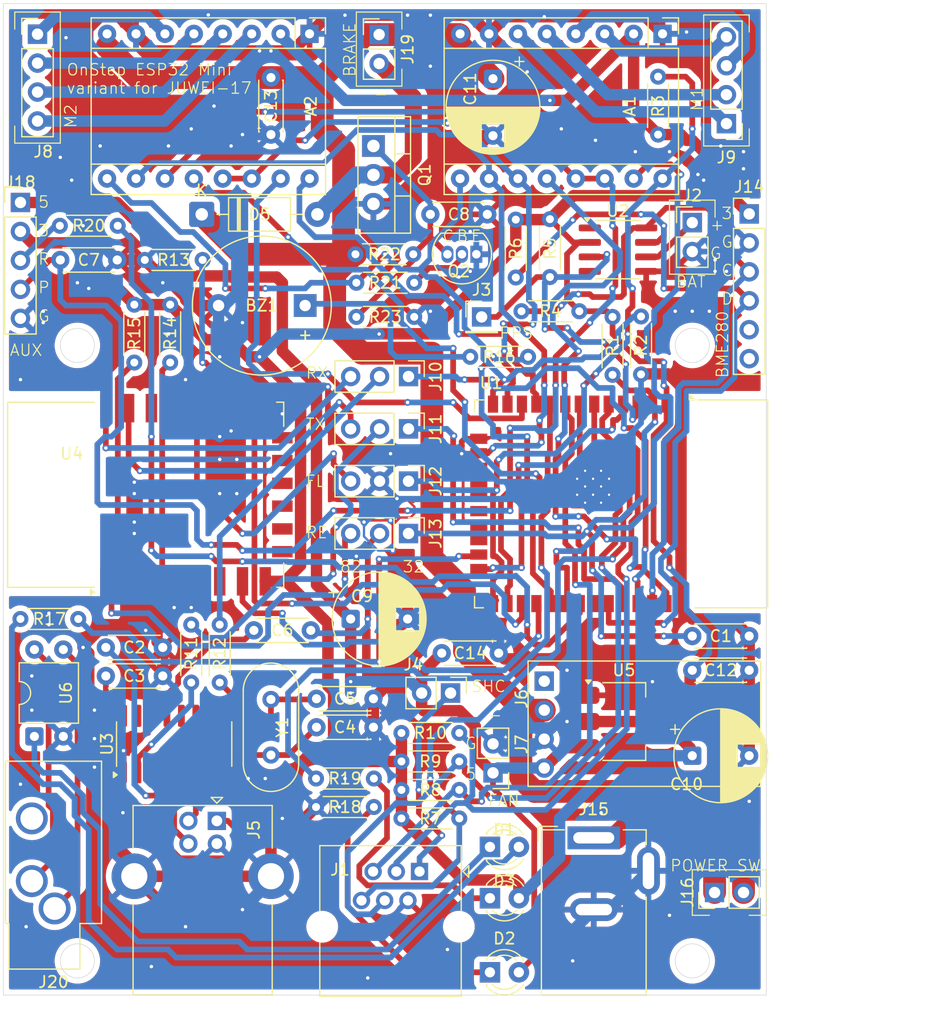
<source format=kicad_pcb>
(kicad_pcb (version 20241229) (generator "pcbnew") (generator_version "9.0")
  (layers (0 "F.Cu" signal) (2 "B.Cu" signal) (13 "F.Paste" user) (15 "B.Paste" user) (5 "F.SilkS" user "F.Silkscreen") (7 "B.SilkS" user "B.Silkscreen") (1 "F.Mask" user) (3 "B.Mask" user) (25 "Edge.Cuts" user))
  (net 0 "")
  (net 1 "AUX2")
  (net 2 "CS1")
  (net 3 "DIR1")
  (net 4 "2B_1")
  (net 5 "GND")
  (net 6 "1B_1")
  (net 7 "+3V3")
  (net 8 "2A_1")
  (net 9 "EN12")
  (net 10 "VM")
  (net 11 "STP1")
  (net 12 "MOSI")
  (net 13 "CLK")
  (net 14 "1A_1")
  (net 15 "1A_2")
  (net 16 "CS2")
  (net 17 "DIR2")
  (net 18 "2B_2")
  (net 19 "STP2")
  (net 20 "2A_2")
  (net 21 "1B_2")
  (net 22 "Net-(BZ1-+)")
  (net 23 "RSTa")
  (net 24 "Net-(U3-V3)")
  (net 25 "u5V")
  (net 26 "XO")
  (net 27 "XI")
  (net 28 "Net-(J13-Pin_2)")
  (net 29 "DTR")
  (net 30 "PEC")
  (net 31 "Net-(Q1-G)")
  (net 32 "+5V")
  (net 33 "Net-(D1-K)")
  (net 34 "Net-(D1-A)")
  (net 35 "Net-(D2-K)")
  (net 36 "Net-(D3-K)")
  (net 37 "/-")
  (net 38 "DE+")
  (net 39 "Net-(J4-Pin_1)")
  (net 40 "RA+")
  (net 41 "DE-")
  (net 42 "RA-")
  (net 43 "Net-(J2-Pin_1)")
  (net 44 "PPS")
  (net 45 "D-")
  (net 46 "D+")
  (net 47 "/EN")
  (net 48 "TXa")
  (net 49 "RX")
  (net 50 "TXb")
  (net 51 "RXa")
  (net 52 "RXb")
  (net 53 "TX")
  (net 54 "FlashB")
  (net 55 "RSTb")
  (net 56 "SCL")
  (net 57 "/CSB")
  (net 58 "SDA")
  (net 59 "/SDO")
  (net 60 "Net-(J16-Pin_1)")
  (net 61 "Net-(J18-Pin_3)")
  (net 62 "Net-(J20-PadS)")
  (net 63 "Net-(J20-PadT)")
  (net 64 "Net-(U3-TXD)")
  (net 65 "Net-(U3-RXD)")
  (net 66 "RX2")
  (net 67 "Net-(U4-EN)")
  (net 68 "Tone")
  (net 69 "OneWire")
  (net 70 "AUX8")
  (net 71 "Reticle")
  (net 79 "TX2")
  (net 101 "Net-(Q2-B)")
  (footprint "Connector_PinHeader_2.54mm:PinHeader_1x04_P2.54mm_Vertical" (layer "F.Cu") (at 53.5 52.69)
    (property "Reference" "J8")
    (property "Value" "MOTOR2")
  )
  (footprint "Capacitor_THT:C_Disc_D4.3mm_W1.9mm_P5.00mm" (layer "F.Cu") (at 78 111)
    (property "Reference" "C5")
    (property "Value" "22p")
  )
  (footprint "Connector_PinHeader_2.54mm:PinHeader_1x04_P2.54mm_Vertical" (layer "F.Cu") (at 114 60.54 180)
    (property "Reference" "J9")
    (property "Value" "MOTOR1")
  )
  (footprint "Resistor_THT:R_Axial_DIN0204_L3.6mm_D1.6mm_P5.08mm_Horizontal" (layer "F.Cu") (at 86.58 77.5 180)
    (property "Reference" "R23")
    (property "Value" "1M")
  )
  (footprint "Resistor_THT:R_Axial_DIN0204_L3.6mm_D1.6mm_P5.08mm_Horizontal" (layer "F.Cu") (at 90.54 116.5 180)
    (property "Reference" "R9")
    (property "Value" "4k7")
  )
  (footprint "Capacitor_THT:C_Disc_D4.3mm_W1.9mm_P5.00mm" (layer "F.Cu") (at 59.5 109)
    (property "Reference" "C3")
    (property "Value" "0.1u")
  )
  (footprint "Resistor_THT:R_Axial_DIN0204_L3.6mm_D1.6mm_P5.08mm_Horizontal" (layer "F.Cu") (at 95.5 68.96 -90)
    (property "Reference" "R5")
    (property "Value" "4k7")
  )
  (footprint "Connector_PinHeader_2.54mm:PinHeader_1x02_P2.54mm_Vertical" (layer "F.Cu") (at 111 69.225)
    (property "Reference" "J2")
    (property "Value" "BAT")
  )
  (footprint "Capacitor_THT:C_Disc_D4.3mm_W1.9mm_P5.00mm" (layer "F.Cu") (at 111 105.5)
    (property "Reference" "C1")
    (property "Value" "0.1u")
  )
  (footprint "Resistor_THT:R_Axial_DIN0204_L3.6mm_D1.6mm_P5.08mm_Horizontal" (layer "F.Cu") (at 68 72.5 180)
    (property "Reference" "R13")
    (property "Value" "10k")
  )
  (footprint "RF_Module:ESP-12E" (layer "F.Cu") (at 63 93.1 90)
    (property "Reference" "U4")
    (property "Value" "ESP-12F")
  )
  (footprint "Connector_BarrelJack:BarrelJack_GCT_DCJ200-10-A_Horizontal" (layer "F.Cu") (at 102.35 123.2)
    (property "Reference" "J15")
    (property "Value" "POWER")
  )
  (footprint "Connector_PinHeader_2.54mm:PinHeader_1x02_P2.54mm_Vertical" (layer "F.Cu") (at 93.5 117.5 180)
    (property "Reference" "J7")
    (property "Value" "FAN")
  )
  (footprint "Package_SO:SOIC-8_3.9x4.9mm_P1.27mm" (layer "F.Cu") (at 104.475 71.595)
    (property "Reference" "U2")
    (property "Value" "DS3231MZ")
  )
  (footprint "Connector_PinHeader_2.54mm:PinHeader_1x03_P2.54mm_Vertical" (layer "F.Cu") (at 86.08 91.91 -90)
    (property "Reference" "J12")
    (property "Value" "Flash-HDR")
  )
  (footprint "Crystal:Crystal_HC49-4H_Vertical" (layer "F.Cu") (at 74 111.06 -90)
    (property "Reference" "Y1")
    (property "Value" "12.000MHz")
  )
  (footprint "LED_THT:LED_D3.0mm" (layer "F.Cu") (at 93.23 128.5)
    (property "Reference" "D3")
    (property "Value" "DRV")
  )
  (footprint "Resistor_THT:R_Axial_DIN0204_L3.6mm_D1.6mm_P5.08mm_Horizontal" (layer "F.Cu") (at 90.54 114 180)
    (property "Reference" "R10")
    (property "Value" "4k7")
  )
  (footprint "Diode_THT:D_DO-41_SOD81_P10.16mm_Horizontal" (layer "F.Cu") (at 67.92 68.5)
    (property "Reference" "D5")
    (property "Value" "SB150")
  )
  (footprint "Capacitor_THT:C_Disc_D4.3mm_W1.9mm_P5.00mm" (layer "F.Cu") (at 111 108.5)
    (property "Reference" "C12")
    (property "Value" "0.1u")
  )
  (footprint "Resistor_THT:R_Axial_DIN0204_L3.6mm_D1.6mm_P5.08mm_Horizontal" (layer "F.Cu") (at 86.58 74.5 180)
    (property "Reference" "R21")
    (property "Value" "4k7")
  )
  (footprint "Connector_PinHeader_2.54mm:PinHeader_1x05_P2.54mm_Vertical" (layer "F.Cu") (at 52 67.46)
    (property "Reference" "J18")
    (property "Value" "AUX")
  )
  (footprint "RF_Module:ESP32-WROOM-32D" (layer "F.Cu") (at 101.76 93.9 -90)
    (property "Reference" "U1")
    (property "Value" "ESP32-WROOM-32E")
  )
  (footprint "Capacitor_THT:C_Disc_D4.3mm_W1.9mm_P5.00mm" (layer "F.Cu") (at 74 56.5 -90)
    (property "Reference" "C13")
    (property "Value" "0.1u")
  )
  (footprint "Resistor_THT:R_Axial_DIN0204_L3.6mm_D1.6mm_P5.08mm_Horizontal" (layer "F.Cu") (at 77.96 120.5)
    (property "Reference" "R18")
    (property "Value" "10K")
  )
  (footprint "Capacitor_THT:CP_Radial_D8.0mm_P5.00mm" (layer "F.Cu") (at 93.5 56.597349 -90)
    (property "Reference" "C11")
    (property "Value" "47u")
  )
  (footprint "Resistor_THT:R_Axial_DIN0204_L3.6mm_D1.6mm_P5.08mm_Horizontal" (layer "F.Cu") (at 69.5 109.58 90)
    (property "Reference" "R12")
    (property "Value" "470")
  )
  (footprint "Connector_PinHeader_2.54mm:PinHeader_1x03_P2.54mm_Vertical" (layer "F.Cu") (at 86.08 87.32 -90)
    (property "Reference" "J11")
    (property "Value" "TX-HDR")
  )
  (footprint "Buzzer_Beeper:Buzzer_12x9.5RM7.6" (layer "F.Cu") (at 77 76.5 180)
    (property "Reference" "BZ1")
    (property "Value" "Buzzer")
  )
  (footprint "Resistor_THT:R_Axial_DIN0204_L3.6mm_D1.6mm_P5.08mm_Horizontal" (layer "F.Cu") (at 104 77.5 -90)
    (property "Reference" "R1")
    (property "Value" "10k")
  )
  (footprint "Capacitor_THT:C_Disc_D4.3mm_W1.9mm_P5.00mm" (layer "F.Cu") (at 78 113.5)
    (property "Reference" "C4")
    (property "Value" "22p")
  )
  (footprint "Connector_PinHeader_2.54mm:PinHeader_1x06_P2.54mm_Vertical" (layer "F.Cu") (at 116 68.46)
    (property "Reference" "J14")
    (property "Value" "BME280")
  )
  (footprint "Connector_USB:USB_B_Lumberg_2411_02_Horizontal" (layer "F.Cu") (at 69.25 121.7125 -90)
    (property "Reference" "J5")
    (property "Value" "USB1")
  )
  (footprint "Capacitor_THT:CP_Radial_D8.0mm_P5.00mm" (layer "F.Cu") (at 111 116)
    (property "Reference" "C10")
    (property "Value" "47u")
  )
  (footprint "Module:Pololu_Breakout-16_15.2x20.3mm" (layer "F.Cu") (at 77.39 52.66 -90)
    (property "Reference" "A2")
    (property "Value" "Pololu_Breakout_A4988")
  )
  (footprint "Connector_PinHeader_2.54mm:PinHeader_1x03_P2.54mm_Vertical" (layer "F.Cu") (at 86.08 82.73 -90)
    (property "Reference" "J10")
    (property "Value" "RX-HDR")
  )
  (footprint "Resistor_THT:R_Axial_DIN0204_L3.6mm_D1.6mm_P5.08mm_Horizontal" (layer "F.Cu") (at 77.96 118)
    (property "Reference" "R19")
    (property "Value" "10K")
  )
  (footprint "LED_THT:LED_D3.0mm" (layer "F.Cu") (at 93.23 135)
    (property "Reference" "D2")
    (property "Value" "PWR")
  )
  (footprint "Resistor_THT:R_Axial_DIN0204_L3.6mm_D1.6mm_P5.08mm_Horizontal" (layer "F.Cu") (at 98.5 74 90)
    (property "Reference" "R6")
    (property "Value" "4k7")
  )
  (footprint "Resistor_THT:R_Axial_DIN0204_L3.6mm_D1.6mm_P5.08mm_Horizontal" (layer "F.Cu") (at 65.15 76.42 -90)
    (property "Reference" "R14")
    (property "Value" "10k")
  )
  (footprint "Package_TO_SOT_THT:TO-92_Inline" (layer "F.Cu") (at 92.04 72 180)
    (property "Reference" "Q2")
    (property "Value" "S8050")
  )
  (footprint "Package_SO:SOIC-16_3.9x9.9mm_P1.27mm" (layer "F.Cu") (at 65.5 114.975 90)
    (property "Reference" "U3")
    (property "Value" "CH340G")
  )
  (footprint "Module:Pololu_Breakout-16_15.2x20.3mm" (layer "F.Cu") (at 108.39 52.66 -90)
    (property "Reference" "A1")
    (property "Value" "Pololu_Breakout_A4988")
  )
  (footprint "Capacitor_THT:C_Disc_D4.3mm_W1.9mm_P5.00mm" (layer "F.Cu") (at 59.5 106.5)
    (property "Reference" "C2")
    (property "Value" "0.1u")
  )
  (footprint "Resistor_THT:R_Axial_DIN0204_L3.6mm_D1.6mm_P5.08mm_Horizontal" (layer "F.Cu") (at 90.54 119 180)
    (property "Reference" "R8")
    (property "Value" "4k7")
  )
  (footprint "Connector_PinHeader_2.54mm:PinHeader_1x01_P2.54mm_Vertical" (layer "F.Cu") (at 92.5 77.5)
    (property "Reference" "J3")
    (property "Value" "PPS")
  )
  (footprint "Resistor_THT:R_Axial_DIN0204_L3.6mm_D1.6mm_P5.08mm_Horizontal" (layer "F.Cu") (at 90.54 121.5 180)
    (property "Reference" "R7")
    (property "Value" "4k7")
  )
  (footprint "Capacitor_THT:C_Disc_D4.3mm_W1.9mm_P5.00mm" (layer "F.Cu") (at 55.5 72.5)
    (property "Reference" "C7")
    (property "Value" "0.1u")
  )
  (footprint "Connector_Audio:Jack_3.5mm_CUI_SJ1-3533NG_Horizontal_CircularHoles" (layer "F.Cu") (at 55 129.4 180)
    (property "Reference" "J20")
    (property "Value" "CameraControl")
  )
  (footprint "Connector_PinHeader_2.54mm:PinHeader_1x02_P2.54mm_Vertical" (layer "F.Cu") (at 83.5 52.725)
    (property "Reference" "J19")
    (property "Value" "BRAKE")
  )
  (footprint "Package_TO_SOT_SMD:SOT-223-3_TabPin2" (layer "F.Cu") (at 105 113)
    (property "Reference" "U5")
    (property "Value" "AMS1117-3.3")
  )
  (footprint "Connector_PinHeader_2.54mm:PinHeader_1x03_P2.54mm_Vertical" (layer "F.Cu") (at 86.08 96.5 -90)
    (property "Reference" "J13")
    (property "Value" "Reset-HDR")
  )
  (footprint "Resistor_THT:R_Axial_DIN0204_L3.6mm_D1.6mm_P5.08mm_Horizontal" (layer "F.Cu") (at 55.46 69.5)
    (property "Reference" "R20")
    (property "Value" "1K")
  )
  (footprint "Package_TO_SOT_THT:TO-220-3_Vertical" (layer "F.Cu") (at 83 62.5 -90)
    (property "Reference" "Q1")
    (property "Value" "IRF540N")
  )
  (footprint "Resistor_THT:R_Axial_DIN0204_L3.6mm_D1.6mm_P5.08mm_Horizontal" (layer "F.Cu") (at 106.5 82.54 90)
    (property "Reference" "R2")
    (property "Value" "100k")
  )
  (footprint "Package_DIP:DIP-4_W7.62mm" (layer "F.Cu") (at 53.225 114.305 90)
    (property "Reference" "U6")
    (property "Value" "PC817")
  )
  (footprint "Capacitor_THT:C_Disc_D4.3mm_W1.9mm_P5.00mm" (layer "F.Cu") (at 88 68.5)
    (property "Reference" "C8")
    (property "Value" "0.1u")
  )
  (footprint "Capacitor_THT:C_Disc_D4.3mm_W1.9mm_P5.00mm" (layer "F.Cu") (at 89 107)
    (property "Reference" "C14")
    (property "Value" "0.1u")
  )
  (footprint "Resistor_THT:R_Axial_DIN0204_L3.6mm_D1.6mm_P5.08mm_Horizontal" (layer "F.Cu") (at 86.5 72 180)
    (property "Reference" "R22")
    (property "Value" "510k")
  )
  (footprint "Resistor_THT:R_Axial_DIN0204_L3.6mm_D1.6mm_P5.08mm_Horizontal" (layer "F.Cu") (at 67 104.5 -90)
    (property "Reference" "R11")
    (property "Value" "470")
  )
  (footprint "Resistor_THT:R_Axial_DIN0204_L3.6mm_D1.6mm_P5.08mm_Horizontal" (layer "F.Cu") (at 91.5 81)
    (property "Reference" "R16")
    (property "Value" "100")
  )
  (footprint "Capacitor_THT:C_Disc_D4.3mm_W1.9mm_P5.00mm" (layer "F.Cu") (at 72.5 105)
    (property "Reference" "C6")
    (property "Value" "0.1u")
  )
  (footprint "Resistor_THT:R_Axial_DIN0204_L3.6mm_D1.6mm_P5.08mm_Horizontal" (layer "F.Cu") (at 62 76.42 -90)
    (property "Reference" "R15")
    (property "Value" "10k")
  )
  (footprint "HW-613:HW-613" (layer "F.Cu") (at 98 109.46 -90)
    (property "Reference" "J6")
    (property "Value" "HW-613")
  )
  (footprint "Resistor_THT:R_Axial_DIN0204_L3.6mm_D1.6mm_P5.08mm_Horizontal" (layer "F.Cu") (at 96 77)
    (property "Reference" "R4")
    (property "Value" "4k7")
  )
  (footprint "Resistor_THT:R_Axial_DIN0204_L3.6mm_D1.6mm_P5.08mm_Horizontal" (layer "F.Cu") (at 52 104)
    (property "Reference" "R17")
    (property "Value" "1K")
  )
  (footprint "LED_THT:LED_D3.0mm" (layer "F.Cu") (at 93.23 124)
    (property "Reference" "D1")
    (property "Value" "CAM")
  )
  (footprint "Connector_PinHeader_2.54mm:PinHeader_1x02_P2.54mm_Vertical" (layer "F.Cu") (at 112.96 128 90)
    (property "Reference" "J16")
    (property "Value" "POWER SW")
  )
  (footprint "Connector_PinHeader_2.54mm:PinHeader_1x02_P2.54mm_Vertical" (layer "F.Cu") (at 89.775 110.5 -90)
    (property "Reference" "J4")
    (property "Value" "SHCPOWER")
  )
  (footprint "Capacitor_THT:CP_Radial_D8.0mm_P5.00mm" (layer "F.Cu") (at 81 104)
    (property "Reference" "C9")
    (property "Value" "47u")
  )
  (footprint "Connector_RJ:RJ25_Wayconn_MJEA-660X1_Horizontal" (layer "F.Cu") (at 87.05 126.16)
    (property "Reference" "J1")
    (property "Value" "RJ12")
  )
  (footprint "Resistor_THT:R_Axial_DIN0204_L3.6mm_D1.6mm_P5.08mm_Horizontal" (layer "F.Cu") (at 108 56.42 -90)
    (property "Reference" "R3")
    (property "Value" "10k")
  )
  (gr_line (start 116 51) (end 112 51) (stroke (width 0.1)) (layer "F.SilkS"))
  (gr_line (start 55.5 50.75) (end 55.5 62.25) (stroke (width 0.1)) (layer "F.SilkS"))
  (gr_line (start 117.5 130) (end 117.5 126) (stroke (width 0.1)) (layer "F.SilkS"))
  (gr_line (start 116 52.5) (end 116 51) (stroke (width 0.1)) (layer "F.SilkS"))
  (gr_line (start 113 68.75) (end 113 67.25) (stroke (width 0.1)) (layer "F.SilkS"))
  (gr_line (start 85.5 50.75) (end 81.5 50.75) (stroke (width 0.1)) (layer "F.SilkS"))
  (gr_line (start 81.5 50.75) (end 81.5 57.25) (stroke (width 0.1)) (layer "F.SilkS"))
  (gr_line (start 55.5 62.25) (end 51.5 62.25) (stroke (width 0.1)) (layer "F.SilkS"))
  (gr_line (start 85.5 52.25) (end 85.5 50.75) (stroke (width 0.1)) (layer "F.SilkS"))
  (gr_line (start 117.5 126) (end 111 126) (stroke (width 0.1)) (layer "F.SilkS"))
  (gr_line (start 112 51) (end 112 62.5) (stroke (width 0.1)) (layer "F.SilkS"))
  (gr_line (start 109 73.75) (end 113 73.75) (stroke (width 0.1)) (layer "F.SilkS"))
  (gr_line (start 51.5 62.25) (end 51.5 60.75) (stroke (width 0.1)) (layer "F.SilkS"))
  (gr_line (start 111 130) (end 112.5 130) (stroke (width 0.1)) (layer "F.SilkS"))
  (gr_line (start 111 126) (end 111 130) (stroke (width 0.1)) (layer "F.SilkS"))
  (gr_line (start 81.5 57.25) (end 85.5 57.25) (stroke (width 0.1)) (layer "F.SilkS"))
  (gr_line (start 51.5 50.75) (end 55.5 50.75) (stroke (width 0.1)) (layer "F.SilkS"))
  (gr_line (start 109 67.25) (end 109 73.75) (stroke (width 0.1)) (layer "F.SilkS"))
  (gr_line (start 112 62.5) (end 116 62.5) (stroke (width 0.1)) (layer "F.SilkS"))
  (gr_line (start 85.5 57.25) (end 85.5 55.75) (stroke (width 0.1)) (layer "F.SilkS"))
  (gr_line (start 116 62.5) (end 116 61) (stroke (width 0.1)) (layer "F.SilkS"))
  (gr_line (start 113 73.75) (end 113 72.25) (stroke (width 0.1)) (layer "F.SilkS"))
  (gr_line (start 116 130) (end 117.5 130) (stroke (width 0.1)) (layer "F.SilkS"))
  (gr_line (start 51.5 52.25) (end 51.5 50.75) (stroke (width 0.1)) (layer "F.SilkS"))
  (gr_line (start 113 67.25) (end 109 67.25) (stroke (width 0.1)) (layer "F.SilkS"))
  (gr_line (start 50.5 137) (end 117.5 137) (stroke (width 0.05)) (layer "Edge.Cuts"))
  (gr_line (start 117.5 137) (end 117.5 50) (stroke (width 0.05)) (layer "Edge.Cuts"))
  (gr_circle (center 111 134) (end 112.5 134) (stroke (width 0.05)) (fill no) (layer "Edge.Cuts"))
  (gr_circle (center 57 80) (end 55.5 80) (stroke (width 0.05)) (fill no) (layer "Edge.Cuts"))
  (gr_line (start 117.5 50) (end 50.5 50) (stroke (width 0.05)) (layer "Edge.Cuts"))
  (gr_line (start 50.5 50) (end 50.5 137) (stroke (width 0.05)) (layer "Edge.Cuts"))
  (gr_circle (center 111 80) (end 112.5 80) (stroke (width 0.05)) (fill no) (layer "Edge.Cuts"))
  (gr_circle (center 57 134) (end 55.5 134) (stroke (width 0.05)) (fill no) (layer "Edge.Cuts"))
  (gr_text "5" (at 91 118.19 0) (layer "F.SilkS") (effects (font (size 1 1) (thickness 0.1)) (justify left bottom)))
  (gr_text "82" (at 80 100 0) (layer "F.SilkS") (effects (font (size 1 1) (thickness 0.1)) (justify left bottom)))
  (gr_text "M1" (at 112 59.5 90) (layer "F.SilkS") (effects (font (size 1 1) (thickness 0.1)) (justify left bottom)))
  (gr_text "5" (at 53.5 68 0) (layer "F.SilkS") (effects (font (size 1 1) (thickness 0.1)) (justify left bottom)))
  (gr_text "BAT" (at 109.5 75 0) (layer "F.SilkS") (effects (font (size 1 1) (thickness 0.1)) (justify left bottom)))
  (gr_text "E" (at 91.5 71 0) (layer "F.SilkS") (effects (font (size 1 1) (thickness 0.1)) (justify left bottom)))
  (gr_text "R" (at 53.5 73 0) (layer "F.SilkS") (effects (font (size 1 1) (thickness 0.1)) (justify left bottom)))
  (gr_text "POWER SW" (at 109 126.23 0) (layer "F.SilkS") (effects (font (size 1 1) (thickness 0.1)) (justify left bottom)))
  (gr_text "TX" (at 77 87.5 0) (layer "F.SilkS") (effects (font (size 1 1) (thickness 0.1)) (justify left bottom)))
  (gr_text "B" (at 90.25 71 0) (layer "F.SilkS") (effects (font (size 1 1) (thickness 0.1)) (justify left bottom)))
  (gr_text "C" (at 89 71 0) (layer "F.SilkS") (effects (font (size 1 1) (thickness 0.1)) (justify left bottom)))
  (gr_text "AUX" (at 51 81 0) (layer "F.SilkS") (effects (font (size 1 1) (thickness 0.1)) (justify left bottom)))
  (gr_text "SHC" (at 91.545 110.5 0) (layer "F.SilkS") (effects (font (size 1 1) (thickness 0.1)) (justify left bottom)))
  (gr_text "-" (at 93 113 0) (layer "F.SilkS") (effects (font (size 1 1) (thickness 0.1)) (justify left bottom)))
  (gr_text "+" (at 112.5 70 0) (layer "F.SilkS") (effects (font (size 1 1) (thickness 0.1)) (justify left bottom)))
  (gr_text "3" (at 53.5 70.5 0) (layer "F.SilkS") (effects (font (size 1 1) (thickness 0.1)) (justify left bottom)))
  (gr_text "G" (at 113.5 71.5 0) (layer "F.SilkS") (effects (font (size 1 1) (thickness 0.1)) (justify left bottom)))
  (gr_text "-" (at 83 58.5 0) (layer "F.SilkS") (effects (font (size 1 1) (thickness 0.1)) (justify left bottom)))
  (gr_text "D" (at 113.5 76.5 0) (layer "F.SilkS") (effects (font (size 1 1) (thickness 0.1)) (justify left bottom)))
  (gr_text "FAN" (at 93 120.5 0) (layer "F.SilkS") (effects (font (size 1 1) (thickness 0.1)) (justify left bottom)))
  (gr_text "M2" (at 57 61 90) (layer "F.SilkS") (effects (font (size 1 1) (thickness 0.1)) (justify left bottom)))
  (gr_text "OnStep ESP32 Mini\nvariant for JUWEI-17" (at 56 58 0) (layer "F.SilkS") (effects (font (size 1 1) (thickness 0.1)) (justify left bottom)))
  (gr_text "G" (at 112.5 72.5 0) (layer "F.SilkS") (effects (font (size 1 1) (thickness 0.1)) (justify left bottom)))
  (gr_text "RE" (at 77 97 0) (layer "F.SilkS") (effects (font (size 1 1) (thickness 0.1)) (justify left bottom)))
  (gr_text "P" (at 53.5 75.5 0) (layer "F.SilkS") (effects (font (size 1 1) (thickness 0.1)) (justify left bottom)))
  (gr_text "G" (at 53.5 78 0) (layer "F.SilkS") (effects (font (size 1 1) (thickness 0.1)) (justify left bottom)))
  (gr_text "BRAKE" (at 81.5 56.5 90) (layer "F.SilkS") (effects (font (size 1 1) (thickness 0.1)) (justify left bottom)))
  (gr_text "RX" (at 77 83 0) (layer "F.SilkS") (effects (font (size 1 1) (thickness 0.1)) (justify left bottom)))
  (gr_text "C" (at 113.5 74 0) (layer "F.SilkS") (effects (font (size 1 1) (thickness 0.1)) (justify left bottom)))
  (gr_text "G" (at 91 115.5 0) (layer "F.SilkS") (effects (font (size 1 1) (thickness 0.1)) (justify left bottom)))
  (gr_text "3" (at 113.5 69 0) (layer "F.SilkS") (effects (font (size 1 1) (thickness 0.1)) (justify left bottom)))
  (gr_text "PPS" (at 94 79.5 0) (layer "F.SilkS") (effects (font (size 1 1) (thickness 0.1)) (justify left bottom)))
  (gr_text "BME280" (at 114.23 82.93 90) (layer "F.SilkS") (effects (font (size 1 1) (thickness 0.1)) (justify left bottom)))
  (gr_text "32" (at 85.5 100 0) (layer "F.SilkS") (effects (font (size 1 1) (thickness 0.1)) (justify left bottom)))
  (gr_text "FL" (at 77 92.5 0) (layer "F.SilkS") (effects (font (size 1 1) (thickness 0.1)) (justify left bottom)))
  (segment (start 95 92.701) (end 95 90) (width 0.5) (layer "F.Cu") (net 1))
  (segment (start 94.201 97.958636) (end 94.201 93.5) (width 0.5) (layer "F.Cu") (net 1))
  (segment (start 95 90) (end 95 88) (width 0.5) (layer "F.Cu") (net 1))
  (segment (start 104.251 74.749) (end 104.251 69.751) (width 0.5) (layer "F.Cu") (net 1))
  (segment (start 94.77 101.27) (end 95 101.04) (width 0.5) (layer "F.Cu") (net 1))
  (segment (start 103.31 65.36) (end 100.77 65.36) (width 0.5) (layer "F.Cu") (net 1))
  (segment (start 95.756349 60.346349) (end 100.77 65.36) (width 0.5) (layer "F.Cu") (net 1))
  (segment (start 72.31 65.36) (end 75.67 62) (width 0.5) (layer "F.Cu") (net 1))
  (segment (start 95 88) (end 95 87.5) (width 0.5) (layer "F.Cu") (net 1))
  (segment (start 104 75) (end 104.251 74.749) (width 0.5) (layer "F.Cu") (net 1))
  (segment (start 95 98.757636) (end 94.201 97.958636) (width 0.5) (layer "F.Cu") (net 1))
  (segment (start 99 81) (end 99 83.5) (width 0.5) (layer "F.Cu") (net 1))
  (segment (start 95 101.04) (end 95 98.757636) (width 0.5) (layer "F.Cu") (net 1))
  (segment (start 104.251 69.751) (end 104 69.5) (width 0.5) (layer "F.Cu") (net 1))
  (segment (start 69.77 65.36) (end 72.31 65.36) (width 0.5) (layer "F.Cu") (net 1))
  (segment (start 75.67 62) (end 77 62) (width 0.5) (layer "F.Cu") (net 1))
  (segment (start 89.5 60.5) (end 89.653651 60.346349) (width 0.5) (layer "F.Cu") (net 1))
  (segment (start 89.653651 60.346349) (end 95.756349 60.346349) (width 0.5) (layer "F.Cu") (net 1))
  (segment (start 94.77 102.65) (end 94.77 101.27) (width 0.5) (layer "F.Cu") (net 1))
  (segment (start 99 81) (end 102 78) (width 0.5) (layer "F.Cu") (net 1))
  (segment (start 94.201 93.5) (end 95 92.701) (width 0.5) (layer "F.Cu") (net 1))
  (via (at 104 75) (size 0.6) (drill 0.3) (layers "F.Cu" "B.Cu") (net 1))
  (via (at 104 69.5) (size 0.6) (drill 0.3) (layers "F.Cu" "B.Cu") (net 1))
  (via (at 77 62) (size 0.6) (drill 0.3) (layers "F.Cu" "B.Cu") (net 1))
  (via (at 99 83.5) (size 0.6) (drill 0.3) (layers "F.Cu" "B.Cu") (net 1))
  (via (at 95 87.25) (size 0.6) (drill 0.3) (layers "F.Cu" "B.Cu") (net 1))
  (via (at 89.5 60.5) (size 0.6) (drill 0.3) (layers "F.Cu" "B.Cu") (net 1))
  (via (at 102 78) (size 0.6) (drill 0.3) (layers "F.Cu" "B.Cu") (net 1))
  (segment (start 99 83.5) (end 99 87) (width 0.5) (layer "B.Cu") (net 1))
  (segment (start 97.5 87.5) (end 97.249 87.249) (width 0.5) (layer "B.Cu") (net 1))
  (segment (start 78.6045 60.3955) (end 86 60.3955) (width 0.5) (layer "B.Cu") (net 1))
  (segment (start 89.3955 60.3955) (end 89.5 60.5) (width 0.5) (layer "B.Cu") (net 1))
  (segment (start 95.001 87.249) (end 95 87.25) (width 0.5) (layer "B.Cu") (net 1))
  (segment (start 98.5 87.5) (end 97.5 87.5) (width 0.5) (layer "B.Cu") (net 1))
  (segment (start 97.249 87.249) (end 95.001 87.249) (width 0.5) (layer "B.Cu") (net 1))
  (segment (start 99 87) (end 98.5 87.5) (width 0.5) (layer "B.Cu") (net 1))
  (segment (start 102 77.87224) (end 104 75.87224) (width 0.5) (layer "B.Cu") (net 1))
  (segment (start 86 60.3955) (end 89.3955 60.3955) (width 0.5) (layer "B.Cu") (net 1))
  (segment (start 104 66.05) (end 103.31 65.36) (width 0.5) (layer "B.Cu") (net 1))
  (segment (start 104 75.87224) (end 104 75) (width 0.5) (layer "B.Cu") (net 1))
  (segment (start 104 69.5) (end 104 66.05) (width 0.5) (layer "B.Cu") (net 1))
  (segment (start 77 62) (end 78.6045 60.3955) (width 0.5) (layer "B.Cu") (net 1))
  (segment (start 102 78) (end 102 77.87224) (width 0.5) (layer "B.Cu") (net 1))
  (segment (start 105.622737 99.437925) (end 106.5 99.437925) (width 0.5) (layer "F.Cu") (net 2))
  (segment (start 99.751 81.749) (end 99.751 83.5) (width 0.5) (layer "F.Cu") (net 2))
  (segment (start 105.530331 99.530331) (end 105.622737 99.437925) (width 0.5) (layer "F.Cu") (net 2))
  (segment (start 103.5 97) (end 101.5 95) (width 0.5) (layer "F.Cu") (net 2))
  (segment (start 108.74 101.677925) (end 106.5 99.437925) (width 0.5) (layer "F.Cu") (net 2))
  (segment (start 99.751 83.5) (end 99.800003 83.5) (width 0.5) (layer "F.Cu") (net 2))
  (segment (start 99.25 88.18934) (end 99.25 89.677636) (width 0.5) (layer "F.Cu") (net 2))
  (segment (start 99.25 89.677636) (end 99 89.927636) (width 0.5) (layer "F.Cu") (net 2))
  (segment (start 108.74 102.65) (end 108.74 101.677925) (width 0.5) (layer "F.Cu") (net 2))
  (segment (start 99 89.927636) (end 99 95) (width 0.5) (layer "F.Cu") (net 2))
  (segment (start 101.5 95) (end 101 95) (width 0.5) (layer "F.Cu") (net 2))
  (segment (start 101 80.5) (end 99.751 81.749) (width 0.5) (layer "F.Cu") (net 2))
  (via (at 99.25 88.18934) (size 0.6) (drill 0.3) (layers "F.Cu" "B.Cu") (net 2))
  (via (at 99.800003 83.5) (size 0.6) (drill 0.3) (layers "F.Cu" "B.Cu") (net 2))
  (via (at 99 95) (size 0.6) (drill 0.3) (layers "F.Cu" "B.Cu") (net 2))
  (via (at 105.530331 99.530331) (size 0.6) (drill 0.3) (layers "F.Cu" "B.Cu") (net 2))
  (via (at 103.5 97) (size 0.6) (drill 0.3) (layers "F.Cu" "B.Cu") (net 2))
  (via (at 101 80.5) (size 0.6) (drill 0.3) (layers "F.Cu" "B.Cu") (net 2))
  (via (at 101 95) (size 0.6) (drill 0.3) (layers "F.Cu" "B.Cu") (net 2))
  (segment (start 103.188925 74.749) (end 100.188925 74.749) (width 0.5) (layer "B.Cu") (net 2))
  (segment (start 98.749 78.249) (end 101 80.5) (width 0.5) (layer "B.Cu") (net 2))
  (segment (start 106 97) (end 106 99.060662) (width 0.5) (layer "B.Cu") (net 2))
  (segment (start 106 97) (end 103.5 97) (width 0.5) (layer "B.Cu") (net 2))
  (segment (start 104.648 71.778) (end 104.648 73.289925) (width 0.5) (layer "B.Cu") (net 2))
  (segment (start 98.749 76.188925) (end 98.749 78.249) (width 0.5) (layer "B.Cu") (net 2))
  (segment (start 99.800003 83.5) (end 99.800003 87.639337) (width 0.5) (layer "B.Cu") (net 2))
  (segment (start 98.23 65.36) (end 104.648 71.778) (width 0.5) (layer "B.Cu") (net 2))
  (segment (start 100.188925 74.749) (end 98.749 76.188925) (width 0.5) (layer "B.Cu") (net 2))
  (segment (start 99.800003 87.639337) (end 99.25 88.18934) (width 0.5) (layer "B.Cu") (net 2))
  (segment (start 106 99.060662) (end 105.530331 99.530331) (width 0.5) (layer "B.Cu") (net 2))
  (segment (start 99 95) (end 101 95) (width 0.5) (layer "B.Cu") (net 2))
  (segment (start 104.648 73.289925) (end 103.188925 74.749) (width 0.5) (layer "B.Cu") (net 2))
  (segment (start 94.251 99) (end 93.751 98.5) (width 0.5) (layer "F.Cu") (net 3))
  (segment (start 105.349 76.98324) (end 105.349 79) (width 0.5) (layer "F.Cu") (net 3))
  (segment (start 93.832364 92.701) (end 93.832364 90.167636) (width 0.5) (layer "F.Cu") (net 3))
  (segment (start 110.42 56.42) (end 108 56.42) (width 0.5) (layer "F.Cu") (net 3))
  (segment (start 93.832364 90.167636) (end 94 90) (width 0.5) (layer "F.Cu") (net 3))
  (segment (start 93.5 93.033364) (end 93.832364 92.701) (width 0.5) (layer "F.Cu") (net 3))
  (segment (start 105.75 75) (end 105.75 76.58224) (width 0.5) (layer "F.Cu") (net 3))
  (segment (start 105.75 76.58224) (end 105.349 76.98324) (width 0.5) (layer "F.Cu") (net 3))
  (segment (start 94.251 99) (end 94.251 99.811075) (width 0.5) (layer "F.Cu") (net 3))
  (segment (start 93.5 100.562075) (end 93.5 102.65) (width 0.5) (layer "F.Cu") (net 3))
  (segment (start 102.530331 82.469669) (end 101.468963 83.531037) (width 0.5) (layer "F.Cu") (net 3))
  (segment (start 94.251 99.811075) (end 93.5 100.562075) (width 0.5) (layer "F.Cu") (net 3))
  (segment (start 111 61) (end 111 57) (width 0.5) (layer "F.Cu") (net 3))
  (segment (start 93.751 98.5) (end 93.5 98.5) (width 0.5) (layer "F.Cu") (net 3))
  (segment (start 111 57) (end 110.42 56.42) (width 0.5) (layer "F.Cu") (net 3))
  (segment (start 93.5 102.65) (end 93.783 102.367) (width 0.5) (layer "F.Cu") (net 3))
  (segment (start 93.5 98.5) (end 93.5 93.033364) (width 0.5) (layer "F.Cu") (net 3))
  (via (at 105.75 75) (size 0.6) (drill 0.3) (layers "F.Cu" "B.Cu") (net 3))
  (via (at 93.832364 92.701) (size 0.6) (drill 0.3) (layers "F.Cu" "B.Cu") (net 3))
  (via (at 94 90) (size 0.6) (drill 0.3) (layers "F.Cu" "B.Cu") (net 3))
  (via (at 101.468963 83.531037) (size 0.6) (drill 0.3) (layers "F.Cu" "B.Cu") (net 3))
  (via (at 105.349 79) (size 0.6) (drill 0.3) (layers "F.Cu" "B.Cu") (net 3))
  (via (at 102.530331 82.469669) (size 0.6) (drill 0.3) (layers "F.Cu" "B.Cu") (net 3))
  (via (at 111 61) (size 0.6) (drill 0.3) (layers "F.Cu" "B.Cu") (net 3))
  (segment (start 99 89.5) (end 94.5 89.5) (width 0.5) (layer "B.Cu") (net 3))
  (segment (start 94.5 89.5) (end 94 90) (width 0.5) (layer "B.Cu") (net 3))
  (segment (start 102.512026 82.451364) (end 102.530331 82.469669) (width 0.5) (layer "B.Cu") (net 3))
  (segment (start 108.39 65.36) (end 109.189999 64.560001) (width 0.5) (layer "B.Cu") (net 3))
  (segment (start 101.5 87) (end 99 89.5) (width 0.5) (layer "B.Cu") (net 3))
  (segment (start 111 62.75) (end 111 61) (width 0.5) (layer "B.Cu") (net 3))
  (segment (start 105.349 79.602364) (end 102.5 82.451364) (width 0.5) (layer "B.Cu") (net 3))
  (segment (start 94 90) (end 94.188925 89.811075) (width 0.5) (layer "B.Cu") (net 3))
  (segment (start 105.349 74.599) (end 105.75 75) (width 0.5) (layer "B.Cu") (net 3))
  (segment (start 88.791 92.701) (end 88 91.91) (width 0.5) (layer "B.Cu") (net 3))
  (segment (start 101.5 83.5) (end 101.5 87) (width 0.5) (layer "B.Cu") (net 3))
  (segment (start 93.832364 92.701) (end 88.791 92.701) (width 0.5) (layer "B.Cu") (net 3))
  (segment (start 94 90) (end 94.251 89.749) (width 0.5) (layer "B.Cu") (net 3))
  (segment (start 105.349 79) (end 105.349 79.602364) (width 0.5) (layer "B.Cu") (net 3))
  (segment (start 102.5 82.451364) (end 102.512026 82.451364) (width 0.5) (layer "B.Cu") (net 3))
  (segment (start 88 91.91) (end 86.08 91.91) (width 0.5) (layer "B.Cu") (net 3))
  (segment (start 105.349 68.401) (end 105.349 74.599) (width 0.5) (layer "B.Cu") (net 3))
  (segment (start 108.39 65.36) (end 105.349 68.401) (width 0.5) (layer "B.Cu") (net 3))
  (segment (start 109.189999 64.560001) (end 111 62.75) (width 0.5) (layer "B.Cu") (net 3))
  (segment (start 101.468963 83.531037) (end 101.5 83.5) (width 0.5) (layer "B.Cu") (net 3))
  (segment (start 112.96 59.5) (end 114 60.54) (width 1) (layer "B.Cu") (net 4))
  (segment (start 102.53 59.5) (end 112.96 59.5) (width 1) (layer "B.Cu") (net 4))
  (segment (start 95.69 52.66) (end 102.53 59.5) (width 1) (layer "B.Cu") (net 4))
  (segment (start 91.514 51.024) (end 88 51.024) (width 1) (layer "F.Cu") (net 5))
  (segment (start 76.96 121.5) (end 77.96 120.5) (width 1) (layer "F.Cu") (net 5))
  (segment (start 63.0725 126.5725) (end 58.5 122) (width 1) (layer "F.Cu") (net 5))
  (segment (start 110.01 83.608612) (end 108.901388 82.5) (width 1) (layer "F.Cu") (net 5))
  (segment (start 58.5 117) (end 58.5 114.5) (width 1) (layer "F.Cu") (net 5))
  (segment (start 98 51.159) (end 94.651 51.159) (width 1) (layer "F.Cu") (net 5))
  (segment (start 69.5 88) (end 69.5 90) (width 1) (layer "F.Cu") (net 5))
  (segment (start 74 122.5) (end 75 121.5) (width 1) (layer "F.Cu") (net 5))
  (segment (start 61 115.5) (end 61.055 115.555) (width 0.5) (layer "F.Cu") (net 5))
  (segment (start 69.5 92) (end 69.5 93) (width 1) (layer "F.Cu") (net 5))
  (segment (start 88.499 60.914628) (end 89.181721 61.597349) (width 1) (layer "F.Cu") (net 5))
  (segment (start 88 51.024) (end 86 51.024) (width 1) (layer "F.Cu") (net 5))
  (segment (start 84.9665 95.4665) (end 85.332 95.101) (width 0.2) (layer "F.Cu") (net 5))
  (segment (start 100 108.5) (end 99 107.5) (width 1) (layer "F.Cu") (net 5))
  (segment (start 75 86) (end 74 86) (width 0.5) (layer "F.Cu") (net 5))
  (segment (start 62.15 52.66) (end 63.651 54.161) (width 1) (layer "F.Cu") (net 5))
  (segment (start 74 126.5725) (end 65 126.5725) (width 1) (layer "F.Cu") (net 5))
  (segment (start 94.5 107.5) (end 94 107) (width 1) (layer "F.Cu") (net 5))
  (segment (start 86 104) (end 86 100) (width 1) (layer "F.Cu") (net 5))
  (segment (start 57.5 106.5) (end 57.5 106.377265) (width 1) (layer "F.Cu") (net 5))
  (segment (start 85.874 93.435) (end 85.065 93.435) (width 0.2) (layer "F.Cu") (net 5))
  (segment (start 67 76.5) (end 67 76.288686) (width 1) (layer "F.Cu") (net 5))
  (segment (start 82.169946 95.5) (end 82.320946 95.349) (width 0.2) (layer "F.Cu") (net 5))
  (segment (start 57.5 106.377265) (end 59.376265 104.501) (width 1) (layer "F.Cu") (net 5))
  (segment (start 95.201 54.711) (end 95.201 57.348193) (width 1) (layer "F.Cu") (net 5))
  (segment (start 66.4275 131) (end 62 126.5725) (width 1) (layer "F.Cu") (net 5))
  (segment (start 87.526012 64.526012) (end 84.472024 67.58) (width 1) (layer "F.Cu") (net 5))
  (segment (start 66.5 131) (end 66.4275 131) (width 1) (layer "F.Cu") (net 5))
  (segment (start 83.54 91.91) (end 79 87.37) (width 0.5) (layer "F.Cu") (net 5))
  (segment (start 85.332 95.101) (end 86.248943 95.101) (width 0.2) (layer "F.Cu") (net 5))
  (segment (start 64.299003 73.879003) (end 64.299003 74.5) (width 1) (layer "F.Cu") (net 5))
  (segment (start 106.5 82.54) (end 106.72424 82.76424) (width 0.5) (layer "F.Cu") (net 5))
  (segment (start 86.601 94.162) (end 85.874 93.435) (width 0.2) (layer "F.Cu") (net 5))
  (segment (start 93.15 52.66) (end 91.514 51.024) (width 1) (layer "F.Cu") (net 5))
  (segment (start 86.601 94.748943) (end 86.601 94.162) (width 0.2) (layer "F.Cu") (net 5))
  (segment (start 84.4745 95.5255) (end 84.691 95.742) (width 0.2) (layer "F.Cu") (net 5))
  (segment (start 94.651 51.159) (end 93.15 52.66) (width 1) (layer "F.Cu") (net 5))
  (segment (start 64.413052 61) (end 67 61) (width 1) (layer "F.Cu") (net 5))
  (segment (start 89.181721 62.870303) (end 87.526012 64.526012) (width 1) (layer "F.Cu") (net 5))
  (segment (start 110.01 103.01) (end 111 104) (width 1) (layer "F.Cu") (net 5))
  (segment (start 75.889 54.161) (end 77.39 52.66) (width 1) (layer "F.Cu") (net 5))
  (segment (start 62 96.5) (end 62 93) (width 1) (layer "F.Cu") (net 5))
  (segment (start 82.320946 95.349) (end 84.298 95.349) (width 0.2) (layer "F.Cu") (net 5))
  (segment (start 80.5 51.024) (end 79.026 51.024) (width 1) (layer "F.Cu") (net 5))
  (segment (start 114.5 104) (end 116 105.5) (width 1) (layer "F.Cu") (net 5))
  (segment (start 64.5 106.5) (end 64.5 109) (width 1) (layer "F.Cu") (net 5))
  (segment (start 65 126.5725) (end 63.0725 126.5725) (width 1) (layer "F.Cu") (net 5))
  (segment (start 84.691 95.742) (end 84.9665 95.4665) (width 0.2) (layer "F.Cu") (net 5))
  (segment (start 64.75 103.75) (end 65.5 103) (width 1) (layer "F.Cu") (net 5))
  (segment (start 69.75 81) (end 69.5 81) (width 1) (layer "F.Cu") (net 5))
  (segment (start 65 126.5725) (end 62 126.5725) (width 1) (layer "F.Cu") (net 5))
  (segment (start 89.181721 61.597349) (end 89.181721 62.870303) (width 1) (layer "F.Cu") (net 5))
  (segment (start 71.5 129.5) (end 68 129.5) (width 1) (layer "F.Cu") (net 5))
  (segment (start 84.298 95.349) (end 84.4745 95.5255) (width 0.2) (layer "F.Cu") (net 5))
  (segment (start 90.75 88.44) (end 90.75 89.5) (width 0.5) (layer "F.Cu") (net 5))
  (segment (start 79.026 51.024) (end 77.39 52.66) (width 1) (layer "F.Cu") (net 5))
  (segment (start 82.320946 95.349) (end 84.5 95.349) (width 0.2) (layer "F.Cu") (net 5))
  (segment (start 74 126.5725) (end 74 122.5) (width 1) (layer "F.Cu") (net 5))
  (segment (start 101.85 110.35) (end 100 108.5) (width 1) (layer "F.Cu") (net 5))
  (segment (start 101.85 110.7) (end 101.85 110.35) (width 1) (layer "F.Cu") (net 5))
  (segment (start 91 88.19) (end 90.75 88.44) (width 0.5) (layer "F.Cu") (net 5))
  (segment (start 67 76.5) (end 66.5 76) (width 1) (layer "F.Cu") (net 5))
  (segment (start 68 129.5) (end 66.5 131) (width 1) (layer "F.Cu") (net 5))
  (segment (start 84.5 109.5) (end 83 111) (width 1) (layer "F.Cu") (net 5))
  (segment (start 106.54 82.5) (end 106.5 82.54) (width 1) (layer "F.Cu") (net 5))
  (segment (start 86.248943 95.101) (end 86.601 94.748943) (width 0.2) (layer "F.Cu") (net 5))
  (segment (start 62.92 72.5) (end 64.299003 73.879003) (width 1) (layer "F.Cu") (net 5))
  (segment (start 89.189023 59.395349) (end 88.499 60.085372) (width 1) (layer "F.Cu") (net 5))
  (segment (start 75 121.5) (end 76.96 121.5) (width 1) (layer "F.Cu") (net 5))
  (segment (start 84.472024 67.58) (end 83 67.58) (width 1) (layer "F.Cu") (net 5))
  (segment (start 110.01 102.65) (end 110.01 103.01) (width 1) (layer "F.Cu") (net 5))
  (segment (start 62.15 52.66) (end 60.649 51.159) (width 1) (layer "F.Cu") (net 5))
  (segment (start 57.909 61.091) (end 55.5 63.5) (width 1) (layer "F.Cu") (net 5))
  (segment (start 57.999 111.499) (end 57.999 106.999) (width 1) (layer "F.Cu") (net 5))
  (segment (start 63.999 105.999) (end 64.5 106.5) (width 1) (layer "F.Cu") (net 5))
  (segment (start 58.5 114.5) (end 58.5 112) (width 1) (layer "F.Cu") (net 5))
  (segment (start 57.909 54.495948) (end 64.413052 61) (width 1) (layer "F.Cu") (net 5))
  (segment (start 57.909 54.495948) (end 57.909 61.091) (width 1) (layer "F.Cu") (net 5))
  (segment (start 61 121) (end 60 122) (width 0.5) (layer "F.Cu") (net 5))
  (segment (start 63.651 54.161) (end 73 54.161) (width 1) (layer "F.Cu") (net 5))
  (segment (start 92.25 88.19) (end 91 88.19) (width 0.5) (layer "F.Cu") (net 5))
  (segment (start 84.5 95.349) (end 84.849 95.349) (width 0.2) (layer "F.Cu") (net 5))
  (segment (start 86 104) (end 85.5 104.5) (width 1) (layer "F.Cu") (net 5))
  (segment (start 73.5 85.5) (end 73.5 84.75) (width 1) (layer "F.Cu") (net 5))
  (segment (start 63.999 104.501) (end 63.999 105.999) (width 1) (layer "F.Cu") (net 5))
  (segment (start 60 122) (end 58.5 122) (width 0.5) (layer "F.Cu") (net 5))
  (segment (start 110.01 86.5) (end 110.01 102.65) (width 1) (layer "F.Cu") (net 5))
  (segment (start 69.4 76.5) (end 67 76.5) (width 1) (layer "F.Cu") (net 5))
  (segment (start 84.691 98.309) (end 84.691 95.742) (width 0.2) (layer "F.Cu") (net 5))
  (segment (start 93.153844 59.395349) (end 89.189023 59.395349) (width 1) (layer "F.Cu") (net 5))
  (segment (start 110.01 86.5) (end 110.01 83.608612) (width 1) (layer "F.Cu") (net 5))
  (segment (start 57.999 106.999) (end 57.5 106.5) (width 1) (layer "F.Cu") (net 5))
  (segment (start 58.5 122) (end 58.5 117) (width 1) (layer "F.Cu") (net 5))
  (segment (start 79 87.37) (end 79 83.630552) (width 0.5) (layer "F.Cu") (net 5))
  (segment (start 57.909 52.238265) (end 57.909 54.495948) (width 1) (layer "F.Cu") (net 5))
  (segment (start 84.9075 95.5255) (end 84.4745 95.5255) (width 0.2) (layer "F.Cu") (net 5))
  (segment (start 108.901388 82.5) (end 106.54 82.5) (width 1) (layer "F.Cu") (net 5))
  (segment (start 116 116) (end 116 105.5) (width 1) (layer "F.Cu") (net 5))
  (segment (start 58.5 112) (end 57.999 111.499) (width 1) (layer "F.Cu") (net 5))
  (segment (start 84.5 104.5) (end 84.5 109.5) (width 1) (layer "F.Cu") (net 5))
  (segment (start 60.5 72.5) (end 62.92 72.5) (width 1) (layer "F.Cu") (net 5))
  (segment (start 86 100) (end 84.5 98.5) (width 0.2) (layer "F.Cu") (net 5))
  (segment (start 86 51.024) (end 80.5 51.024) (width 1) (layer "F.Cu") (net 5))
  (segment (start 111 104) (end 114.5 104) (width 1) (layer "F.Cu") (net 5))
  (segment (start 69.5 90) (end 69.5 92) (width 1) (layer "F.Cu") (net 5))
  (segment (start 85.5 104.5) (end 84.5 104.5) (width 1) (layer "F.Cu") (net 5))
  (segment (start 99 107.5) (end 94.5 107.5) (width 1) (layer "F.Cu") (net 5))
  (segment (start 67 61) (end 65.30902 61) (width 1) (layer "F.Cu") (net 5))
  (segment (start 66.5 131) (end 66.5 131.5) (width 1) (layer "F.Cu") (net 5))
  (segment (start 59.376265 104.501) (end 63.999 104.501) (width 1) (layer "F.Cu") (net 5))
  (segment (start 93 68.5) (end 91.5 68.5) (width 0.5) (layer "F.Cu") (net 5))
  (segment (start 110.01 85.15) (end 110.01 86.5) (width 1) (layer "F.Cu") (net 5))
  (segment (start 73.5 84.75) (end 69.75 81) (width 1) (layer "F.Cu") (net 5))
  (segment (start 89.181721 61.597349) (end 93.5 61.597349) (width 1) (layer "F.Cu") (net 5))
  (segment (start 58.988265 51.159) (end 57.909 52.238265) (width 1) (layer "F.Cu") (net 5))
  (segment (start 93.15 52.66) (end 95.201 54.711) (width 1) (layer "F.Cu") (net 5))
  (segment (start 83 111) (end 83 113.5) (width 1) (layer "F.Cu") (net 5))
  (segment (start 74 54.161) (end 75.889 54.161) (width 1) (layer "F.Cu") (net 5))
  (segment (start 63.999 104.501) (end 64.75 103.75) (width 1) (layer "F.Cu") (net 5))
  (segment (start 108.39 52.66) (end 106.889 51.159) (width 1) (layer "F.Cu") (net 5))
  (segment (start 106.889 51.159) (end 98 51.159) (width 1) (layer "F.Cu") (net 5))
  (segment (start 74 86) (end 73.5 85.5) (width 0.5) (layer "F.Cu") (net 5))
  (segment (start 84.849 95.349) (end 84.9665 95.4665) (width 0.2) (layer "F.Cu") (net 5))
  (segment (start 67 76.288686) (end 65.211314 74.5) (width 1) (layer "F.Cu") (net 5))
  (segment (start 88.499 60.085372) (end 88.499 60.914628) (width 1) (layer "F.Cu") (net 5))
  (segment (start 73 54.161) (end 74 54.161) (width 1) (layer "F.Cu") (net 5))
  (segment (start 85.332 95.101) (end 84.9075 95.5255) (width 0.2) (layer "F.Cu") (net 5))
  (segment (start 61.055 117.45) (end 61.055 115.555) (width 0.5) (layer "F.Cu") (net 5))
  (segment (start 84.5 98.5) (end 84.691 98.309) (width 0.2) (layer "F.Cu") (net 5))
  (segment (start 60.649 51.159) (end 58.988265 51.159) (width 1) (layer "F.Cu") (net 5))
  (segment (start 66.5 131.5) (end 63.5 134.5) (width 1) (layer "F.Cu") (net 5))
  (segment (start 62 95.5) (end 62 96.5) (width 1) (layer "F.Cu") (net 5))
  (segment (start 65.211314 74.5) (end 64.299003 74.5) (width 1) (layer "F.Cu") (net 5))
  (segment (start 91.5 68.5) (end 87.526012 64.526012) (width 0.5) (layer "F.Cu") (net 5))
  (segment (start 95.201 57.348193) (end 93.153844 59.395349) (width 1) (layer "F.Cu") (net 5))
  (via (at 62 92) (size 0.6) (drill 0.3) (layers "F.Cu" "B.Cu") (net 5))
  (via (at 113.5 62.5) (size 0.6) (drill 0.3) (layers "F.Cu" "B.Cu") (net 5))
  (via (at 54 77) (size 0.6) (drill 0.3) (layers "F.Cu" "B.Cu") (net 5))
  (via (at 82.169946 95.5) (size 0.6) (drill 0.3) (layers "F.Cu" "B.Cu") (net 5))
  (via (at 75 121.5) (size 0.6) (drill 0.3) (layers "F.Cu" "B.Cu") (net 5))
  (via (at 62 95.5) (size 0.6) (drill 0.3) (layers "F.Cu" "B.Cu") (net 5))
  (via (at 107.5 109.5) (size 0.6) (drill 0.3) (layers "F.Cu" "B.Cu") (net 5))
  (via (at 71.5 78) (size 0.6) (drill 0.3) (layers "F.Cu" "B.Cu") (net 5))
  (via (at 98 51.159) (size 0.6) (drill 0.3) (layers "F.Cu" "B.Cu") (net 5))
  (via (at 88 77) (size 0.6) (drill 0.3) (layers "F.Cu" "B.Cu") (net 5))
  (via (at 54.5 103.5) (size 0.6) (drill 0.3) (layers "F.Cu" "B.Cu") (net 5))
  (via (at 61 121) (size 0.6) (drill 0.3) (layers "F.Cu" "B.Cu") (net 5))
  (via (at 85.065 93.435) (size 0.6) (drill 0.3) (layers "F.Cu" "B.Cu") (net 5))
  (via (at 116 120) (size 0.6) (drill 0.3) (layers "F.Cu" "B.Cu") (net 5))
  (via (at 62 96.5) (size 0.6) (drill 0.3) (layers "F.Cu" "B.Cu") (net 5))
  (via (at 115.5 63) (size 0.6) (drill 0.3) (layers "F.Cu" "B.Cu") (net 5))
  (via (at 73.5 118) (size 0.6) (drill 0.3) (layers "F.Cu" "B.Cu") (net 5))
  (via (at 67 103) (size 0.6) (drill 0.3) (layers "F.Cu" "B.Cu") (net 5))
  (via (at 67 61) (size 0.6) (drill 0.3) (layers "F.Cu" "B.Cu") (net 5))
  (via (at 89.5 133) (size 0.6) (drill 0.3) (layers "F.Cu" "B.Cu") (net 5))
  (via (at 109.5 77) (size 0.6) (drill 0.3) (layers "F.Cu" "B.Cu") (net 5))
  (via (at 90.75 89.5) (size 0.6) (drill 0.3) (layers "F.Cu" "B.Cu") (net 5))
  (via (at 96.5 56) (size 0.6) (drill 0.3) (layers "F.Cu" "B.Cu") (net 5))
  (via (at 69.5 81) (size 0.6) (drill 0.3) (layers "F.Cu" "B.Cu") (net 5))
  (via (at 57.5 106.5) (size 0.6) (drill 0.3) (layers "F.Cu" "B.Cu") (net 5))
  (via (at 56.5 65.5) (size 0.6) (drill 0.3) (layers "F.Cu" "B.Cu") (net 5))
  (via (at 65 62.5) (size 0.6) (drill 0.3) (layers "F.Cu" "B.Cu") (net 5))
  (via (at 109 130) (size 0.6) (drill 0.3) (layers "F.Cu" "B.Cu") (net 5))
  (via (at 74 54.161) (size 0.6) (drill 0.3) (layers "F.Cu" "B.Cu") (net 5))
  (via (at 65 79) (size 0.6) (drill 0.3) (layers "F.Cu" "B.Cu") (net 5))
  (via (at 65.5 103) (size 0.6) (drill 0.3) (layers "F.Cu" "B.Cu") (net 5))
  (via (at 58.5 112) (size 0.6) (drill 0.3) (layers "F.Cu" "B.Cu") (net 5))
  (via (at 71.5 129.5) (size 0.6) (drill 0.3) (layers "F.Cu" "B.Cu") (net 5))
  (via (at 100 113) (size 0.6) (drill 0.3) (layers "F.Cu" "B.Cu") (net 5))
  (via (at 61.055 115.555) (size 0.6) (drill 0.3) (layers "F.Cu" "B.Cu") (net 5))
  (via (at 113 72.5) (size 0.6) (drill 0.3) (layers "F.Cu" "B.Cu") (net 5))
  (via (at 112.5 77) (size 0.6) (drill 0.3) (layers "F.Cu" "B.Cu") (net 5))
  (via (at 52 118.5) (size 0.6) (drill 0.3) (layers "F.Cu" "B.Cu") (net 5))
  (via (at 69.5 93) (size 0.6) (drill 0.3) (layers "F.Cu" "B.Cu") (net 5))
  (via (at 91.5 70) (size 0.6) (drill 0.3) (layers "F.Cu" "B.Cu") (net 5))
  (via (at 63.5 134.5) (size 0.6) (drill 0.3) (layers "F.Cu" "B.Cu") (net 5))
  (via (at 100 108.5) (size 0.6) (drill 0.3) (layers "F.Cu" "B.Cu") (net 5))
  (via (at 69 59) (size 0.6) (drill 0.3) (layers "F.Cu" "B.Cu") (net 5))
  (via (at 56 53) (size 0.6) (drill 0.3) (layers "F.Cu" "B.Cu") (net 5))
  (via (at 79 83.630552) (size 0.6) (drill 0.3) (layers "F.Cu" "B.Cu") (net 5))
  (via (at 91.5 73.5) (size 0.6) (drill 0.3) (layers "F.Cu" "B.Cu") (net 5))
  (via (at 58 75) (size 0.6) (drill 0.3) (layers "F.Cu" "B.Cu") (net 5))
  (via (at 63 105) (size 0.6) (drill 0.3) (layers "F.Cu" "B.Cu") (net 5))
  (via (at 81.5 98.5) (size 0.6) (drill 0.3) (layers "F.Cu" "B.Cu") (net 5))
  (via (at 102.5 62) (size 0.6) (drill 0.3) (layers "F.Cu" "B.Cu") (net 5))
  (via (at 111.5 65) (size 0.6) (drill 0.3) (layers "F.Cu" "B.Cu") (net 5))
  (via (at 109 63) (size 0.6) (drill 0.3) (layers "F.Cu" "B.Cu") (net 5))
  (via (at 71 90) (size 0.6) (drill 0.3) (layers "F.Cu" "B.Cu") (net 5))
  (via (at 55.5 63.5) (size 0.6) (drill 0.3) (layers "F.Cu" "B.Cu") (net 5))
  (via (at 69.5 90) (size 0.6) (drill 0.3) (layers "F.Cu" "B.Cu") (net 5))
  (via (at 52.5 131) (size 0.6) (drill 0.3) (layers "F.Cu" "B.Cu") (net 5))
  (via (at 88 55.5) (size 0.6) (drill 0.3) (layers "F.Cu" "B.Cu") (net 5))
  (via (at 54.5 104.5) (size 0.6) (drill 0.3) (layers "F.Cu" "B.Cu") (net 5))
  (via (at 52 83) (size 0.6) (drill 0.3) (layers "F.Cu" "B.Cu") (net 5))
  (via (at 53 109) (size 0.6) (drill 0.3) (layers "F.Cu" "B.Cu") (net 5))
  (via (at 53 112) (size 0.6) (drill 0.3) (layers "F.Cu" "B.Cu") (net 5))
  (via (at 54 78) (size 0.6) (drill 0.3) (layers "F.Cu" "B.Cu") (net 5))
  (via (at 62 93) (size 0.6) (drill 0.3) (layers "F.Cu" "B.Cu") (net 5))
  (via (at 73 54.161) (size 0.6) (drill 0.3) (layers "F.Cu" "B.Cu") (net 5))
  (via (at 71.5 61.5) (size 0.6) (drill 0.3) (layers "F.Cu" "B.Cu") (net 5))
  (via (at 75 86) (size 0.6) (drill 0.3) (layers "F.Cu" "B.Cu") (net 5))
  (via (at 66.5 131) (size 0.6) (drill 0.3) (layers "F.Cu" "B.Cu") (net 5))
  (via (at 64.5 74.5) (size 0.6) (drill 0.3) (layers "F.Cu" "B.Cu") (net 5))
  (via (at 115.5 64.5) (size 0.6) (drill 0.3) (layers "F.Cu" "B.Cu") (net 5))
  (via (at 80 120.5) (size 0.6) (drill 0.3) (layers "F.Cu" "B.Cu") (net 5))
  (via (at 113 73.5) (size 0.6) (drill 0.3) (layers "F.Cu" "B.Cu") (net 5))
  (via (at 70.5 62.5) (size 0.6) (drill 0.3) (layers "F.Cu" "B.Cu") (net 5))
  (via (at 70.5 87.5) (size 0.6) (drill 0.3) (layers "F.Cu" "B.Cu") (net 5))
  (via (at 82.5 135.5) (size 0.6) (drill 0.3) (layers "F.Cu" "B.Cu") (net 5))
  (via (at 69.5 88) (size 0.6) (drill 0.3) (layers "F.Cu" "B.Cu") (net 5))
  (via (at 80.5 118) (size 0.6) (drill 0.3) (layers "F.Cu" "B.Cu") (net 5))
  (via (at 80.5 51.024) (size 0.6) (drill 0.3) (layers "F.Cu" "B.Cu") (net 5))
  (via (at 112 65.5) (size 0.6) (drill 0.3) (layers "F.Cu" "B.Cu") (net 5))
  (via (at 84.691 98) (size 0.6) (drill 0.3) (layers "F.Cu" "B.Cu") (net 5))
  (via (at 59 62.5) (size 0.6) (drill 0.3) (layers "F.Cu" "B.Cu") (net 5))
  (via (at 111 77) (size 0.6) (drill 0.3) (layers "F.Cu" "B.Cu") (net 5))
  (via (at 58.5 114.5) (size 0.6) (drill 0.3) (layers "F.Cu" "B.Cu") (net 5))
  (via (at 84.5 95.349) (size 0.6) (drill 0.3) (layers "F.Cu" "B.Cu") (net 5))
  (via (at 106 63) (size 0.6) (drill 0.3) (layers "F.Cu" "B.Cu") (net 5))
  (via (at 84.5 89.5) (size 0.6) (drill 0.3) (layers "F.Cu" "B.Cu") (net 5))
  (via (at 71 93) (size 0.6) (drill 0.3) (layers "F.Cu" "B.Cu") (net 5))
  (via (at 103 121) (size 0.6) (drill 0.3) (layers "F.Cu" "B.Cu") (net 5))
  (via (at 57 74.5) (size 0.6) (drill 0.3) (layers "F.Cu" "B.Cu") (net 5))
  (via (at 110.5 52.5) (size 0.6) (drill 0.3) (layers "F.Cu" "B.Cu") (net 5))
  (via (at 99.5 61) (size 0.6) (drill 0.3) (layers "F.Cu" "B.Cu") (net 5))
  (via (at 72 118) (size 0.6) (drill 0.3) (layers "F.Cu" "B.Cu") (net 5))
  (via (at 86 51.024) (size 0.6) (drill 0.3) (layers "F.Cu" "B.Cu") (net 5))
  (via (at 58.5 117) (size 0.6) (drill 0.3) (layers "F.Cu" "B.Cu") (net 5))
  (via (at 66.5 83) (size 0.6) (drill 0.3) (layers "F.Cu" "B.Cu") (net 5))
  (via (at 57.5 69.5) (size 0.6) (drill 0.3) (layers "F.Cu" "B.Cu") (net 5))
  (via (at 90.5 74) (size 0.6) (drill 0.3) (layers "F.Cu" "B.Cu") (net 5))
  (via (at 68.5 51) (size 0.6) (drill 0.3) (layers "F.Cu" "B.Cu") (net 5))
  (via (at 88 51.024) (size 0.6) (drill 0.3) (layers "F.Cu" "B.Cu") (net 5))
  (via (at 100.5 134) (size 0.6) (drill 0.3) (layers "F.Cu" "B.Cu") (net 5))
  (via (at 114 73.5) (size 0.6) (drill 0.3) (layers "F.Cu" "B.Cu") (net 5))
  (segment (start 82.5 135.5) (end 64.5 135.5) (width 1) (layer "B.Cu") (net 5))
  (segment (start 66.5 83) (end 66.5 85) (width 1) (layer "B.Cu") (net 5))
  (segment (start 62.5 93) (end 62 93) (width 1) (layer "B.Cu") (net 5))
  (segment (start 82.95612 97.54388) (end 82.45612 97.54388) (width 0.2) (layer "B.Cu") (net 5))
  (segment (start 96.889925 91.952) (end 96.937925 92) (width 0.5) (layer "B.Cu") (net 5))
  (segment (start 93.5 114.96) (end 97.58 114.96) (width 1) (layer "B.Cu") (net 5))
  (segment (start 61.055 120.945) (end 61 121) (width 0.5) (layer "B.Cu") (net 5))
  (segment (start 106.5 82.54) (end 106.5 86.812075) (width 0.5) (layer "B.Cu") (net 5))
  (segment (start 85.082 93.452) (end 85.065 93.435) (width 0.5) (layer "B.Cu") (net 5))
  (segment (start 91.446561 89.5) (end 93.898561 91.952) (width 0.5) (layer "B.Cu") (net 5))
  (segment (start 82.45612 97.54388) (end 81.5 98.5) (width 0.2) (layer "B.Cu") (net 5))
  (segment (start 100 112.193446) (end 98.642446 113.551) (width 1) (layer "B.Cu") (net 5))
  (segment (start 100.538 93.452) (end 85.082 93.452) (width 0.5) (layer "B.Cu") (net 5))
  (segment (start 56.5 68.5) (end 56.5 65.5) (width 1) (layer "B.Cu") (net 5))
  (segment (start 69.5 81) (end 69.5 81.415628) (width 1) (layer "B.Cu") (net 5))
  (segment (start 100.89 93.1) (end 100.538 93.452) (width 0.5) (layer "B.Cu") (net 5))
  (segment (start 93.898561 91.952) (end 96.889925 91.952) (width 0.5) (layer "B.Cu") (net 5))
  (segment (start 66 93) (end 66.200003 93) (width 1) (layer "B.Cu") (net 5))
  (segment (start 111 71.765) (end 115.235 71.765) (width 0.5) (layer "B.Cu") (net 5))
  (segment (start 100 108.5) (end 100 112.193446) (width 1) (layer "B.Cu") (net 5))
  (segment (start 69.4 76.5) (end 69.4 80.9) (width 1) (layer "B.Cu") (net 5))
  (segment (start 66.5 61) (end 65 62.5) (width 1) (layer "B.Cu") (net 5))
  (segment (start 84.5 90.95) (end 83.54 91.91) (width 0.5) (layer "B.Cu") (net 5))
  (segment (start 74 61.5) (end 71.5 61.5) (width 1) (layer "B.Cu") (net 5))
  (segment (start 86.802 135.5) (end 82.5 135.5) (width 1) (layer "B.Cu") (net 5))
  (segment (start 56.5 64) (end 56 64) (width 1) (layer "B.Cu") (net 5))
  (segment (start 59 62.5) (end 65 62.5) (width 1) (layer "B.Cu") (net 5))
  (segment (start 82.169946 95.5) (end 82.169946 96.757706) (width 0.2) (layer "B.Cu") (net 5))
  (segment (start 82.169946 95.5) (end 82.169946 95.898027) (width 0.2) (layer "B.Cu") (net 5))
  (segment (start 77.369448 83.630552) (end 75 86) (width 0.5) (layer "B.Cu") (net 5))
  (segment (start 69 59) (end 67 61) (width 1) (layer "B.Cu") (net 5))
  (segment (start 62 126.5725) (end 61.055 125.6275) (width 0.5) (layer "B.Cu") (net 5))
  (segment (start 65.5 93) (end 62.5 93) (width 1) (layer "B.Cu") (net 5))
  (segment (start 57.5 69.5) (end 56.5 68.5) (width 1) (layer "B.Cu") (net 5))
  (segment (start 83 115.5) (end 80.5 118) (width 1) (layer "B.Cu") (net 5))
  (segment (start 69.5 93) (end 66 93) (width 1) (layer "B.Cu") (net 5))
  (segment (start 69.4 76.5) (end 69.915628 76.5) (width 1) (layer "B.Cu") (net 5))
  (segment (start 86 104) (end 93.451 104) (width 1) (layer "B.Cu") (net 5))
  (segment (start 93.451 104) (end 94 104.549) (width 1) (layer "B.Cu") (net 5))
  (segment (start 65.5 103) (end 67 103) (width 1) (layer "B.Cu") (net 5))
  (segment (start 83 113.5) (end 83 115.5) (width 1) (layer "B.Cu") (net 5))
  (segment (start 90.75 89.5) (end 84.5 89.5) (width 0.5) (layer "B.Cu") (net 5))
  (segment (start 84.5 89.5) (end 84.5 90.95) (width 0.5) (layer "B.Cu") (net 5))
  (segment (start 94 112.5) (end 94 114.46) (width 1) (layer "B.Cu") (net 5))
  (segment (start 85.065 93.435) (end 83.54 91.91) (width 0.5) (layer "B.Cu") (net 5))
  (segment (start 69.4 80.9) (end 69.5 81) (width 1) (layer "B.Cu") (net 5))
  (segment (start 100.89 91.89) (end 101 92) (width 0.5) (layer "B.Cu") (net 5))
  (segment (start 69.5 81.415628) (end 67.915628 83) (width 1) (layer "B.Cu") (net 5))
  (segment (start 115.235 71.765) (end 116 71) (width 0.5) (layer "B.Cu") (net 5))
  (segment (start 62 96) (end 62 95.5) (width 1) (layer "B.Cu") (net 5))
  (segment (start 60.5 72.5) (end 57.5 69.5) (width 1) (layer "B.Cu") (net 5))
  (segment (start 61.055 115.555) (end 61.055 120.945) (width 0.5) (layer "B.Cu") (net 5))
  (segment (start 82.169946 96.757706) (end 82.95612 97.54388) (width 0.2) (layer "B.Cu") (net 5))
  (segment (start 82.95612 97.54388) (end 83.41224 98) (width 0.2) (layer "B.Cu") (net 5))
  (segment (start 67.5 61.5) (end 67 61) (width 1) (layer "B.Cu") (net 5))
  (segment (start 56 64) (end 55.5 63.5) (width 1) (layer "B.Cu") (net 5))
  (segment (start 106.5 86.812075) (end 105.312075 88) (width 0.5) (layer "B.Cu") (net 5))
  (segment (start 80.46 118) (end 77.96 120.5) (width 1) (layer "B.Cu") (net 5))
  (segment (start 83.41224 98) (end 84.75 98) (width 0.2) (layer "B.Cu") (net 5))
  (segment (start 73 55) (end 69 59) (width 1) (layer "B.Cu") (net 5))
  (segment (start 62 98) (end 62 96.5) (width 1) (layer "B.Cu") (net 5))
  (segment (start 101 92) (end 101 92.99) (width 0.5) (layer "B.Cu") (net 5))
  (segment (start 80.5 118) (end 80.46 118) (width 1) (layer "B.Cu") (net 5))
  (segment (start 56.5 65.5) (end 56.5 64) (width 1) (layer "B.Cu") (net 5))
  (segment (start 98.949 132.901) (end 89.401 132.901) (width 1) (layer "B.Cu") (net 5))
  (segment (start 102.35 129.5) (end 103.75 129.5) (width 1) (layer "B.Cu") (net 5))
  (segment (start 100.89 91.7) (end 104.59 88) (width 0.5) (layer "B.Cu") (net 5))
  (segment (start 66 93) (end 65.5 93) (width 1) (layer "B.Cu") (net 5))
  (segment (start 74 126.5725) (end 74 127) (width 1) (layer "B.Cu") (net 5))
  (segment (start 73 54.161) (end 73 55) (width 1) (layer "B.Cu") (net 5))
  (segment (start 56.5 64) (end 58 62.5) (width 1) (layer "B.Cu") (net 5))
  (segment (start 100.89 91.7) (end 100.89 91.89) (width 0.5) (layer "B.Cu") (net 5))
  (segment (start 67.915628 83) (end 66.5 83) (width 1) (layer "B.Cu") (net 5))
  (segment (start 71.5 61.5) (end 67.5 61.5) (width 1) (layer "B.Cu") (net 5))
  (segment (start 101 92.99) (end 100.538 93.452) (width 0.5) (layer "B.Cu") (net 5))
  (segment (start 83.54 91.91) (end 82.169946 93.280054) (width 0.5) (layer "B.Cu") (net 5))
  (segment (start 96.937925 92) (end 101 92) (width 0.5) (layer "B.Cu") (net 5))
  (segment (start 66.5 85) (end 69.5 88) (width 1) (layer "B.Cu") (net 5))
  (segment (start 74 127) (end 71.5 129.5) (width 1) (layer "B.Cu") (net 5))
  (segment (start 82.169946 93.280054) (end 82.169946 95.5) (width 0.2) (layer "B.Cu") (net 5))
  (segment (start 105.312075 88) (end 104.59 88) (width 0.5) (layer "B.Cu") (net 5))
  (segment (start 58 62.5) (end 59 62.5) (width 1) (layer "B.Cu") (net 5))
  (segment (start 69.915628 76.5) (end 71 75.415628) (width 1) (layer "B.Cu") (net 5))
  (segment (start 79 83.630552) (end 77.369448 83.630552) (width 0.5) (layer "B.Cu") (net 5))
  (segment (start 62 96.5) (end 62 96) (width 1) (layer "B.Cu") (net 5))
  (segment (start 102.35 129.5) (end 98.949 132.901) (width 1) (layer "B.Cu") (net 5))
  (segment (start 90.75 89.5) (end 91.446561 89.5) (width 0.5) (layer "B.Cu") (net 5))
  (segment (start 98.642446 113.551) (end 95.051 113.551) (width 1) (layer "B.Cu") (net 5))
  (segment (start 67 61) (end 66.5 61) (width 1) (layer "B.Cu") (net 5))
  (segment (start 89.401 132.901) (end 86.802 135.5) (width 1) (layer "B.Cu") (net 5))
  (segment (start 94 104.549) (end 94 107) (width 1) (layer "B.Cu") (net 5))
  (segment (start 67 103) (end 62 98) (width 1) (layer "B.Cu") (net 5))
  (segment (start 84.75 98) (end 84.691 98) (width 0.2) (layer "B.Cu") (net 5))
  (segment (start 94 114.46) (end 93.5 114.96) (width 1) (layer "B.Cu") (net 5))
  (segment (start 95.051 113.551) (end 94 112.5) (width 1) (layer "B.Cu") (net 5))
  (segment (start 71 75.415628) (end 71 68) (width 1) (layer "B.Cu") (net 5))
  (segment (start 103.75 129.5) (end 107.15 126.1) (width 1) (layer "B.Cu") (net 5))
  (segment (start 97.58 114.96) (end 98 114.54) (width 1) (layer "B.Cu") (net 5))
  (segment (start 64.5 135.5) (end 63.5 134.5) (width 1) (layer "B.Cu") (net 5))
  (segment (start 112.759 54.161) (end 104.811 54.161) (width 1) (layer "B.Cu") (net 6))
  (segment (start 114 52.92) (end 112.759 54.161) (width 1) (layer "B.Cu") (net 6))
  (segment (start 104.811 54.161) (end 103.31 52.66) (width 1) (layer "B.Cu") (net 6))
  (segment (start 95.5 71.317) (end 87.839 78.978) (width 1) (layer "F.Cu") (net 7))
  (segment (start 76.601 84.601) (end 73 81) (width 1) (layer "F.Cu") (net 7))
  (segment (start 80.5 116.5) (end 85.46 116.5) (width 1) (layer "F.Cu") (net 7))
  (segment (start 73.5 100.7) (end 75.202 100.7) (width 1) (layer "F.Cu") (net 7))
  (segment (start 108.15 113) (end 110.809 110.341) (width 1) (layer "F.Cu") (net 7))
  (segment (start 100.559 66.861) (end 98.5 68.92) (width 1) (layer "F.Cu") (net 7))
  (segment (start 101.08 77) (end 100 75.92) (width 0.5) (layer "F.Cu") (net 7))
  (segment (start 79.001 104.378265) (end 75.322735 100.7) (width 1) (layer "F.Cu") (net 7))
  (segment (start 85.46 121.5) (end 85.46 114) (width 1) (layer "F.Cu") (net 7))
  (segment (start 114 66.46) (end 116 68.46) (width 1) (layer "F.Cu") (net 7))
  (segment (start 103.5 77) (end 104 77.5) (width 0.5) (layer "F.Cu") (net 7))
  (segment (start 108.5 81.5) (end 108.389 81.389) (width 0.5) (layer "F.Cu") (net 7))
  (segment (start 79.5 115.5) (end 80.5 116.5) (width 1) (layer "F.Cu") (net 7))
  (segment (start 108.74 83.74) (end 108.51424 83.51424) (width 0.5) (layer "F.Cu") (net 7))
  (segment (start 108 61.5) (end 110 61.5) (width 1) (layer "F.Cu") (net 7))
  (segment (start 108.51424 83.51424) (end 108.5 83.51424) (width 0.5) (layer "F.Cu") (net 7))
  (segment (start 108 61.5) (end 105.85 59.35) (width 1) (layer "F.Cu") (net 7))
  (segment (start 56.579 70.999) (end 52.999 70.999) (width 1) (layer "F.Cu") (net 7))
  (segment (start 87.839 78.978) (end 83.5 78.978) (width 1) (layer "F.Cu") (net 7))
  (segment (start 65.15 76.42) (end 62 76.42) (width 1) (layer "F.Cu") (net 7))
  (segment (start 90.859 126.899) (end 85.46 121.5) (width 1) (layer "F.Cu") (net 7))
  (segment (start 111 62) (end 114 65) (width 1) (layer "F.Cu") (net 7))
  (segment (start 76.601 86) (end 76.601 84.601) (width 1) (layer "F.Cu") (net 7))
  (segment (start 52.999 70.999) (end 52 70) (width 1) (layer "F.Cu") (net 7))
  (segment (start 95.5 68.96) (end 95.5 71.317) (width 1) (layer "F.Cu") (net 7))
  (segment (start 79.5 110.377265) (end 79.5 115.5) (width 1) (layer "F.Cu") (net 7))
  (segment (start 101.85 113) (end 108.15 113) (width 1) (layer "F.Cu") (net 7))
  (segment (start 79.001 108.499) (end 79 108.5) (width 1) (layer "F.Cu") (net 7))
  (segment (start 114 66.861) (end 100.559 66.861) (width 1) (layer "F.Cu") (net 7))
  (segment (start 72 81) (end 70.5 79.5) (width 1) (layer "F.Cu") (net 7))
  (segment (start 62 76.42) (end 56.579 70.999) (width 1) (layer "F.Cu") (net 7))
  (segment (start 107.603 97.162) (end 107.603 87.897) (width 0.5) (layer "F.Cu") (net 7))
  (segment (start 100 75.92) (end 100 71.985001) (width 0.5) (layer "F.Cu") (net 7))
  (segment (start 79.001 104.378265) (end 79.001 108.499) (width 1) (layer "F.Cu") (net 7))
  (segment (start 100 71.985001) (end 101.025001 70.96) (width 0.5) (layer "F.Cu") (net 7))
  (segment (start 98.46 68.96) (end 98.5 68.92) (width 1) (layer "F.Cu") (net 7))
  (segment (start 95.5 68.96) (end 98.46 68.96) (width 1) (layer "F.Cu") (net 7))
  (segment (start 109 98.559) (end 107.603 97.162) (width 0.5) (layer "F.Cu") (net 7))
  (segment (start 79.001 109.878265) (end 79.5 110.377265) (width 1) (layer "F.Cu") (net 7))
  (segment (start 75.322735 100.7) (end 73.5 100.7) (width 1) (layer "F.Cu") (net 7))
  (segment (start 95.77 128.5) (end 95.77 127.227208) (width 1) (layer "F.Cu") (net 7))
  (segment (start 107.603 87.897) (end 108.74 86.76) (width 0.5) (layer "F.Cu") (net 7))
  (segment (start 110.5 62) (end 111 62) (width 1) (layer "F.Cu") (net 7))
  (segment (start 110.809 115.309) (end 110.809 116) (width 1) (layer "F.Cu") (net 7))
  (segment (start 98.5 58.5) (end 100.01 58.5) (width 1) (layer "F.Cu") (net 7))
  (segment (start 108.389 81.389) (end 106.389 81.389) (width 0.5) (layer "F.Cu") (net 7))
  (segment (start 108.15 113) (end 108.5 113) (width 1) (layer "F.Cu") (net 7))
  (segment (start 95.77 127.227208) (end 95.441792 126.899) (width 1) (layer "F.Cu") (net 7))
  (segment (start 104 79) (end 106.389 81.389) (width 0.5) (layer "F.Cu") (net 7))
  (segment (start 100.54 70.96) (end 98.5 68.92) (width 0.5) (layer "F.Cu") (net 7))
  (segment (start 108.74 85.15) (end 108.74 83.74) (width 0.5) (layer "F.Cu") (net 7))
  (segment (start 76.601 85.449) (end 76.601 86) (width 1) (layer "F.Cu") (net 7))
  (segment (start 114 65) (end 114 66.46) (width 1) (layer "F.Cu") (net 7))
  (segment (start 105.85 59.35) (end 105.85 52.66) (width 1) (layer "F.Cu") (net 7))
  (segment (start 110 61.5) (end 110.5 62) (width 1) (layer "F.Cu") (net 7))
  (segment (start 68.23 79.5) (end 65.15 76.42) (width 1) (layer "F.Cu") (net 7))
  (segment (start 101.08 77) (end 103.5 77) (width 0.5) (layer "F.Cu") (net 7))
  (segment (start 76.601 99.301) (end 76.601 86) (width 1) (layer "F.Cu") (net 7))
  (segment (start 110.809 110.341) (end 110.809 108.5) (width 1) (layer "F.Cu") (net 7))
  (segment (start 70.5 79.5) (end 68.23 79.5) (width 1) (layer "F.Cu") (net 7))
  (segment (start 79.001 104.378265) (end 79.001 109.878265) (width 1) (layer "F.Cu") (net 7))
  (segment (start 104 77.5) (end 104 79) (width 0.5) (layer "F.Cu") (net 7))
  (segment (start 95.441792 126.899) (end 90.859 126.899) (width 1) (layer "F.Cu") (net 7))
  (segment (start 75.202 100.7) (end 76.601 99.301) (width 1) (layer "F.Cu") (net 7))
  (segment (start 73 81) (end 72 81) (width 1) (layer "F.Cu") (net 7))
  (segment (start 108.74 86.76) (end 108.74 85.15) (width 0.5) (layer "F.Cu") (net 7))
  (segment (start 109 99.5) (end 109 98.559) (width 0.5) (layer "F.Cu") (net 7))
  (segment (start 102 70.96) (end 100.54 70.96) (width 0.5) (layer "F.Cu") (net 7))
  (segment (start 105.85 52.66) (end 100.01 58.5) (width 1) (layer "F.Cu") (net 7))
  (segment (start 108.5 113) (end 110.809 115.309) (width 1) (layer "F.Cu") (net 7))
  (segment (start 101.025001 70.96) (end 102 70.96) (width 0.5) (layer "F.Cu") (net 7))
  (via (at 83.5 79) (size 0.6) (drill 0.3) (layers "F.Cu" "B.Cu") (net 7))
  (via (at 73 81) (size 0.6) (drill 0.3) (layers "F.Cu" "B.Cu") (net 7))
  (via (at 109 99.5) (size 0.6) (drill 0.3) (layers "F.Cu" "B.Cu") (net 7))
  (via (at 98.5 58.5) (size 0.6) (drill 0.3) (layers "F.Cu" "B.Cu") (net 7))
  (via (at 108.5 81.5) (size 0.6) (drill 0.3) (layers "F.Cu" "B.Cu") (net 7))
  (via (at 108.5 83.51424) (size 0.6) (drill 0.3) (layers "F.Cu" "B.Cu") (net 7))
  (segment (start 73 81) (end 75 79) (width 1) (layer "B.Cu") (net 7))
  (segment (start 110.5 101) (end 110.5 103.230818) (width 0.5) (layer "B.Cu") (net 7))
  (segment (start 112.5 105.230818) (end 112.5 107) (width 0.5) (layer "B.Cu") (net 7))
  (segment (start 99.349 124.921) (end 99.349 121.499) (width 1) (layer "B.Cu") (net 7))
  (segment (start 74.85 52.85) (end 74.85 52.66) (width 1) (layer "B.Cu") (net 7))
  (segment (start 112.5 107) (end 111 108.5) (width 0.5) (layer "B.Cu") (net 7))
  (segment (start 99.349 121.499) (end 104.848 116) (width 1) (layer "B.Cu") (net 7))
  (segment (start 104.848 116) (end 110.809 116) (width 1) (layer "B.Cu") (net 7))
  (segment (start 108.5 82.07748) (end 108.5 81.5) (width 0.5) (layer "B.Cu") (net 7))
  (segment (start 109 99.5) (end 110.5 101) (width 0.5) (layer "B.Cu") (net 7))
  (segment (start 75 79) (end 83.5 79) (width 1) (layer "B.Cu") (net 7))
  (segment (start 80.5 58.5) (end 74.85 52.85) (width 1) (layer "B.Cu") (net 7))
  (segment (start 108.5 83.51424) (end 108.5 82.07748) (width 0.5) (layer "B.Cu") (net 7))
  (segment (start 110.5 103.230818) (end 112.5 105.230818) (width 0.5) (layer "B.Cu") (net 7))
  (segment (start 95.77 128.5) (end 99.349 124.921) (width 1) (layer "B.Cu") (net 7))
  (segment (start 80.5 58.5) (end 98.5 58.5) (width 1) (layer "B.Cu") (net 7))
  (segment (start 98.23 52.66) (end 103.57 58) (width 1) (layer "B.Cu") (net 8))
  (segment (start 103.57 58) (end 114 58) (width 1) (layer "B.Cu") (net 8))
  (segment (start 93.5 85.15) (end 93.5 84) (width 0.5) (layer "F.Cu") (net 9))
  (segment (start 93.5 84) (end 94.5 83) (width 0.5) (layer "F.Cu") (net 9))
  (segment (start 70 75) (end 73.5 75) (width 0.5) (layer "F.Cu") (net 9))
  (segment (start 84 72) (end 81.5 74.5) (width 0.5) (layer "F.Cu") (net 9))
  (via (at 94.5 83) (size 0.6) (drill 0.3) (layers "F.Cu" "B.Cu") (net 9))
  (via (at 73.5 75) (size 0.6) (drill 0.3) (layers "F.Cu" "B.Cu") (net 9))
  (via (at 84 72) (size 0.6) (drill 0.3) (layers "F.Cu" "B.Cu") (net 9))
  (via (at 70 75) (size 0.6) (drill 0.3) (layers "F.Cu" "B.Cu") (net 9))
  (segment (start 87.05676 73.349) (end 87.70776 74) (width 0.5) (layer "B.Cu") (net 9))
  (segment (start 94.491364 83) (end 94.5 83) (width 0.5) (layer "B.Cu") (net 9))
  (segment (start 77 75) (end 77.5 74.5) (width 0.5) (layer "B.Cu") (net 9))
  (segment (start 90.61 65.36) (end 90.61 68.573) (width 0.5) (layer "B.Cu") (net 9))
  (segment (start 95.651 82.151) (end 97.05676 82.151) (width 0.5) (layer "B.Cu") (net 9))
  (segment (start 102.928963 81.031037) (end 104.5 79.46) (width 0.5) (layer "B.Cu") (net 9))
  (segment (start 105.826925 77.46) (end 106.5 77.46) (width 0.5) (layer "B.Cu") (net 9))
  (segment (start 88 72.40576) (end 87.05676 73.349) (width 0.5) (layer "B.Cu") (net 9))
  (segment (start 87.70776 74) (end 88.5 74) (width 0.5) (layer "B.Cu") (net 9))
  (segment (start 92.651 81.159636) (end 94.491364 83) (width 0.5) (layer "B.Cu") (net 9))
  (segment (start 100.203 81.299) (end 100.251 81.251) (width 0.5) (layer "B.Cu") (net 9))
  (segment (start 101.531038 81.031037) (end 102.928963 81.031037) (width 0.5) (layer "B.Cu") (net 9))
  (segment (start 88.5 74) (end 91 76.5) (width 0.5) (layer "B.Cu") (net 9))
  (segment (start 88 71.183) (end 88 72.40576) (width 0.5) (layer "B.Cu") (net 9))
  (segment (start 90.61 68.573) (end 88 71.183) (width 0.5) (layer "B.Cu") (net 9))
  (segment (start 94.802 83) (end 95.651 82.151) (width 0.5) (layer "B.Cu") (net 9))
  (segment (start 104.5 78.786925) (end 105.826925 77.46) (width 0.5) (layer "B.Cu") (net 9))
  (segment (start 101.311075 81.251) (end 101.531038 81.031037) (width 0.5) (layer "B.Cu") (net 9))
  (segment (start 100.251 81.251) (end 101.311075 81.251) (width 0.5) (layer "B.Cu") (net 9))
  (segment (start 73.5 75) (end 77 75) (width 0.5) (layer "B.Cu") (net 9))
  (segment (start 59.61 65.36) (end 61.75 67.5) (width 0.5) (layer "B.Cu") (net 9))
  (segment (start 91 76.5) (end 91 78.437924) (width 0.5) (layer "B.Cu") (net 9))
  (segment (start 94.5 83) (end 94.802 83) (width 0.5) (layer "B.Cu") (net 9))
  (segment (start 85.349 73.349) (end 87.05676 73.349) (width 0.5) (layer "B.Cu") (net 9))
  (segment (start 66.051 70.051) (end 67.17876 70.051) (width 0.5) (layer "B.Cu") (net 9))
  (segment (start 67.17876 70.051) (end 70 72.87224) (width 0.5) (layer "B.Cu") (net 9))
  (segment (start 91 78.437924) (end 92.651 80.088924) (width 0.5) (layer "B.Cu") (net 9))
  (segment (start 104.5 79.46) (end 104.5 78.786925) (width 0.5) (layer "B.Cu") (net 9))
  (segment (start 70 72.87224) (end 70 75) (width 0.5) (layer "B.Cu") (net 9))
  (segment (start 81.5 74.5) (end 77.5 74.5) (width 0.5) (layer "B.Cu") (net 9))
  (segment (start 92.651 80.088924) (end 92.651 81.159636) (width 0.5) (layer "B.Cu") (net 9))
  (segment (start 97.90876 81.299) (end 100.203 81.299) (width 0.5) (layer "B.Cu") (net 9))
  (segment (start 61.75 67.5) (end 63.5 67.5) (width 0.5) (layer "B.Cu") (net 9))
  (segment (start 97.05676 82.151) (end 97.90876 81.299) (width 0.5) (layer "B.Cu") (net 9))
  (segment (start 84 72) (end 85.349 73.349) (width 0.5) (layer "B.Cu") (net 9))
  (segment (start 63.5 67.5) (end 66.051 70.051) (width 0.5) (layer "B.Cu") (net 9))
  (segment (start 81.42 72) (end 80.381 70.961) (width 2) (layer "F.Cu") (net 10))
  (segment (start 80.381 70.961) (end 80.381 62.881) (width 2) (layer "F.Cu") (net 10))
  (segment (start 78.5 61) (end 80.381 62.881) (width 2) (layer "F.Cu") (net 10))
  (segment (start 83.5 52.725) (end 90.545 52.725) (width 2) (layer "F.Cu") (net 10))
  (segment (start 93.5 56.597349) (end 90.61 53.707349) (width 2) (layer "F.Cu") (net 10))
  (segment (start 97.639447 112) (end 95.949 113.690447) (width 2) (layer "F.Cu") (net 10))
  (segment (start 81.31158 72) (end 81.42 72) (width 2) (layer "F.Cu") (net 10))
  (segment (start 95.949 113.690447) (end 95.949 117.929553) (width 2) (layer "F.Cu") (net 10))
  (segment (start 91.001 106.830842) (end 91.001 101.501) (width 2) (layer "F.Cu") (net 10))
  (segment (start 79.599 73.71258) (end 81.31158 72) (width 2) (layer "F.Cu") (net 10))
  (segment (start 97.150447 119.131) (end 111.631 119.131) (width 2) (layer "F.Cu") (net 10))
  (segment (start 88.131 80.679) (end 81.99058 80.679) (width 2) (layer "F.Cu") (net 10))
  (segment (start 81.99058 80.679) (end 79.599 78.28742) (width 2) (layer "F.Cu") (net 10))
  (segment (start 90.61 52.66) (end 90.61 53.707349) (width 1) (layer "F.Cu") (net 10))
  (segment (start 74 56.5) (end 62.31863 56.5) (width 2) (layer "F.Cu") (net 10))
  (segment (start 82.275 52.725) (end 83.5 52.725) (width 2) (layer "F.Cu") (net 10))
  (segment (start 81.42 72) (end 71.42 72) (width 2) (layer "F.Cu") (net 10))
  (segment (start 78.5 56.5) (end 78.5 61) (width 2) (layer "F.Cu") (net 10))
  (segment (start 79.599 78.28742) (end 79.599 73.71258) (width 2) (layer "F.Cu") (net 10))
  (segment (start 96.170158 112) (end 91.001 106.830842) (width 2) (layer "F.Cu") (net 10))
  (segment (start 62.31863 56.5) (end 59.61 53.79137) (width 2) (layer "F.Cu") (net 10))
  (segment (start 91.001 101.501) (end 88.131 98.631) (width 2) (layer "F.Cu") (net 10))
  (segment (start 111.631 119.131) (end 115.5 123) (width 2) (layer "F.Cu") (net 10))
  (segment (start 71.42 72) (end 67.92 68.5) (width 2) (layer "F.Cu") (net 10))
  (segment (start 78.5 56.5) (end 82.275 52.725) (width 2) (layer "F.Cu") (net 10))
  (segment (start 95.949 117.929553) (end 97.150447 119.131) (width 2) (layer "F.Cu") (net 10))
  (segment (start 98 112) (end 97.639447 112) (width 2) (layer "F.Cu") (net 10))
  (segment (start 74 56.5) (end 78.5 56.5) (width 2) (layer "F.Cu") (net 10))
  (segment (start 88.131 98.631) (end 88.131 80.679) (width 2) (layer "F.Cu") (net 10))
  (segment (start 115.5 123) (end 115.5 128) (width 2) (layer "F.Cu") (net 10))
  (segment (start 98 112) (end 96.170158 112) (width 2) (layer "F.Cu") (net 10))
  (segment (start 99.5 99.5) (end 100 99.5) (width 0.5) (layer "F.Cu") (net 11))
  (segment (start 99.065687 99.065687) (end 99.5 99.5) (width 0.5) (layer "F.Cu") (net 11))
  (segment (start 105.85 65.36) (end 107.101 64.109) (width 0.5) (layer "F.Cu") (net 11))
  (segment (start 100 102.5) (end 99.85 102.65) (width 0.5) (layer "F.Cu") (net 11))
  (segment (start 99.065687 98.065687) (end 99.065687 99.065687) (width 0.5) (layer "F.Cu") (net 11))
  (segment (start 109.109 64.109) (end 110 65) (width 0.5) (layer "F.Cu") (net 11))
  (segment (start 107.101 64.109) (end 109.109 64.109) (width 0.5) (layer "F.Cu") (net 11))
  (segment (start 100 99.5) (end 100 102.5) (width 0.5) (layer "F.Cu") (net 11))
  (via (at 99.065687 98.065687) (size 0.6) (drill 0.3) (layers "F.Cu" "B.Cu") (net 11))
  (via (at 110 65) (size 0.6) (drill 0.3) (layers "F.Cu" "B.Cu") (net 11))
  (segment (start 107 81) (end 107.651 81.651) (width 0.5) (layer "B.Cu") (net 11))
  (segment (start 108.151 84.5) (end 109 84.5) (width 0.5) (layer "B.Cu") (net 11))
  (segment (start 107.651 81.651) (end 107.651 84) (width 0.5) (layer "B.Cu") (net 11))
  (segment (start 109.699 65.301) (end 109.699 75) (width 0.5) (layer "B.Cu") (net 11))
  (segment (start 107 78.58776) (end 107 81) (width 0.5) (layer "B.Cu") (net 11))
  (segment (start 105.5 96) (end 103 96) (width 0.5) (layer "B.Cu") (net 11))
  (segment (start 107.651 84) (end 108.151 84.5) (width 0.5) (layer "B.Cu") (net 11))
  (segment (start 109.699 75) (end 107.71576 76.98324) (width 0.5) (layer "B.Cu") (net 11))
  (segment (start 107.651 76.98324) (end 107.651 77.93676) (width 0.5) (layer "B.Cu") (net 11))
  (segment (start 107.71576 76.98324) (end 107.651 76.98324) (width 0.5) (layer "B.Cu") (net 11))
  (segment (start 99.083374 98.048) (end 101.201 98.048) (width 0.5) (layer "B.Cu") (net 11))
  (segment (start 107.651 93.849) (end 105.5 96) (width 0.5) (layer "B.Cu") (net 11))
  (segment (start 107.651 88.349) (end 107.651 93.849) (width 0.5) (layer "B.Cu") (net 11))
  (segment (start 102.749 96.5) (end 102.749 96.251) (width 0.5) (layer "B.Cu") (net 11))
  (segment (start 102.749 96.251) (end 103 96) (width 0.5) (layer "B.Cu") (net 11))
  (segment (start 99.065687 98.065687) (end 99.083374 98.048) (width 0.5) (layer "B.Cu") (net 11))
  (segment (start 110 65) (end 109.699 65.301) (width 0.5) (layer "B.Cu") (net 11))
  (segment (start 101.201 98.048) (end 102.749 96.5) (width 0.5) (layer "B.Cu") (net 11))
  (segment (start 109 84.5) (end 109.098 84.598) (width 0.5) (layer "B.Cu") (net 11))
  (segment (start 109.098 86.902) (end 107.651 88.349) (width 0.5) (layer "B.Cu") (net 11))
  (segment (start 109.098 84.598) (end 109.098 86.902) (width 0.5) (layer "B.Cu") (net 11))
  (segment (start 107.651 77.93676) (end 107 78.58776) (width 0.5) (layer "B.Cu") (net 11))
  (segment (start 103 96) (end 102.75 96.25) (width 0.5) (layer "B.Cu") (net 11))
  (segment (start 92.25 89.46) (end 93.04 89.46) (width 0.5) (layer "F.Cu") (net 12))
  (segment (start 98 80.5) (end 98 83.5) (width 0.5) (layer "F.Cu") (net 12))
  (segment (start 97.75 87.75) (end 97.586021 87.586021) (width 0.5) (layer "F.Cu") (net 12))
  (segment (start 93.04 89.46) (end 93.5 89) (width 0.5) (layer "F.Cu") (net 12))
  (segment (start 96.5 79) (end 98 80.5) (width 0.5) (layer "F.Cu") (net 12))
  (segment (start 97.586021 87.586021) (end 97.586021 86.578987) (width 0.5) (layer "F.Cu") (net 12))
  (segment (start 97.75 88.5) (end 97.75 87.75) (width 0.5) (layer "F.Cu") (net 12))
  (via (at 97.586021 86.578987) (size 0.6) (drill 0.3) (layers "F.Cu" "B.Cu") (net 12))
  (via (at 98 83.5) (size 0.6) (drill 0.3) (layers "F.Cu" "B.Cu") (net 12))
  (via (at 97.75 88.5) (size 0.6) (drill 0.3) (layers "F.Cu" "B.Cu") (net 12))
  (via (at 96.5 79) (size 0.6) (drill 0.3) (layers "F.Cu" "B.Cu") (net 12))
  (via (at 93.5 89) (size 0.6) (drill 0.3) (layers "F.Cu" "B.Cu") (net 12))
  (segment (start 96.37224 79) (end 96.5 79) (width 0.5) (layer "B.Cu") (net 12))
  (segment (start 94.251 66.461) (end 94.251 76.87876) (width 0.5) (layer "B.Cu") (net 12))
  (segment (start 97.586021 86.578987) (end 97.586021 86.413979) (width 0.5) (layer "B.Cu") (net 12))
  (segment (start 93.15 64.15) (end 90.5 61.5) (width 0.5) (layer "B.Cu") (net 12))
  (segment (start 90.5 61.5) (end 88.9035 61.5) (width 0.5) (layer "B.Cu") (net 12))
  (segment (start 93.15 65.36) (end 93.15 64.15) (width 0.5) (layer "B.Cu") (net 12))
  (segment (start 81.549 61.0965) (end 78.6455 64) (width 0.5) (layer "B.Cu") (net 12))
  (segment (start 93.5 89) (end 93.701 88.799) (width 0.5) (layer "B.Cu") (net 12))
  (segment (start 93.15 65.36) (end 94.251 66.461) (width 0.5) (layer "B.Cu") (net 12))
  (segment (start 97.451 88.799) (end 97.75 88.5) (width 0.5) (layer "B.Cu") (net 12))
  (segment (start 97.586021 86.413979) (end 98 86) (width 0.5) (layer "B.Cu") (net 12))
  (segment (start 98 86) (end 98 83.5) (width 0.5) (layer "B.Cu") (net 12))
  (segment (start 94.251 76.87876) (end 96.37224 79) (width 0.5) (layer "B.Cu") (net 12))
  (segment (start 78.6455 64) (end 63.51 64) (width 0.5) (layer "B.Cu") (net 12))
  (segment (start 63.51 64) (end 62.15 65.36) (width 0.5) (layer "B.Cu") (net 12))
  (segment (start 93.701 88.799) (end 97.451 88.799) (width 0.5) (layer "B.Cu") (net 12))
  (segment (start 88.5 61.0965) (end 81.549 61.0965) (width 0.5) (layer "B.Cu") (net 12))
  (segment (start 88.9035 61.5) (end 88.5 61.0965) (width 0.5) (layer "B.Cu") (net 12))
  (segment (start 95.251 83.311075) (end 95.251 82.290124) (width 0.5) (layer "F.Cu") (net 13))
  (segment (start 94.5 81.539124) (end 94.5 80.5) (width 0.5) (layer "F.Cu") (net 13))
  (segment (start 94.462578 78.151) (end 97 78.151) (width 0.5) (layer "F.Cu") (net 13))
  (segment (start 94.77 85.15) (end 94.77 83.792075) (width 0.5) (layer "F.Cu") (net 13))
  (segment (start 64.69 65.36) (end 70.55 59.5) (width 0.5) (layer "F.Cu") (net 13))
  (segment (start 94.405789 78.094211) (end 94.462578 78.151) (width 0.5) (layer "F.Cu") (net 13))
  (segment (start 95.251 82.290124) (end 94.5 81.539124) (width 0.5) (layer "F.Cu") (net 13))
  (segment (start 70.55 59.5) (end 73.5 59.5) (width 0.5) (layer "F.Cu") (net 13))
  (segment (start 94.77 83.792075) (end 95.251 83.311075) (width 0.5) (layer "F.Cu") (net 13))
  (via (at 94.5 80.5) (size 0.6) (drill 0.3) (layers "F.Cu" "B.Cu") (net 13))
  (via (at 73.5 59.5) (size 0.6) (drill 0.3) (layers "F.Cu" "B.Cu") (net 13))
  (via (at 94.405789 78.094211) (size 0.6) (drill 0.3) (layers "F.Cu" "B.Cu") (net 13))
  (via (at 97 78.151) (size 0.6) (drill 0.3) (layers "F.Cu" "B.Cu") (net 13))
  (segment (start 96.651 66.321) (end 95.69 65.36) (width 0.5) (layer "B.Cu") (net 13))
  (segment (start 96.651 76.02324) (end 97.151 76.52324) (width 0.5) (layer "B.Cu") (net 13))
  (segment (start 95.493469 65.36) (end 95.69 65.36) (width 0.5) (layer "B.Cu") (net 13))
  (segment (start 73.5 59.5) (end 89.633469 59.5) (width 0.5) (layer "B.Cu") (net 13))
  (segment (start 94.5 78.188422) (end 94.405789 78.094211) (width 0.5) (layer "B.Cu") (net 13))
  (segment (start 97.151 77.849) (end 97 78) (width 0.5) (layer "B.Cu") (net 13))
  (segment (start 89.633469 59.5) (end 95.493469 65.36) (width 0.5) (layer "B.Cu") (net 13))
  (segment (start 94.5 80.5) (end 94.5 78.188422) (width 0.5) (layer "B.Cu") (net 13))
  (segment (start 97.151 76.52324) (end 97.151 77.849) (width 0.5) (layer "B.Cu") (net 13))
  (segment (start 96.651 76.02324) (end 96.651 66.321) (width 0.5) (layer "B.Cu") (net 13))
  (segment (start 114 55.46) (end 115.551 53.909) (width 1) (layer "B.Cu") (net 14))
  (segment (start 114.432446 51.159) (end 102.271 51.159) (width 1) (layer "B.Cu") (net 14))
  (segment (start 102.271 51.159) (end 100.77 52.66) (width 1) (layer "B.Cu") (net 14))
  (segment (start 115.551 53.909) (end 115.551 52.277554) (width 1) (layer "B.Cu") (net 14))
  (segment (start 115.551 52.277554) (end 114.432446 51.159) (width 1) (layer "B.Cu") (net 14))
  (segment (start 64.66 57.77) (end 69.77 52.66) (width 1) (layer "B.Cu") (net 15))
  (segment (start 53.5 57.77) (end 64.66 57.77) (width 1) (layer "B.Cu") (net 15))
  (segment (start 97.598 91.598) (end 97.598 94) (width 0.5) (layer "F.Cu") (net 16))
  (segment (start 90 83.939338) (end 91.030331 84.969669) (width 0.5) (layer "F.Cu") (net 16))
  (segment (start 97 100) (end 98.58 101.58) (width 0.5) (layer "F.Cu") (net 16))
  (segment (start 97.25 91.25) (end 97.598 91.598) (width 0.5) (layer "F.Cu") (net 16))
  (segment (start 90 80.25) (end 90 83.939338) (width 0.5) (layer "F.Cu") (net 16))
  (segment (start 97.598 94) (end 97 94.598) (width 0.5) (layer "F.Cu") (net 16))
  (segment (start 97 94.598) (end 97 100) (width 0.5) (layer "F.Cu") (net 16))
  (segment (start 71.611 66.611) (end 75.5 70.5) (width 0.5) (layer "F.Cu") (net 16))
  (segment (start 67.23 65.36) (end 68.481 66.611) (width 0.5) (layer "F.Cu") (net 16))
  (segment (start 98.58 101.58) (end 98.58 102.65) (width 0.5) (layer "F.Cu") (net 16))
  (segment (start 68.481 66.611) (end 71.611 66.611) (width 0.5) (layer "F.Cu") (net 16))
  (via (at 91.030331 84.969669) (size 0.6) (drill 0.3) (layers "F.Cu" "B.Cu") (net 16))
  (via (at 75.5 70.5) (size 0.6) (drill 0.3) (layers "F.Cu" "B.Cu") (net 16))
  (via (at 97.25 91.25) (size 0.6) (drill 0.3) (layers "F.Cu" "B.Cu") (net 16))
  (via (at 90 80.25) (size 0.6) (drill 0.3) (layers "F.Cu" "B.Cu") (net 16))
  (segment (start 82.349 73.349) (end 85.429 76.429) (width 0.5) (layer "B.Cu") (net 16))
  (segment (start 91.030331 84.969669) (end 91.030331 88.092406) (width 0.5) (layer "B.Cu") (net 16))
  (segment (start 97.249 91.251) (end 97.25 91.25) (width 0.5) (layer "B.Cu") (net 16))
  (segment (start 85.429 76.429) (end 85.429 77.97676) (width 0.5) (layer "B.Cu") (net 16))
  (segment (start 94.188925 91.251) (end 97.249 91.251) (width 0.5) (layer "B.Cu") (net 16))
  (segment (start 85.429 77.97676) (end 87.70224 80.25) (width 0.5) (layer "B.Cu") (net 16))
  (segment (start 75.5 70.5) (end 78.349 73.349) (width 0.5) (layer "B.Cu") (net 16))
  (segment (start 78.349 73.349) (end 82.349 73.349) (width 0.5) (layer "B.Cu") (net 16))
  (segment (start 91.030331 88.092406) (end 94.188925 91.251) (width 0.5) (layer "B.Cu") (net 16))
  (segment (start 87.70224 80.25) (end 90 80.25) (width 0.5) (layer "B.Cu") (net 16))
  (segment (start 95.5 80) (end 95.429 80.071) (width 0.5) (layer "F.Cu") (net 17))
  (segment (start 90.5 79) (end 94.5 79) (width 0.5) (layer "F.Cu") (net 17))
  (segment (start 95.429 81.47676) (end 96.45224 82.5) (width 0.5) (layer "F.Cu") (net 17))
  (segment (start 95.429 80.071) (end 95.429 81.47676) (width 0.5) (layer "F.Cu") (net 17))
  (segment (start 96.45224 82.5) (end 97 82.5) (width 0.5) (layer "F.Cu") (net 17))
  (segment (start 97.31 84.318) (end 97.31 85.15) (width 0.5) (layer "F.Cu") (net 17))
  (segment (start 97 82.5) (end 97 84.008) (width 0.5) (layer "F.Cu") (net 17))
  (segment (start 97 84.008) (end 97.31 84.318) (width 0.5) (layer "F.Cu") (net 17))
  (segment (start 94.5 79) (end 95.5 80) (width 0.5) (layer "F.Cu") (net 17))
  (via (at 90.5 79) (size 0.6) (drill 0.3) (layers "F.Cu" "B.Cu") (net 17))
  (segment (start 89.151 75.651) (end 90.299 76.799) (width 0.5) (layer "B.Cu") (net 17))
  (segment (start 77.39 65.36) (end 76.5 66.25) (width 0.5) (layer "B.Cu") (net 17))
  (segment (start 82.571 71.52324) (end 82.571 72.11876) (width 0.5) (layer "B.Cu") (net 17))
  (segment (start 77.886554 70.5) (end 81.54776 70.5) (width 0.5) (layer "B.Cu") (net 17))
  (segment (start 81.54776 70.5) (end 82.571 71.52324) (width 0.5) (layer "B.Cu") (net 17))
  (segment (start 86.10324 75.651) (end 89.151 75.651) (width 0.5) (layer "B.Cu") (net 17))
  (segment (start 76.5 69.113446) (end 77.886554 70.5) (width 0.5) (layer "B.Cu") (net 17))
  (segment (start 90.299 76.799) (end 90.299 78.799) (width 0.5) (layer "B.Cu") (net 17))
  (segment (start 76.5 66.25) (end 76.5 69.113446) (width 0.5) (layer "B.Cu") (net 17))
  (segment (start 90.299 78.799) (end 90.5 79) (width 0.5) (layer "B.Cu") (net 17))
  (segment (start 82.571 72.11876) (end 86.10324 75.651) (width 0.5) (layer "B.Cu") (net 17))
  (segment (start 55.031 51.159) (end 63.189 51.159) (width 1) (layer "B.Cu") (net 18))
  (segment (start 63.189 51.159) (end 64.69 52.66) (width 1) (layer "B.Cu") (net 18))
  (segment (start 53.5 52.69) (end 55.031 51.159) (width 1) (layer "B.Cu") (net 18))
  (segment (start 79 82.569892) (end 81.430108 85) (width 0.5) (layer "F.Cu") (net 19))
  (segment (start 96.04 86.4) (end 91.4 86.4) (width 0.5) (layer "F.Cu") (net 19))
  (segment (start 81.430108 85) (end 86 85) (width 0.5) (layer "F.Cu") (net 19))
  (segment (start 96.04 85.15) (end 96.04 86.4) (width 0.5) (layer "F.Cu") (net 19))
  (segment (start 79 82.5) (end 79 82.569892) (width 0.5) (layer "F.Cu") (net 19))
  (segment (start 91.4 86.4) (end 90 85) (width 0.5) (layer "F.Cu") (net 19))
  (via (at 79 82.5) (size 0.6) (drill 0.3) (layers "F.Cu" "B.Cu") (net 19))
  (via (at 86 85) (size 0.6) (drill 0.3) (layers "F.Cu" "B.Cu") (net 19))
  (via (at 90 85) (size 0.6) (drill 0.3) (layers "F.Cu" "B.Cu") (net 19))
  (segment (start 73 82.5) (end 72.049 81.549) (width 0.5) (layer "B.Cu") (net 19))
  (segment (start 86 85) (end 90 85) (width 0.5) (layer "B.Cu") (net 19))
  (segment (start 72.049 81.549) (end 72.049 80.451) (width 0.5) (layer "B.Cu") (net 19))
  (segment (start 72.049 80.451) (end 72.75 79.75) (width 0.5) (layer "B.Cu") (net 19))
  (segment (start 72.75 79.75) (end 72.75 67.46) (width 0.5) (layer "B.Cu") (net 19))
  (segment (start 79 82.5) (end 73 82.5) (width 0.5) (layer "B.Cu") (net 19))
  (segment (start 72.75 67.46) (end 74.85 65.36) (width 0.5) (layer "B.Cu") (net 19))
  (segment (start 64.66 55.23) (end 67.23 52.66) (width 1) (layer "B.Cu") (net 20))
  (segment (start 53.5 55.23) (end 64.66 55.23) (width 1) (layer "B.Cu") (net 20))
  (segment (start 64.66 60.31) (end 72.31 52.66) (width 1) (layer "B.Cu") (net 21))
  (segment (start 53.5 60.31) (end 64.66 60.31) (width 1) (layer "B.Cu") (net 21))
  (segment (start 85 81) (end 91.5 81) (width 0.5) (layer "B.Cu") (net 22))
  (segment (start 77.151 76.349) (end 83.80124 76.349) (width 0.5) (layer "B.Cu") (net 22))
  (segment (start 84.5 77.04776) (end 84.5 80.5) (width 0.5) (layer "B.Cu") (net 22))
  (segment (start 84.5 80.5) (end 85 81) (width 0.5) (layer "B.Cu") (net 22))
  (segment (start 77 76.5) (end 77.151 76.349) (width 0.5) (layer "B.Cu") (net 22))
  (segment (start 83.80124 76.349) (end 84.5 77.04776) (width 0.5) (layer "B.Cu") (net 22))
  (segment (start 108.5 105.5) (end 103 105.5) (width 0.5) (layer "F.Cu") (net 23))
  (segment (start 107.47 85.15) (end 107.47 84.318) (width 0.5) (layer "F.Cu") (net 23))
  (segment (start 102.201 99.799) (end 102.25 99.75) (width 0.5) (layer "F.Cu") (net 23))
  (segment (start 105.369 83.949) (end 104 82.58) (width 0.5) (layer "F.Cu") (net 23))
  (segment (start 107.47 84.318) (end 107.101 83.949) (width 0.5) (layer "F.Cu") (net 23))
  (segment (start 102.201 96.761662) (end 102.201 99.799) (width 0.5) (layer "F.Cu") (net 23))
  (segment (start 107.719669 86.719669) (end 107.719669 85.399669) (width 0.5) (layer "F.Cu") (net 23))
  (segment (start 103 105.5) (end 103.34 105.5) (width 0.5) (layer "F.Cu") (net 23))
  (segment (start 107.719669 85.399669) (end 107.47 85.15) (width 0.5) (layer "F.Cu") (net 23))
  (segment (start 101.750706 96.311368) (end 102.201 96.761662) (width 0.5) (layer "F.Cu") (net 23))
  (segment (start 107.101 83.949) (end 105.369 83.949) (width 0.5) (layer "F.Cu") (net 23))
  (via (at 103 105.5) (size 0.6) (drill 0.3) (layers "F.Cu" "B.Cu") (net 23))
  (via (at 108.5 105.5) (size 0.6) (drill 0.3) (layers "F.Cu" "B.Cu") (net 23))
  (via (at 101.750706 96.311368) (size 0.6) (drill 0.3) (layers "F.Cu" "B.Cu") (net 23))
  (via (at 107.719669 86.719669) (size 0.6) (drill 0.3) (layers "F.Cu" "B.Cu") (net 23))
  (via (at 102.25 99.75) (size 0.6) (drill 0.3) (layers "F.Cu" "B.Cu") (net 23))
  (segment (start 101.781037 96.281037) (end 101.750706 96.311368) (width 0.5) (layer "B.Cu") (net 23))
  (segment (start 101.311075 96.751) (end 98.251 96.751) (width 0.5) (layer "B.Cu") (net 23))
  (segment (start 103 105.5) (end 103 101) (width 0.5) (layer "B.Cu") (net 23))
  (segment (start 107.719669 86.719669) (end 106.787775 87.651563) (width 0.5) (layer "B.Cu") (net 23))
  (segment (start 111 105.5) (end 108.5 105.5) (width 0.5) (layer "B.Cu") (net 23))
  (segment (start 106.787775 87.651563) (end 106.787775 93.212225) (width 0.5) (layer "B.Cu") (net 23))
  (segment (start 106.787775 93.212225) (end 104.701 95.299) (width 0.5) (layer "B.Cu") (net 23))
  (segment (start 102.048 96.014075) (end 101.781037 96.281037) (width 0.5) (layer "B.Cu") (net 23))
  (segment (start 102.25 99.75) (end 103 100.5) (width 0.5) (layer "B.Cu") (net 23))
  (segment (start 102.553074 95.299) (end 102.048 95.804075) (width 0.5) (layer "B.Cu") (net 23))
  (segment (start 98.251 96.751) (end 98 96.5) (width 0.5) (layer "B.Cu") (net 23))
  (segment (start 103 100.5) (end 103 101) (width 0.5) (layer "B.Cu") (net 23))
  (segment (start 98 96.5) (end 86.08 96.5) (width 0.5) (layer "B.Cu") (net 23))
  (segment (start 104.701 95.299) (end 102.553074 95.299) (width 0.5) (layer "B.Cu") (net 23))
  (segment (start 101.781037 96.281037) (end 101.311075 96.751) (width 0.5) (layer "B.Cu") (net 23))
  (segment (start 102.048 95.804075) (end 102.048 96.014075) (width 0.5) (layer "B.Cu") (net 23))
  (segment (start 63.789999 119.5) (end 63 119.5) (width 0.5) (layer "F.Cu") (net 24))
  (segment (start 64.865 117.45) (end 64.865 118.424999) (width 0.5) (layer "F.Cu") (net 24))
  (segment (start 64.865 118.424999) (end 63.789999 119.5) (width 0.5) (layer "F.Cu") (net 24))
  (via (at 63 119.5) (size 0.6) (drill 0.3) (layers "F.Cu" "B.Cu") (net 24))
  (segment (start 62 109) (end 59.5 106.5) (width 0.5) (layer "B.Cu") (net 24))
  (segment (start 62 118.5) (end 62 109) (width 0.5) (layer "B.Cu") (net 24))
  (segment (start 63 119.5) (end 62 118.5) (width 0.5) (layer "B.Cu") (net 24))
  (segment (start 62 120.5) (end 60.2775 118.7775) (width 0.5) (layer "F.Cu") (net 25))
  (segment (start 59.5 110.945) (end 60.2775 111.7225) (width 0.5) (layer "F.Cu") (net 25))
  (segment (start 71 124.5) (end 70.5 125) (width 0.5) (layer "F.Cu") (net 25))
  (segment (start 64.5 121) (end 64 120.5) (width 0.5) (layer "F.Cu") (net 25))
  (segment (start 64.5 123.5) (end 64.5 121) (width 0.5) (layer "F.Cu") (net 25))
  (segment (start 66 125) (end 64.5 123.5) (width 0.5) (layer "F.Cu") (net 25))
  (segment (start 69.25 121.7125) (end 70.2125 121.7125) (width 0.5) (layer "F.Cu") (net 25))
  (segment (start 59.5 109) (end 59.5 110.945) (width 0.5) (layer "F.Cu") (net 25))
  (segment (start 60.2775 118.7775) (end 60.2775 111.7225) (width 0.5) (layer "F.Cu") (net 25))
  (segment (start 71 122.5) (end 71 124.5) (width 0.5) (layer "F.Cu") (net 25))
  (segment (start 70.5 125) (end 66 125) (width 0.5) (layer "F.Cu") (net 25))
  (segment (start 64 120.5) (end 62 120.5) (width 0.5) (layer "F.Cu") (net 25))
  (segment (start 70.2125 121.7125) (end 71 122.5) (width 0.5) (layer "F.Cu") (net 25))
  (segment (start 60.2775 111.7225) (end 61.055 112.5) (width 0.5) (layer "F.Cu") (net 25))
  (segment (start 74 115.94) (end 71.455 115.94) (width 0.5) (layer "F.Cu") (net 26))
  (segment (start 74 115.94) (end 75.56 115.94) (width 0.5) (layer "F.Cu") (net 26))
  (segment (start 75.56 115.94) (end 78 113.5) (width 0.5) (layer "F.Cu") (net 26))
  (segment (start 71.455 115.94) (end 69.945 117.45) (width 0.5) (layer "F.Cu") (net 26))
  (segment (start 69.198183 115.951818) (end 70.451818 115.951818) (width 0.5) (layer "F.Cu") (net 27))
  (segment (start 77.94 111.06) (end 78 111) (width 0.5) (layer "F.Cu") (net 27))
  (segment (start 74 112.5) (end 74 111.06) (width 0.5) (layer "F.Cu") (net 27))
  (segment (start 74 111.06) (end 77.94 111.06) (width 0.5) (layer "F.Cu") (net 27))
  (segment (start 68.675 116.475001) (end 69.198183 115.951818) (width 0.5) (layer "F.Cu") (net 27))
  (segment (start 71.903636 114.5) (end 72 114.5) (width 0.5) (layer "F.Cu") (net 27))
  (segment (start 68.675 117.45) (end 68.675 116.475001) (width 0.5) (layer "F.Cu") (net 27))
  (segment (start 70.451818 115.951818) (end 71.903636 114.5) (width 0.5) (layer "F.Cu") (net 27))
  (segment (start 72 114.5) (end 74 112.5) (width 0.5) (layer "F.Cu") (net 27))
  (segment (start 82.5 97.54) (end 82.5 104) (width 0.5) (layer "F.Cu") (net 28))
  (segment (start 82.5 104) (end 82.5 97.529) (width 0.5) (layer "F.Cu") (net 28))
  (segment (start 83.54 96.5) (end 82.5 97.54) (width 0.5) (layer "F.Cu") (net 28))
  (via (at 82.5 104) (size 0.6) (drill 0.3) (layers "F.Cu" "B.Cu") (net 28))
  (segment (start 77.5 105) (end 77.751 105.251) (width 0.5) (layer "B.Cu") (net 28))
  (segment (start 77.751 105.251) (end 81.847292 105.251) (width 0.5) (layer "B.Cu") (net 28))
  (segment (start 81.847292 105.251) (end 82.5 104.598292) (width 0.5) (layer "B.Cu") (net 28))
  (segment (start 82.5 104.598292) (end 82.5 104) (width 0.5) (layer "B.Cu") (net 28))
  (segment (start 65.849 109.651) (end 65.849 109.10324) (width 0.5) (layer "F.Cu") (net 29))
  (segment (start 69.152241 105.799999) (end 71.700001 105.799999) (width 0.5) (layer "F.Cu") (net 29))
  (segment (start 65.849 109.10324) (end 69.152241 105.799999) (width 0.5) (layer "F.Cu") (net 29))
  (segment (start 64.865 110.635) (end 65.849 109.651) (width 0.5) (layer "F.Cu") (net 29))
  (segment (start 64.865 112.5) (end 64.865 110.635) (width 0.5) (layer "F.Cu") (net 29))
  (segment (start 71.700001 105.799999) (end 72.5 105) (width 0.5) (layer "F.Cu") (net 29))
  (segment (start 95.75 90.5) (end 95.75 92.942364) (width 0.5) (layer "F.Cu") (net 30))
  (segment (start 104.041182 87.299818) (end 103.950831 87.390169) (width 0.5) (layer "F.Cu") (net 30))
  (segment (start 95 93.692364) (end 95 94.5) (width 0.5) (layer "F.Cu") (net 30))
  (segment (start 104.93 85.982) (end 104.93 85.15) (width 0.5) (layer "F.Cu") (net 30))
  (segment (start 54.58 72.5) (end 52 75.08) (width 0.5) (layer "F.Cu") (net 30))
  (segment (start 104.93 85.15) (end 104.749 85.331) (width 0.5) (layer "F.Cu") (net 30))
  (segment (start 71 97.5) (end 71.5 98) (width 0.5) (layer "F.Cu") (net 30))
  (segment (start 95.75 92.942364) (end 95 93.692364) (width 0.5) (layer "F.Cu") (net 30))
  (segment (start 55.5 72.5) (end 54.58 72.5) (width 0.5) (layer "F.Cu") (net 30))
  (segment (start 104.041182 86.541182) (end 104.041182 87.299818) (width 0.5) (layer "F.Cu") (net 30))
  (segment (start 68.75 97.5) (end 71 97.5) (width 0.5) (layer "F.Cu") (net 30))
  (segment (start 79.5 94.5) (end 86 94.5) (width 0.5) (layer "F.Cu") (net 30))
  (segment (start 104.370818 86.541182) (end 104.93 85.982) (width 0.5) (layer "F.Cu") (net 30))
  (segment (start 104.041182 86.541182) (end 104.370818 86.541182) (width 0.5) (layer "F.Cu") (net 30))
  (via (at 86 94.5) (size 0.6) (drill 0.3) (layers "F.Cu" "B.Cu") (net 30))
  (via (at 79.5 94.5) (size 0.6) (drill 0.3) (layers "F.Cu" "B.Cu") (net 30))
  (via (at 95.75 90.5) (size 0.6) (drill 0.3) (layers "F.Cu" "B.Cu") (net 30))
  (via (at 71.5 98) (size 0.6) (drill 0.3) (layers "F.Cu" "B.Cu") (net 30))
  (via (at 68.75 97.5) (size 0.6) (drill 0.3) (layers "F.Cu" "B.Cu") (net 30))
  (via (at 95 94.5) (size 0.6) (drill 0.3) (layers "F.Cu" "B.Cu") (net 30))
  (via (at 103.950831 87.390169) (size 0.6) (drill 0.3) (layers "F.Cu" "B.Cu") (net 30))
  (segment (start 58.749 93.749) (end 59 94) (width 0.5) (layer "B.Cu") (net 30))
  (segment (start 95.75 90.5) (end 99.062076 90.5) (width 0.5) (layer "B.Cu") (net 30))
  (segment (start 56 76.5) (end 59.5 76.5) (width 0.5) (layer "B.Cu") (net 30))
  (segment (start 59.437925 88) (end 58.749 88.688925) (width 0.5) (layer "B.Cu") (net 30))
  (segment (start 67.5 97) (end 68 97.5) (width 0.5) (layer "B.Cu") (net 30))
  (segment (start 55.5 76) (end 56 76.5) (width 0.5) (layer "B.Cu") (net 30))
  (segment (start 103.841 87.5) (end 103.950831 87.390169) (width 0.5) (layer "B.Cu") (net 30))
  (segment (start 86 94.5) (end 95 94.5) (width 0.5) (layer "B.Cu") (net 30))
  (segment (start 55.5 72.5) (end 55.5 76) (width 0.5) (layer "B.Cu") (net 30))
  (segment (start 58.749 88.688925) (end 58.749 93.749) (width 0.5) (layer "B.Cu") (net 30))
  (segment (start 76 98) (end 79.5 94.5) (width 0.5) (layer "B.Cu") (net 30))
  (segment (start 59.5 76.5) (end 60.849 77.849) (width 0.5) (layer "B.Cu") (net 30))
  (segment (start 60.849 77.849) (end 60.849 87.151) (width 0.5) (layer "B.Cu") (net 30))
  (segment (start 67.5 94.5) (end 67.5 97) (width 0.5) (layer "B.Cu") (net 30))
  (segment (start 68 97.5) (end 68.75 97.5) (width 0.5) (layer "B.Cu") (net 30))
  (segment (start 102.062075 87.5) (end 103.841 87.5) (width 0.5) (layer "B.Cu") (net 30))
  (segment (start 59 94) (end 67 94) (width 0.5) (layer "B.Cu") (net 30))
  (segment (start 60.849 87.151) (end 60 88) (width 0.5) (layer "B.Cu") (net 30))
  (segment (start 60 88) (end 59.437925 88) (width 0.5) (layer "B.Cu") (net 30))
  (segment (start 99.062076 90.5) (end 102.062075 87.5) (width 0.5) (layer "B.Cu") (net 30))
  (segment (start 67 94) (end 67.5 94.5) (width 0.5) (layer "B.Cu") (net 30))
  (segment (start 71.5 98) (end 76 98) (width 0.5) (layer "B.Cu") (net 30))
  (segment (start 88 70.5) (end 89.5 72) (width 0.5) (layer "F.Cu") (net 31))
  (segment (start 88 68.5) (end 88 70.5) (width 0.5) (layer "F.Cu") (net 31))
  (segment (start 81.5 77.5) (end 86.5 72.5) (width 0.5) (layer "F.Cu") (net 31))
  (segment (start 86.5 72) (end 87.561 70.939) (width 0.5) (layer "F.Cu") (net 31))
  (segment (start 87.561 70.939) (end 88 70.5) (width 0.5) (layer "F.Cu") (net 31))
  (segment (start 86.5 72.5) (end 86.5 72) (width 0.5) (layer "F.Cu") (net 31))
  (segment (start 83 62.5) (end 88 67.5) (width 0.5) (layer "B.Cu") (net 31))
  (segment (start 88 67.5) (end 88 68.5) (width 0.5) (layer "B.Cu") (net 31))
  (segment (start 91.941 115.941) (end 91.941 113.419686) (width 1) (layer "F.Cu") (net 32))
  (segment (start 78 83.5) (end 78 101) (width 1) (layer "F.Cu") (net 32))
  (segment (start 93.5 117.5) (end 91.941 115.941) (width 1) (layer "F.Cu") (net 32))
  (segment (start 91.941 113.419686) (end 90.572314 112.051) (width 1) (layer "F.Cu") (net 32))
  (segment (start 70.401 73.901) (end 70.5 74) (width 1) (layer "F.Cu") (net 32))
  (segment (start 87.235 111.867) (end 87.235 111.5) (width 1) (layer "F.Cu") (net 32))
  (segment (start 70.5 74) (end 74.5 74) (width 1) (layer "F.Cu") (net 32))
  (segment (start 81 104) (end 81 109.5) (width 1) (layer "F.Cu") (net 32))
  (segment (start 97.121 122.471) (end 93.5 118.85) (width 0.5) (layer "F.Cu") (net 32))
  (segment (start 81 110.5) (end 81 110) (width 1) (layer "F.Cu") (net 32))
  (segment (start 87.235 111.5) (end 87.235 110.5) (width 1) (layer "F.Cu") (net 32))
  (segment (start 87.235 108.765) (end 89 107) (width 1) (layer "F.Cu") (net 32))
  (segment (start 95.77 135) (end 97.121 133.649) (width 0.5) (layer "F.Cu") (net 32))
  (segment (start 87.235 111.5) (end 87.235 108.765) (width 1) (layer "F.Cu") (net 32))
  (segment (start 52 67.46) (end 60.481314 67.46) (width 1) (layer "F.Cu") (net 32))
  (segment (start 90.572314 112.051) (end 87.419 112.051) (width 1) (layer "F.Cu") (net 32))
  (segment (start 87.235 110.5) (end 87.235 110.235) (width 1) (layer "F.Cu") (net 32))
  (segment (start 75 80.5) (end 78 83.5) (width 1) (layer "F.Cu") (net 32))
  (segment (start 97.121 133.649) (end 97.121 122.471) (width 0.5) (layer "F.Cu") (net 32))
  (segment (start 74.5 74) (end 75 74.5) (width 1) (layer "F.Cu") (net 32))
  (segment (start 87.419 112.051) (end 87.235 111.867) (width 1) (layer "F.Cu") (net 32))
  (segment (start 99.78 115.3) (end 98 117.08) (width 1) (layer "F.Cu") (net 32))
  (segment (start 101.85 115.3) (end 99.78 115.3) (width 1) (layer "F.Cu") (net 32))
  (segment (start 75 74.5) (end 75 80.5) (width 1) (layer "F.Cu") (net 32))
  (segment (start 93.5 118.85) (end 93.5 117.5) (width 0.5) (layer "F.Cu") (net 32))
  (segment (start 60.481314 67.46) (end 66.922314 73.901) (width 1) (layer "F.Cu") (net 32))
  (segment (start 78 101) (end 81 104) (width 1) (layer "F.Cu") (net 32))
  (segment (start 66.922314 73.901) (end 70.401 73.901) (width 1) (layer "F.Cu") (net 32))
  (via (at 81 109.5) (size 0.6) (drill 0.3) (layers "F.Cu" "B.Cu") (net 32))
  (via (at 81 110.5) (size 0.6) (drill 0.3) (layers "F.Cu" "B.Cu") (net 32))
  (segment (start 86.235 109.5) (end 87.235 110.5) (width 1) (layer "B.Cu") (net 32))
  (segment (start 81 110.5) (end 81 109.5) (width 1) (layer "B.Cu") (net 32))
  (segment (start 93.92 117.08) (end 93.5 117.5) (width 1) (layer "B.Cu") (net 32))
  (segment (start 81 109.5) (end 86.235 109.5) (width 1) (layer "B.Cu") (net 32))
  (segment (start 98 117.08) (end 93.92 117.08) (width 1) (layer "B.Cu") (net 32))
  (segment (start 54 117.5) (end 55.5 117.5) (width 0.5) (layer "B.Cu") (net 33))
  (segment (start 57.5 121) (end 59 122.5) (width 0.5) (layer "B.Cu") (net 33))
  (segment (start 53.225 114.305) (end 53.225 116.725) (width 0.5) (layer "B.Cu") (net 33))
  (segment (start 71.92 133) (end 71.219 132.299) (width 0.5) (layer "B.Cu") (net 33))
  (segment (start 57.5 119.5) (end 57.5 121) (width 0.5) (layer "B.Cu") (net 33))
  (segment (start 55.5 117.5) (end 57.5 119.5) (width 0.5) (layer "B.Cu") (net 33))
  (segment (start 84.23 133) (end 71.92 133) (width 0.5) (layer "B.Cu") (net 33))
  (segment (start 59 129) (end 59 122.5) (width 0.5) (layer "B.Cu") (net 33))
  (segment (start 62.299 132.299) (end 59 129) (width 0.5) (layer "B.Cu") (net 33))
  (segment (start 71.219 132.299) (end 62.299 132.299) (width 0.5) (layer "B.Cu") (net 33))
  (segment (start 53.225 116.725) (end 54 117.5) (width 0.5) (layer "B.Cu") (net 33))
  (segment (start 93.23 124) (end 84.23 133) (width 0.5) (layer "B.Cu") (net 33))
  (segment (start 52 104) (end 51.251 104.749) (width 0.5) (layer "B.Cu") (net 34))
  (segment (start 58 130.5) (end 60.5 133) (width 0.5) (layer "B.Cu") (net 34))
  (segment (start 60.5 133) (end 64.961262 133) (width 0.5) (layer "B.Cu") (net 34))
  (segment (start 55.5 118.5) (end 56.75 119.75) (width 0.5) (layer "B.Cu") (net 34))
  (segment (start 92.870364 125.351) (end 94.419 125.351) (width 0.5) (layer "B.Cu") (net 34))
  (segment (start 65.662262 133.701) (end 84.520364 133.701) (width 0.5) (layer "B.Cu") (net 34))
  (segment (start 84.520364 133.701) (end 92.870364 125.351) (width 0.5) (layer "B.Cu") (net 34))
  (segment (start 51.251 115.751) (end 54 118.5) (width 0.5) (layer "B.Cu") (net 34))
  (segment (start 94.419 125.351) (end 95.77 124) (width 0.5) (layer "B.Cu") (net 34))
  (segment (start 54 118.5) (end 55.5 118.5) (width 0.5) (layer "B.Cu") (net 34))
  (segment (start 64.961262 133) (end 65.662262 133.701) (width 0.5) (layer "B.Cu") (net 34))
  (segment (start 56.75 121.25) (end 58 122.5) (width 0.5) (layer "B.Cu") (net 34))
  (segment (start 56.75 119.75) (end 56.75 121.25) (width 0.5) (layer "B.Cu") (net 34))
  (segment (start 58 122.5) (end 58 130.5) (width 0.5) (layer "B.Cu") (net 34))
  (segment (start 51.251 104.749) (end 51.251 115.751) (width 0.5) (layer "B.Cu") (net 34))
  (segment (start 80.739 129.201613) (end 86.537387 135) (width 0.5) (layer "F.Cu") (net 35))
  (segment (start 86.537387 135) (end 93.23 135) (width 0.5) (layer "F.Cu") (net 35))
  (segment (start 83.04 120.5) (end 80.739 122.801) (width 0.5) (layer "F.Cu") (net 35))
  (segment (start 80.739 122.801) (end 80.739 129.201613) (width 0.5) (layer "F.Cu") (net 35))
  (segment (start 89.986082 127.371) (end 91.115082 128.5) (width 0.5) (layer "F.Cu") (net 36))
  (segment (start 83.04 118) (end 84.191 119.151) (width 0.5) (layer "F.Cu") (net 36))
  (segment (start 82.468387 127.371) (end 89.986082 127.371) (width 0.5) (layer "F.Cu") (net 36))
  (segment (start 91.115082 128.5) (end 93.23 128.5) (width 0.5) (layer "F.Cu") (net 36))
  (segment (start 81.759 125.658387) (end 81.759 126.661613) (width 0.5) (layer "F.Cu") (net 36))
  (segment (start 84.191 123.226387) (end 81.759 125.658387) (width 0.5) (layer "F.Cu") (net 36))
  (segment (start 81.759 126.661613) (end 82.468387 127.371) (width 0.5) (layer "F.Cu") (net 36))
  (segment (start 84.191 119.151) (end 84.191 123.226387) (width 0.5) (layer "F.Cu") (net 36))
  (segment (start 86.5 63.5) (end 84.96 65.04) (width 1.5) (layer "F.Cu") (net 37))
  (segment (start 84.96 65.04) (end 83 65.04) (width 1.5) (layer "F.Cu") (net 37))
  (segment (start 86.5 58.265) (end 86.5 63.5) (width 1.5) (layer "F.Cu") (net 37))
  (segment (start 83.5 55.265) (end 86.5 58.265) (width 1.5) (layer "F.Cu") (net 37))
  (segment (start 81.54 65.04) (end 78.08 68.5) (width 1.5) (layer "B.Cu") (net 37))
  (segment (start 83 65.04) (end 81.54 65.04) (width 1.5) (layer "B.Cu") (net 37))
  (segment (start 99.85 85.931) (end 99.85 85.15) (width 0.5) (layer "F.Cu") (net 38))
  (segment (start 100.419 86.5) (end 99.85 85.931) (width 0.5) (layer "F.Cu") (net 38))
  (segment (start 90.54 119) (end 91.54 120) (width 0.5) (layer "F.Cu") (net 38))
  (segment (start 100.5 98) (end 99.85 97.35) (width 0.5) (layer "F.Cu") (net 38))
  (segment (start 99.85 90.069) (end 100.419 89.5) (width 0.5) (layer "F.Cu") (net 38))
  (segment (start 99.85 97.35) (end 99.85 90.069) (width 0.5) (layer "F.Cu") (net 38))
  (segment (start 100.419 89.5) (end 100.419 86.5) (width 0.5) (layer "F.Cu") (net 38))
  (segment (start 100.5 98) (end 100.701 98.201) (width 0.5) (layer "F.Cu") (net 38))
  (segment (start 91.54 120) (end 92.5 120) (width 0.5) (layer "F.Cu") (net 38))
  (segment (start 100.701 98.201) (end 100.701 101) (width 0.5) (layer "F.Cu") (net 38))
  (via (at 100.75 101) (size 0.6) (drill 0.3) (layers "F.Cu" "B.Cu") (net 38))
  (via (at 92.5 120) (size 0.6) (drill 0.3) (layers "F.Cu" "B.Cu") (net 38))
  (segment (start 90.13 119) (end 90.54 119) (width 0.5) (layer "B.Cu") (net 38))
  (segment (start 102 114.919892) (end 98.118892 118.801) (width 0.5) (layer "B.Cu") (net 38))
  (segment (start 98.118892 118.801) (end 93 118.801) (width 0.5) (layer "B.Cu") (net 38))
  (segment (start 92.5 120) (end 92.5 119.301) (width 0.5) (layer "B.Cu") (net 38))
  (segment (start 102 101) (end 102 114.919892) (width 0.5) (layer "B.Cu") (net 38))
  (segment (start 102 101) (end 100.75 101) (width 0.5) (layer "B.Cu") (net 38))
  (segment (start 82.97 126.16) (end 90.13 119) (width 0.5) (layer "B.Cu") (net 38))
  (segment (start 92.5 119.301) (end 93 118.801) (width 0.5) (layer "B.Cu") (net 38))
  (segment (start 86.989669 118.989669) (end 86.989669 120.989669) (width 0.5) (layer "F.Cu") (net 39))
  (segment (start 86.989669 120.989669) (end 89 123) (width 0.5) (layer "F.Cu") (net 39))
  (via (at 86.989669 118.989669) (size 0.6) (drill 0.3) (layers "F.Cu" "B.Cu") (net 39))
  (via (at 89 123) (size 0.6) (drill 0.3) (layers "F.Cu" "B.Cu") (net 39))
  (segment (start 87.05 126.16) (end 87.05 124.95) (width 0.5) (layer "B.Cu") (net 39))
  (segment (start 86.989669 113.285331) (end 86.989669 118.989669) (width 0.5) (layer "B.Cu") (net 39))
  (segment (start 89.775 110.5) (end 86.989669 113.285331) (width 0.5) (layer "B.Cu") (net 39))
  (segment (start 87.05 124.95) (end 89 123) (width 0.5) (layer "B.Cu") (net 39))
  (segment (start 87.989669 117.989669) (end 87.989669 118.949669) (width 0.5) (layer "F.Cu") (net 40))
  (segment (start 104.882364 89.299) (end 105.5 89.916636) (width 0.5) (layer "F.Cu") (net 40))
  (segment (start 104.952 95.180364) (end 104.952 97.60144) (width 0.5) (layer "F.Cu") (net 40))
  (segment (start 104 98.55344) (end 104 98.749) (width 0.5) (layer "F.Cu") (net 40))
  (segment (start 105.5 94.632364) (end 104.952 95.180364) (width 0.5) (layer "F.Cu") (net 40))
  (segment (start 87.989669 118.949669) (end 90.54 121.5) (width 0.5) (layer "F.Cu") (net 40))
  (segment (start 102.39 89.299) (end 104.882364 89.299) (width 0.5) (layer "F.Cu") (net 40))
  (segment (start 104.952 97.60144) (end 104 98.55344) (width 0.5) (layer "F.Cu") (net 40))
  (segment (start 105.5 89.916636) (end 105.5 94.5) (width 0.5) (layer "F.Cu") (net 40))
  (segment (start 102.39 85.15) (end 102.39 89.299) (width 0.5) (layer "F.Cu") (net 40))
  (segment (start 105.5 94.5) (end 105.5 94.632364) (width 0.5) (layer "F.Cu") (net 40))
  (via (at 104 98.749) (size 0.6) (drill 0.3) (layers "F.Cu" "B.Cu") (net 40))
  (via (at 87.989669 117.989669) (size 0.6) (drill 0.3) (layers "F.Cu" "B.Cu") (net 40))
  (segment (start 87.989669 114.711331) (end 89.852 112.849) (width 0.5) (layer "B.Cu") (net 40))
  (segment (start 88.143 127.489) (end 90.54 125.092) (width 0.5) (layer "B.Cu") (net 40))
  (segment (start 98.5 107.5) (end 99.201 106.799) (width 0.5) (layer "B.Cu") (net 40))
  (segment (start 99.201 106.799) (end 99.201 99.299) (width 0.5) (layer "B.Cu") (net 40))
  (segment (start 89.852 112.849) (end 92.204439 112.849) (width 0.5) (layer "B.Cu") (net 40))
  (segment (start 99.201 99.299) (end 99.751 98.749) (width 0.5) (layer "B.Cu") (net 40))
  (segment (start 87.989669 117.989669) (end 87.989669 114.711331) (width 0.5) (layer "B.Cu") (net 40))
  (segment (start 90.54 125.092) (end 90.54 121.5) (width 0.5) (layer "B.Cu") (net 40))
  (segment (start 97.553439 107.5) (end 98.5 107.5) (width 0.5) (layer "B.Cu") (net 40))
  (segment (start 81.95 128.7) (end 83.161 127.489) (width 0.5) (layer "B.Cu") (net 40))
  (segment (start 99.751 98.749) (end 104 98.749) (width 0.5) (layer "B.Cu") (net 40))
  (segment (start 83.161 127.489) (end 88.143 127.489) (width 0.5) (layer "B.Cu") (net 40))
  (segment (start 92.204439 112.849) (end 97.553439 107.5) (width 0.5) (layer "B.Cu") (net 40))
  (segment (start 103.05966 98.502416) (end 103.05966 99.499) (width 0.5) (layer "F.Cu") (net 41))
  (segment (start 104.641 90.049) (end 104.641 94.5) (width 0.5) (layer "F.Cu") (net 41))
  (segment (start 91.02 116.98) (end 90.54 116.5) (width 0.5) (layer "F.Cu") (net 41))
  (segment (start 101.12 89.62) (end 101.5 90) (width 0.5) (layer "F.Cu") (net 41))
  (segment (start 104.251 94.89) (end 104.251 97.311076) (width 0.5) (layer "F.Cu") (net 41))
  (segment (start 91.02 117.430662) (end 91.02 116.98) (width 0.5) (layer "F.Cu") (net 41))
  (segment (start 93.294669 119.705331) (end 91.02 117.430662) (width 0.5) (layer "F.Cu") (net 41))
  (segment (start 104.641 94.5) (end 104.251 94.89) (width 0.5) (layer "F.Cu") (net 41))
  (segment (start 101.5 90) (end 104.592 90) (width 0.5) (layer "F.Cu") (net 41))
  (segment (start 104.592 90) (end 104.641 90.049) (width 0.5) (layer "F.Cu") (net 41))
  (segment (start 101.12 85.15) (end 101.12 89.62) (width 0.5) (layer "F.Cu") (net 41))
  (segment (start 104.251 97.311076) (end 103.05966 98.502416) (width 0.5) (layer "F.Cu") (net 41))
  (via (at 103.05966 99.499) (size 0.6) (drill 0.3) (layers "F.Cu" "B.Cu") (net 41))
  (via (at 93.294669 119.705331) (size 0.6) (drill 0.3) (layers "F.Cu" "B.Cu") (net 41))
  (segment (start 103 99.5) (end 103.001 99.499) (width 0.5) (layer "B.Cu") (net 41))
  (segment (start 80.739 129.201613) (end 80.739 124.42876) (width 0.5) (layer "B.Cu") (net 41))
  (segment (start 83.99 128.7) (end 82.779 129.911) (width 0.5) (layer "B.Cu") (net 41))
  (segment (start 85.01676 120.151) (end 86.889 120.151) (width 0.5) (layer "B.Cu") (net 41))
  (segment (start 104.5 113.411256) (end 98.205628 119.705628) (width 0.5) (layer "B.Cu") (net 41))
  (segment (start 82.779 129.911) (end 81.448387 129.911) (width 0.5) (layer "B.Cu") (net 41))
  (segment (start 93.294669 119.705331) (end 98.205331 119.705331) (width 0.5) (layer "B.Cu") (net 41))
  (segment (start 86.889 120.151) (end 90.54 116.5) (width 0.5) (layer "B.Cu") (net 41))
  (segment (start 103.001 99.499) (end 103.05966 99.499) (width 0.5) (layer "B.Cu") (net 41))
  (segment (start 80.739 124.42876) (end 85.01676 120.151) (width 0.5) (layer "B.Cu") (net 41))
  (segment (start 104.5 101) (end 104.5 113.411256) (width 0.5) (layer "B.Cu") (net 41))
  (segment (start 104.5 101) (end 103 99.5) (width 0.5) (layer "B.Cu") (net 41))
  (segment (start 81.448387 129.911) (end 80.739 129.201613) (width 0.5) (layer "B.Cu") (net 41))
  (segment (start 98.205331 119.705331) (end 98.205628 119.705628) (width 0.5) (layer "B.Cu") (net 41))
  (segment (start 103.66 85.931) (end 103.66 85.15) (width 0.5) (layer "F.Cu") (net 42))
  (segment (start 105.5 88.5) (end 104 88.5) (width 0.5) (layer "F.Cu") (net 42))
  (segment (start 104 88.5) (end 103.091 87.591) (width 0.5) (layer "F.Cu") (net 42))
  (segment (start 106.201 89.201) (end 105.5 88.5) (width 0.5) (layer "F.Cu") (net 42))
  (segment (start 105.653 98.158075) (end 105.653 95.5) (width 0.5) (layer "F.Cu") (net 42))
  (segment (start 105.05344 100.5) (end 104.5 99.94656) (width 0.5) (layer "F.Cu") (net 42))
  (segment (start 103.091 87.591) (end 103.091 86.5) (width 0.5) (layer "F.Cu") (net 42))
  (segment (start 103.091 86.5) (end 103.66 85.931) (width 0.5) (layer "F.Cu") (net 42))
  (segment (start 106.201 94.952) (end 106.201 89.201) (width 0.5) (layer "F.Cu") (net 42))
  (segment (start 104.5 99.311075) (end 105.653 98.158075) (width 0.5) (layer "F.Cu") (net 42))
  (segment (start 105.653 95.5) (end 106.201 94.952) (width 0.5) (layer "F.Cu") (net 42))
  (segment (start 104.5 99.94656) (end 104.5 99.311075) (width 0.5) (layer "F.Cu") (net 42))
  (segment (start 105.200997 100.5) (end 105.05344 100.5) (width 0.5) (layer "F.Cu") (net 42))
  (via (at 105.200997 100.5) (size 0.6) (drill 0.3) (layers "F.Cu" "B.Cu") (net 42))
  (segment (start 91.151 120.151) (end 91.01676 120.151) (width 0.5) (layer "B.Cu") (net 42))
  (segment (start 98.15162 120.751) (end 98.45131 120.45131) (width 0.5) (layer "B.Cu") (net 42))
  (segment (start 105.251 113.65162) (end 98.45131 120.45131) (width 0.5) (layer "B.Cu") (net 42))
  (segment (start 105.200997 100.5) (end 105.251 100.550003) (width 0.5) (layer "B.Cu") (net 42))
  (segment (start 105.251 100.550003) (end 105.251 113.65162) (width 0.5) (layer "B.Cu") (net 42))
  (segment (start 91.691 115.151) (end 90.54 114) (width 0.5) (layer "B.Cu") (net 42))
  (segment (start 91.751 120.751) (end 98.15162 120.751) (width 0.5) (layer "B.Cu") (net 42))
  (segment (start 85.01 126.16) (end 85.01 125.40224) (width 0.5) (layer "B.Cu") (net 42))
  (segment (start 91.151 120.151) (end 91.751 120.751) (width 0.5) (layer "B.Cu") (net 42))
  (segment (start 85.01 125.40224) (end 90.26124 120.151) (width 0.5) (layer "B.Cu") (net 42))
  (segment (start 90.26124 120.151) (end 91.01676 120.151) (width 0.5) (layer "B.Cu") (net 42))
  (segment (start 91.01676 120.151) (end 91.691 119.47676) (width 0.5) (layer "B.Cu") (net 42))
  (segment (start 91.691 119.47676) (end 91.691 115.151) (width 0.5) (layer "B.Cu") (net 42))
  (segment (start 107.995 72.23) (end 106.95 72.23) (width 0.5) (layer "F.Cu") (net 43))
  (segment (start 111 69.225) (end 107.995 72.23) (width 0.5) (layer "F.Cu") (net 43))
  (segment (start 102 72.23) (end 103.27 72.23) (width 0.5) (layer "F.Cu") (net 44))
  (segment (start 103.199669 79.699669) (end 105.151 81.651) (width 0.5) (layer "F.Cu") (net 44))
  (segment (start 93.85 77.5) (end 97.35 74) (width 0.5) (layer "F.Cu") (net 44))
  (segment (start 100.030331 78.469669) (end 98.161705 78.469669) (width 0.5) (layer "F.Cu") (net 44))
  (segment (start 98.161705 78.469669) (end 98.065687 78.565687) (width 0.5) (layer "F.Cu") (net 44))
  (segment (start 105.75 86.5) (end 106.2 86.05) (width 0.5) (layer "F.Cu") (net 44))
  (segment (start 92.5 77.5) (end 93.85 77.5) (width 0.5) (layer "F.Cu") (net 44))
  (segment (start 103.27 72.23) (end 103.5 72) (width 0.5) (layer "F.Cu") (net 44))
  (segment (start 106.2 86.05) (end 106.2 85.15) (width 0.5) (layer "F.Cu") (net 44))
  (segment (start 97.35 74) (end 98.5 74) (width 0.5) (layer "F.Cu") (net 44))
  (via (at 103.5 72) (size 0.6) (drill 0.3) (layers "F.Cu" "B.Cu") (net 44))
  (via (at 98.065687 78.565687) (size 0.6) (drill 0.3) (layers "F.Cu" "B.Cu") (net 44))
  (via (at 100.030331 78.469669) (size 0.6) (drill 0.3) (layers "F.Cu" "B.Cu") (net 44))
  (via (at 105.75 86.5) (size 0.6) (drill 0.3) (layers "F.Cu" "B.Cu") (net 44))
  (via (at 105.151 81.651) (size 0.6) (drill 0.3) (layers "F.Cu" "B.Cu") (net 44))
  (via (at 103.199669 79.699669) (size 0.6) (drill 0.3) (layers "F.Cu" "B.Cu") (net 44))
  (segment (start 98.048 74.452) (end 98.5 74) (width 0.5) (layer "B.Cu") (net 44))
  (segment (start 98.065687 78.565687) (end 98.074323 78.565687) (width 0.5) (layer "B.Cu") (net 44))
  (segment (start 102 74) (end 103.5 72.5) (width 0.5) (layer "B.Cu") (net 44))
  (segment (start 101.199669 79.699669) (end 100 78.5) (width 0.5) (layer "B.Cu") (net 44))
  (segment (start 100.008636 78.5) (end 100.030331 78.478305) (width 0.5) (layer "B.Cu") (net 44))
  (segment (start 100.030331 78.478305) (end 100.030331 78.469669) (width 0.5) (layer "B.Cu") (net 44))
  (segment (start 105.151 85.090338) (end 105.75 85.689338) (width 0.5) (layer "B.Cu") (net 44))
  (segment (start 98.048 78.539364) (end 98.048 74.452) (width 0.5) (layer "B.Cu") (net 44))
  (segment (start 103.5 72.5) (end 103.5 72) (width 0.5) (layer "B.Cu") (net 44))
  (segment (start 105.75 85.689338) (end 105.75 86.5) (width 0.5) (layer "B.Cu") (net 44))
  (segment (start 103.199669 79.699669) (end 101.199669 79.699669) (width 0.5) (layer "B.Cu") (net 44))
  (segment (start 100 78.5) (end 100.008636 78.5) (width 0.5) (layer "B.Cu") (net 44))
  (segment (start 102 74) (end 98.5 74) (width 0.5) (layer "B.Cu") (net 44))
  (segment (start 98.074323 78.565687) (end 98.048 78.539364) (width 0.5) (layer "B.Cu") (net 44))
  (segment (start 105.151 85.090338) (end 105.151 81.651) (width 0.5) (layer "B.Cu") (net 44))
  (segment (start 66.75 121.7125) (end 67.405 121.0575) (width 0.5) (layer "F.Cu") (net 45))
  (segment (start 67.405 121.0575) (end 67.405 117.45) (width 0.5) (layer "F.Cu") (net 45))
  (segment (start 65.499 122.4615) (end 65.499 119.124) (width 0.5) (layer "F.Cu") (net 46))
  (segment (start 66.75 123.7125) (end 65.499 122.4615) (width 0.5) (layer "F.Cu") (net 46))
  (segment (start 65.499 119.124) (end 66.135 118.488) (width 0.5) (layer "F.Cu") (net 46))
  (segment (start 66.135 118.488) (end 66.135 117.45) (width 0.5) (layer "F.Cu") (net 46))
  (segment (start 106.902 88.402) (end 106.902 97.868388) (width 0.5) (layer "F.Cu") (net 48))
  (segment (start 91.004318 83.004318) (end 91 83) (width 0.5) (layer "F.Cu") (net 48))
  (segment (start 105 87.25) (end 105.75 87.25) (width 0.5) (layer "F.Cu") (net 48))
  (segment (start 93.43502 83.004318) (end 91.004318 83.004318) (width 0.5) (layer "F.Cu") (net 48))
  (segment (start 93.43502 83.004318) (end 93.439338 83) (width 0.5) (layer "F.Cu") (net 48))
  (segment (start 106.2 100.699) (end 106.001 100.5) (width 0.5) (layer "F.Cu") (net 48))
  (segment (start 106.902 97.868388) (end 106.856313 97.914075) (width 0.5) (layer "F.Cu") (net 48))
  (segment (start 106.2 102.65) (end 106.2 100.699) (width 0.5) (layer "F.Cu") (net 48))
  (segment (start 105.75 87.25) (end 106.902 88.402) (width 0.5) (layer "F.Cu") (net 48))
  (via (at 106.856313 97.914075) (size 0.6) (drill 0.3) (layers "F.Cu" "B.Cu") (net 48))
  (via (at 106.001 100.5) (size 0.6) (drill 0.3) (layers "F.Cu" "B.Cu") (net 48))
  (via (at 105 87.25) (size 0.6) (drill 0.3) (layers "F.Cu" "B.Cu") (net 48))
  (via (at 91 83) (size 0.6) (drill 0.3) (layers "F.Cu" "B.Cu") (net 48))
  (via (at 93.43502 83.004318) (size 0.6) (drill 0.3) (layers "F.Cu" "B.Cu") (net 48))
  (segment (start 104 83.731) (end 102.731 83.731) (width 0.5) (layer "B.Cu") (net 48))
  (segment (start 101.000001 82) (end 98.199124 82) (width 0.5) (layer "B.Cu") (net 48))
  (segment (start 102.731 83.731) (end 101.000001 82) (width 0.5) (layer "B.Cu") (net 48))
  (segment (start 90.23 82.73) (end 86.08 82.73) (width 0.5) (layer "B.Cu") (net 48))
  (segment (start 93.5 83.5) (end 93.5 83.069298) (width 0.5) (layer "B.Cu") (net 48))
  (segment (start 91 83) (end 90.5 83) (width 0.5) (layer "B.Cu") (net 48))
  (segment (start 104 85) (end 104 83.731) (width 0.5) (layer "B.Cu") (net 48))
  (segment (start 90.5 83) (end 90.23 82.73) (width 0.5) (layer "B.Cu") (net 48))
  (segment (start 98.199124 82) (end 96.448124 83.751) (width 0.5) (layer "B.Cu") (net 48))
  (segment (start 96.448124 83.751) (end 93.751 83.751) (width 0.5) (layer "B.Cu") (net 48))
  (segment (start 93.751 83.751) (end 93.5 83.5) (width 0.5) (layer "B.Cu") (net 48))
  (segment (start 93.5 83.069298) (end 93.43502 83.004318) (width 0.5) (layer "B.Cu") (net 48))
  (segment (start 106.001 100.5) (end 106.799 99.702) (width 0.5) (layer "B.Cu") (net 48))
  (segment (start 106.799 99.702) (end 106.799 97.952) (width 0.5) (layer "B.Cu") (net 48))
  (segment (start 105 86) (end 105 87.25) (width 0.5) (layer "B.Cu") (net 48))
  (segment (start 104 85) (end 105 86) (width 0.5) (layer "B.Cu") (net 48))
  (segment (start 69.5 104.5) (end 69.5 96.77) (width 0.5) (layer "B.Cu") (net 49))
  (segment (start 69.5 96.77) (end 83.54 82.73) (width 0.5) (layer "B.Cu") (net 49))
  (segment (start 59.5 85.5) (end 59.5 89) (width 0.5) (layer "F.Cu") (net 50))
  (via (at 59.5 89) (size 0.6) (drill 0.3) (layers "F.Cu" "B.Cu") (net 50))
  (segment (start 74.73 89) (end 81 82.73) (width 0.5) (layer "B.Cu") (net 50))
  (segment (start 59.5 89) (end 74.73 89) (width 0.5) (layer "B.Cu") (net 50))
  (segment (start 101.5 100.5) (end 101.5 97.937924) (width 0.5) (layer "F.Cu") (net 51))
  (segment (start 104.93 101.367925) (end 104.031038 100.468962) (width 0.5) (layer "F.Cu") (net 51))
  (segment (start 101.5 97.937924) (end 101 97.437925) (width 0.5) (layer "F.Cu") (net 51))
  (segment (start 90 88) (end 90 95.5) (width 0.5) (layer "F.Cu") (net 51))
  (segment (start 104.031038 100.468962) (end 104 100.5) (width 0.5) (layer "F.Cu") (net 51))
  (segment (start 104 100.5) (end 101.5 100.5) (width 0.5) (layer "F.Cu") (net 51))
  (segment (start 90.061364 87.938636) (end 90 88) (width 0.5) (layer "F.Cu") (net 51))
  (segment (start 104.93 102.65) (end 104.93 101.367925) (width 0.5) (layer "F.Cu") (net 51))
  (segment (start 101 97.437925) (end 101 96) (width 0.5) (layer "F.Cu") (net 51))
  (via (at 90 95.5) (size 0.6) (drill 0.3) (layers "F.Cu" "B.Cu") (net 51))
  (via (at 90.061364 87.938636) (size 0.6) (drill 0.3) (layers "F.Cu" "B.Cu") (net 51))
  (via (at 101 96) (size 0.6) (drill 0.3) (layers "F.Cu" "B.Cu") (net 51))
  (segment (start 98 95.5) (end 98.5 96) (width 0.5) (layer "B.Cu") (net 51))
  (segment (start 90 95.5) (end 98 95.5) (width 0.5) (layer "B.Cu") (net 51))
  (segment (start 101 96) (end 98.5 96) (width 0.5) (layer "B.Cu") (net 51))
  (segment (start 89.442728 87.32) (end 90.061364 87.938636) (width 0.5) (layer "B.Cu") (net 51))
  (segment (start 86.08 87.32) (end 89.442728 87.32) (width 0.5) (layer "B.Cu") (net 51))
  (segment (start 81 86) (end 80 85) (width 0.5) (layer "F.Cu") (net 52))
  (segment (start 62.5 91) (end 62.25 90.75) (width 0.5) (layer "F.Cu") (net 52))
  (segment (start 61.5 85.5) (end 61.5 90) (width 0.5) (layer "F.Cu") (net 52))
  (segment (start 61.5 90) (end 62.5 91) (width 0.5) (layer "F.Cu") (net 52))
  (segment (start 81 87.32) (end 81 86) (width 0.5) (layer "F.Cu") (net 52))
  (via (at 62.5 91) (size 0.6) (drill 0.3) (layers "F.Cu" "B.Cu") (net 52))
  (via (at 80 85) (size 0.6) (drill 0.3) (layers "F.Cu" "B.Cu") (net 52))
  (segment (start 74 91) (end 80 85) (width 0.5) (layer "B.Cu") (net 52))
  (segment (start 62.5 91) (end 74 91) (width 0.5) (layer "B.Cu") (net 52))
  (segment (start 79.469669 100.030331) (end 79.469669 96.190439) (width 0.5) (layer "F.Cu") (net 53))
  (segment (start 79.469669 96.190439) (end 79.731348 95.92876) (width 0.5) (layer "F.Cu") (net 53))
  (via (at 79.469669 100.030331) (size 0.6) (drill 0.3) (layers "F.Cu" "B.Cu") (net 53))
  (via (at 79.731348 95.92876) (size 0.6) (drill 0.3) (layers "F.Cu" "B.Cu") (net 53))
  (segment (start 69.97676 105.651) (end 75.12776 100.5) (width 0.5) (layer "B.Cu") (net 53))
  (segment (start 79.699 95.92876) (end 79.731348 95.92876) (width 0.5) (layer "B.Cu") (net 53))
  (segment (start 75.12776 100.5) (end 79 100.5) (width 0.5) (layer "B.Cu") (net 53))
  (segment (start 67 104.5) (end 68.151 105.651) (width 0.5) (layer "B.Cu") (net 53))
  (segment (start 79 100.5) (end 79.469669 100.030331) (width 0.5) (layer "B.Cu") (net 53))
  (segment (start 79.699 92.699) (end 79.699 91.161) (width 0.5) (layer "B.Cu") (net 53))
  (segment (start 79.699 91.161) (end 83.54 87.32) (width 0.5) (layer "B.Cu") (net 53))
  (segment (start 81 94.660108) (end 81 94) (width 0.5) (layer "B.Cu") (net 53))
  (segment (start 79.731348 95.92876) (end 81 94.660108) (width 0.5) (layer "B.Cu") (net 53))
  (segment (start 68.151 105.651) (end 69.97676 105.651) (width 0.5) (layer "B.Cu") (net 53))
  (segment (start 81 94) (end 79.699 92.699) (width 0.5) (layer "B.Cu") (net 53))
  (segment (start 79.5 89.5) (end 79.5 90.41) (width 0.5) (layer "F.Cu") (net 54))
  (segment (start 67.5 92.5) (end 71.5 96.5) (width 0.5) (layer "F.Cu") (net 54))
  (segment (start 67.5 85.5) (end 67.5 92.5) (width 0.5) (layer "F.Cu") (net 54))
  (segment (start 79.5 90.41) (end 81 91.91) (width 0.5) (layer "F.Cu") (net 54))
  (via (at 79.5 89.5) (size 0.6) (drill 0.3) (layers "F.Cu" "B.Cu") (net 54))
  (via (at 71.5 96.5) (size 0.6) (drill 0.3) (layers "F.Cu" "B.Cu") (net 54))
  (segment (start 72.5 96.5) (end 79.5 89.5) (width 0.5) (layer "B.Cu") (net 54))
  (segment (start 71.5 96.5) (end 72.5 96.5) (width 0.5) (layer "B.Cu") (net 54))
  (segment (start 80.5 97) (end 81 96.5) (width 0.5) (layer "F.Cu") (net 55))
  (segment (start 62 81.5) (end 60.549 82.951) (width 0.5) (layer "F.Cu") (net 55))
  (segment (start 80.5 100.5) (end 80.5 97) (width 0.5) (layer "F.Cu") (net 55))
  (segment (start 60 103.5) (end 60 101.2) (width 0.5) (layer "F.Cu") (net 55))
  (segment (start 60 101.2) (end 59.5 100.7) (width 0.5) (layer "F.Cu") (net 55))
  (segment (start 60.549 99.651) (end 59.5 100.7) (width 0.5) (layer "F.Cu") (net 55))
  (segment (start 60.549 82.951) (end 60.549 99.651) (width 0.5) (layer "F.Cu") (net 55))
  (via (at 60 103.5) (size 0.6) (drill 0.3) (layers "F.Cu" "B.Cu") (net 55))
  (via (at 80.5 100.5) (size 0.6) (drill 0.3) (layers "F.Cu" "B.Cu") (net 55))
  (segment (start 73.751 103.249) (end 73.751 105.518182) (width 0.5) (layer "B.Cu") (net 55))
  (segment (start 80.5 101.5) (end 80.5 100.5) (width 0.5) (layer "B.Cu") (net 55))
  (segment (start 63.269182 103.5) (end 60 103.5) (width 0.5) (layer "B.Cu") (net 55))
  (segment (start 73.751 105.518182) (end 72.917182 106.352) (width 0.5) (layer "B.Cu") (net 55))
  (segment (start 80.10526 101.89474) (end 80.5 101.5) (width 0.5) (layer "B.Cu") (net 55))
  (segment (start 72.917182 106.352) (end 66.121182 106.352) (width 0.5) (layer "B.Cu") (net 55))
  (segment (start 76 101.89474) (end 80.10526 101.89474) (width 0.5) (layer "B.Cu") (net 55))
  (segment (start 75.10526 101.89474) (end 76 101.89474) (width 0.5) (layer "B.Cu") (net 55))
  (segment (start 73.751 103.249) (end 75.10526 101.89474) (width 0.5) (layer "B.Cu") (net 55))
  (segment (start 81 96.5) (end 80.5 96.5) (width 0.5) (layer "B.Cu") (net 55))
  (segment (start 66.121182 106.352) (end 63.269182 103.5) (width 0.5) (layer "B.Cu") (net 55))
  (segment (start 99 77) (end 99.5 76.5) (width 0.5) (layer "F.Cu") (net 56))
  (segment (start 102 75.5) (end 102.251 75.751) (width 0.5) (layer "F.Cu") (net 56))
  (segment (start 105 70.5) (end 105.81 69.69) (width 0.5) (layer "F.Cu") (net 56))
  (segment (start 113.5 71.04) (end 113.5 69.123) (width 0.5) (layer "F.Cu") (net 56))
  (segment (start 105 75.5) (end 105 70.5) (width 0.5) (layer "F.Cu") (net 56))
  (segment (start 116 73.54) (end 113.5 71.04) (width 0.5) (layer "F.Cu") (net 56))
  (segment (start 112.301 67.924) (end 108.716 67.924) (width 0.5) (layer "F.Cu") (net 56))
  (segment (start 107.5 102.62) (end 107.47 102.65) (width 0.5) (layer "F.Cu") (net 56))
  (segment (start 104.749 75.751) (end 105 75.5) (width 0.5) (layer "F.Cu") (net 56))
  (segment (start 108.716 67.924) (end 106.95 69.69) (width 0.5) (layer "F.Cu") (net 56))
  (segment (start 113.5 69.123) (end 112.301 67.924) (width 0.5) (layer "F.Cu") (net 56))
  (segment (start 101 75.5) (end 102 75.5) (width 0.5) (layer "F.Cu") (net 56))
  (segment (start 102.251 75.751) (end 104.749 75.751) (width 0.5) (layer "F.Cu") (net 56))
  (segment (start 96 77) (end 99 77) (width 0.5) (layer "F.Cu") (net 56))
  (segment (start 105.81 69.69) (end 106.95 69.69) (width 0.5) (layer "F.Cu") (net 56))
  (segment (start 107.5 101.5) (end 107.5 102.62) (width 0.5) (layer "F.Cu") (net 56))
  (via (at 99.5 76.5) (size 0.6) (drill 0.3) (layers "F.Cu" "B.Cu") (net 56))
  (via (at 101 75.5) (size 0.6) (drill 0.3) (layers "F.Cu" "B.Cu") (net 56))
  (via (at 107.5 101.5) (size 0.6) (drill 0.3) (layers "F.Cu" "B.Cu") (net 56))
  (segment (start 109.799 83.701) (end 109.799 87.209636) (width 0.5) (layer "B.Cu") (net 56))
  (segment (start 99.5 76.5) (end 100.5 75.5) (width 0.5) (layer "B.Cu") (net 56))
  (segment (start 109.799 87.209636) (end 108.5 88.508636) (width 0.5) (layer "B.Cu") (net 56))
  (segment (start 113.201 83.299) (end 110.201 83.299) (width 0.5) (layer "B.Cu") (net 56))
  (segment (start 107.5 98.299) (end 107.5 101.5) (width 0.5) (layer "B.Cu") (net 56))
  (segment (start 113.997946 82.502054) (end 113.201 83.299) (width 0.5) (layer "B.Cu") (net 56))
  (segment (start 116 73.54) (end 113.997946 75.542054) (width 0.5) (layer "B.Cu") (net 56))
  (segment (start 100.5 75.5) (end 101 75.5) (width 0.5) (layer "B.Cu") (net 56))
  (segment (start 113.997946 75.542054) (end 113.997946 82.502054) (width 0.5) (layer "B.Cu") (net 56))
  (segment (start 110.201 83.299) (end 109.799 83.701) (width 0.5) (layer "B.Cu") (net 56))
  (segment (start 108.5 88.508636) (end 108.5 97.299) (width 0.5) (layer "B.Cu") (net 56))
  (segment (start 108.5 97.299) (end 107.5 98.299) (width 0.5) (layer "B.Cu") (net 56))
  (segment (start 101 68.5) (end 106.5 68.5) (width 0.5) (layer "F.Cu") (net 58))
  (segment (start 103.66 104.34) (end 108.34 104.34) (width 0.5) (layer "F.Cu") (net 58))
  (segment (start 100.5 69) (end 101 68.5) (width 0.5) (layer "F.Cu") (net 58))
  (segment (start 103.66 104.34) (end 103.66 102.65) (width 0.5) (layer "F.Cu") (net 58))
  (segment (start 116 76.08) (end 114.92 75) (width 0.5) (layer "F.Cu") (net 58))
  (segment (start 114.92 75) (end 108.5 75) (width 0.5) (layer "F.Cu") (net 58))
  (segment (start 95.5 74) (end 98.5 71) (width 0.5) (layer "F.Cu") (net 58))
  (segment (start 108.5 70.384999) (end 108.5 69.5) (width 0.5) (layer "F.Cu") (net 58))
  (segment (start 95.5 74.04) (end 95.5 74) (width 0.5) (layer "F.Cu") (net 58))
  (segment (start 108.34 104.34) (end 108.5 104.5) (width 0.5) (layer "F.Cu") (net 58))
  (segment (start 106.95 70.96) (end 107.924999 70.96) (width 0.5) (layer "F.Cu") (net 58))
  (segment (start 107.924999 70.96) (end 108.5 70.384999) (width 0.5) (layer "F.Cu") (net 58))
  (via (at 108.5 69.5) (size 0.6) (drill 0.3) (layers "F.Cu" "B.Cu") (net 58))
  (via (at 106.5 68.5) (size 0.6) (drill 0.3) (layers "F.Cu" "B.Cu") (net 58))
  (via (at 108.5 75) (size 0.6) (drill 0.3) (layers "F.Cu" "B.Cu") (net 58))
  (via (at 98.5 71) (size 0.6) (drill 0.3) (layers "F.Cu" "B.Cu") (net 58))
  (via (at 100.5 69) (size 0.6) (drill 0.3) (layers "F.Cu" "B.Cu") (net 58))
  (via (at 108.5 104.5) (size 0.6) (drill 0.3) (layers "F.Cu" "B.Cu") (net 58))
  (segment (start 108.249 99.849076) (end 109.399925 101) (width 0.5) (layer "B.Cu") (net 58))
  (segment (start 109.5 101) (end 109.5 103.5) (width 0.5) (layer "B.Cu") (net 58))
  (segment (start 114.699 77.381) (end 114.699 81.698892) (width 0.5) (layer "B.Cu") (net 58))
  (segment (start 114.698946 81.698946) (end 114.698946 82.801054) (width 0.5) (layer "B.Cu") (net 58))
  (segment (start 98.5 71) (end 100.5 69) (width 0.5) (layer "B.Cu") (net 58))
  (segment (start 109.399925 101) (end 109.5 101) (width 0.5) (layer "B.Cu") (net 58))
  (segment (start 109.5 88.5) (end 109.5 97.5) (width 0.5) (layer "B.Cu") (net 58))
  (segment (start 110.5 84) (end 110.5 87.5) (width 0.5) (layer "B.Cu") (net 58))
  (segment (start 109.5 97.5) (end 108.249 98.751) (width 0.5) (layer "B.Cu") (net 58))
  (segment (start 108.249 98.751) (end 108.249 99.849076) (width 0.5) (layer "B.Cu") (net 58))
  (segment (start 108.5 75) (end 108.5 69.5) (width 0.5) (layer "B.Cu") (net 58))
  (segment (start 114.698946 82.801054) (end 113.5 84) (width 0.5) (layer "B.Cu") (net 58))
  (segment (start 107.5 68.5) (end 108.5 69.5) (width 0.5) (layer "B.Cu") (net 58))
  (segment (start 110.5 87.5) (end 109.5 88.5) (width 0.5) (layer "B.Cu") (net 58))
  (segment (start 114.699 81.698892) (end 114.698946 81.698946) (width 0.5) (layer "B.Cu") (net 58))
  (segment (start 113.5 84) (end 110.5 84) (width 0.5) (layer "B.Cu") (net 58))
  (segment (start 106.5 68.5) (end 107.5 68.5) (width 0.5) (layer "B.Cu") (net 58))
  (segment (start 116 76.08) (end 114.699 77.381) (width 0.5) (layer "B.Cu") (net 58))
  (segment (start 109.5 103.5) (end 108.5 104.5) (width 0.5) (layer "B.Cu") (net 58))
  (segment (start 105.5 122) (end 104.3 123.2) (width 2) (layer "F.Cu") (net 60))
  (segment (start 112.96 128) (end 112.96 124.96) (width 2) (layer "F.Cu") (net 60))
  (segment (start 104.3 123.2) (end 102.35 123.2) (width 2) (layer "F.Cu") (net 60))
  (segment (start 112.96 124.96) (end 110 122) (width 2) (layer "F.Cu") (net 60))
  (segment (start 110 122) (end 105.5 122) (width 2) (layer "F.Cu") (net 60))
  (segment (start 55.46 69.5) (end 55.04 69.5) (width 0.5) (layer "B.Cu") (net 61))
  (segment (start 55.04 69.5) (end 52 72.54) (width 0.5) (layer "B.Cu") (net 61))
  (segment (start 55 129.4) (end 57.016 127.384) (width 0.5) (layer "F.Cu") (net 62))
  (segment (start 57.016 127.384) (end 57.016 107.936) (width 0.5) (layer "F.Cu") (net 62))
  (segment (start 57.016 107.936) (end 55.765 106.685) (width 0.5) (layer "F.Cu") (net 62))
  (segment (start 54.476 120.35829) (end 54.851 120.73329) (width 0.5) (layer "F.Cu") (net 63))
  (segment (start 53.225 106.685) (end 54.476 107.936) (width 0.5) (layer "F.Cu") (net 63))
  (segment (start 54.476 107.936) (end 54.476 120.35829) (width 0.5) (layer "F.Cu") (net 63))
  (segment (start 54.851 125.149) (end 53 127) (width 0.5) (layer "F.Cu") (net 63))
  (segment (start 54.851 120.73329) (end 54.851 125.149) (width 0.5) (layer "F.Cu") (net 63))
  (segment (start 62.325 117.45) (end 62.325 116.175) (width 0.5) (layer "F.Cu") (net 64))
  (segment (start 62.325 116.175) (end 63.5 115) (width 0.5) (layer "F.Cu") (net 64))
  (via (at 63.5 115) (size 0.6) (drill 0.3) (layers "F.Cu" "B.Cu") (net 64))
  (segment (start 67 111.5) (end 67 109.58) (width 0.5) (layer "B.Cu") (net 64))
  (segment (start 63.5 115) (end 67 111.5) (width 0.5) (layer "B.Cu") (net 64))
  (segment (start 70.696 110.776) (end 70.696 113.5781) (width 0.5) (layer "F.Cu") (net 65))
  (segment (start 69.5 109.58) (end 70.696 110.776) (width 0.5) (layer "F.Cu") (net 65))
  (segment (start 65.235082 115.250818) (end 63.595 116.8909) (width 0.5) (layer "F.Cu") (net 65))
  (segment (start 69.023282 115.250818) (end 65.235082 115.250818) (width 0.5) (layer "F.Cu") (net 65))
  (segment (start 63.595 116.8909) (end 63.595 117.45) (width 0.5) (layer "F.Cu") (net 65))
  (segment (start 70.696 113.5781) (end 69.023282 115.250818) (width 0.5) (layer "F.Cu") (net 65))
  (segment (start 68.25 81.5) (end 68 81.5) (width 0.5) (layer "F.Cu") (net 66))
  (segment (start 71.5 85.5) (end 72.549 86.549) (width 0.5) (layer "F.Cu") (net 66))
  (segment (start 72.79375 102.64574) (end 75.85426 102.64574) (width 0.5) (layer "F.Cu") (net 66))
  (segment (start 71.5 85.5) (end 71.5 84.75) (width 0.5) (layer "F.Cu") (net 66))
  (segment (start 71.5 84.75) (end 68.25 81.5) (width 0.5) (layer "F.Cu") (net 66))
  (segment (start 72.549 102.40099) (end 72.79375 102.64574) (width 0.5) (layer "F.Cu") (net 66))
  (segment (start 72.549 86.549) (end 72.549 102.40099) (width 0.5) (layer "F.Cu") (net 66))
  (segment (start 96.04 103.9) (end 96.04 102.65) (width 0.5) (layer "F.Cu") (net 66))
  (segment (start 95.47 104.47) (end 96.04 103.9) (width 0.5) (layer "F.Cu") (net 66))
  (via (at 95.47 104.47) (size 0.6) (drill 0.3) (layers "F.Cu" "B.Cu") (net 66))
  (via (at 68 81.5) (size 0.6) (drill 0.3) (layers "F.Cu" "B.Cu") (net 66))
  (via (at 75.85426 102.64574) (size 0.6) (drill 0.3) (layers "F.Cu" "B.Cu") (net 66))
  (segment (start 67.949 72.551) (end 68 72.5) (width 0.5) (layer "B.Cu") (net 66))
  (segment (start 94.5 102) (end 93.452 100.952) (width 0.5) (layer "B.Cu") (net 66))
  (segment (start 93.452 100.952) (end 89.548 100.952) (width 0.5) (layer "B.Cu") (net 66))
  (segment (start 89.548 100.952) (end 89.048 101.452) (width 0.5) (layer "B.Cu") (net 66))
  (segment (start 89.048 101.452) (end 85.452 101.452) (width 0.5) (layer "B.Cu") (net 66))
  (segment (start 81.5 101.5) (end 81.5 101.64574) (width 0.5) (layer "B.Cu") (net 66))
  (segment (start 81.5 101.5) (end 82 101) (width 0.5) (layer "B.Cu") (net 66))
  (segment (start 80.5 102.64574) (end 75.85426 102.64574) (width 0.5) (layer "B.Cu") (net 66))
  (segment (start 85 101) (end 82 101) (width 0.5) (layer "B.Cu") (net 66))
  (segment (start 94.5 103.5) (end 94.5 102) (width 0.5) (layer "B.Cu") (net 66))
  (segment (start 85.452 101.452) (end 85 101) (width 0.5) (layer "B.Cu") (net 66))
  (segment (start 67.949 81.449) (end 67.949 72.551) (width 0.5) (layer "B.Cu") (net 66))
  (segment (start 68 81.5) (end 67.949 81.449) (width 0.5) (layer "B.Cu") (net 66))
  (segment (start 95.47 104.47) (end 94.5 103.5) (width 0.5) (layer "B.Cu") (net 66))
  (segment (start 81.5 101.64574) (end 80.5 102.64574) (width 0.5) (layer "B.Cu") (net 66))
  (segment (start 64.45 82.2) (end 64.45 99.75) (width 0.5) (layer "F.Cu") (net 67))
  (segment (start 64.45 99.75) (end 63.5 100.7) (width 0.5) (layer "F.Cu") (net 67))
  (segment (start 65.15 81.5) (end 64.45 82.2) (width 0.5) (layer "F.Cu") (net 67))
  (segment (start 96.5 89.437925) (end 96.5 93.183728) (width 0.5) (layer "F.Cu") (net 68))
  (segment (start 96.5 88) (end 96.5 88.5) (width 0.5) (layer "F.Cu") (net 68))
  (segment (start 96.5 89.437925) (end 96.5 88) (width 0.5) (layer "F.Cu") (net 68))
  (segment (start 96.5 93.183728) (end 96 93.683728) (width 0.5) (layer "F.Cu") (net 68))
  (segment (start 96 93.683728) (end 96 99.5) (width 0.5) (layer "F.Cu") (net 68))
  (segment (start 92.465351 82.034649) (end 93.526013 80.973987) (width 0.5) (layer "F.Cu") (net 68))
  (segment (start 93.38 99.62) (end 93.5 99.5) (width 0.5) (layer "F.Cu") (net 68))
  (segment (start 93.082 99.62) (end 93.38 99.62) (width 0.5) (layer "F.Cu") (net 68))
  (segment (start 93.082 99.62) (end 92.25 99.62) (width 0.5) (layer "F.Cu") (net 68))
  (via (at 93.5 99.5) (size 0.6) (drill 0.3) (layers "F.Cu" "B.Cu") (net 68))
  (via (at 93.526013 80.973987) (size 0.6) (drill 0.3) (layers "F.Cu" "B.Cu") (net 68))
  (via (at 92.465351 82.034649) (size 0.6) (drill 0.3) (layers "F.Cu" "B.Cu") (net 68))
  (via (at 96 99.5) (size 0.6) (drill 0.3) (layers "F.Cu" "B.Cu") (net 68))
  (via (at 96.5 88) (size 0.6) (drill 0.3) (layers "F.Cu" "B.Cu") (net 68))
  (segment (start 92.5 86) (end 92.5 82) (width 0.5) (layer "B.Cu") (net 68))
  (segment (start 93.5 99.5) (end 96 99.5) (width 0.5) (layer "B.Cu") (net 68))
  (segment (start 93.526013 80.973987) (end 93.803026 81.251) (width 0.5) (layer "B.Cu") (net 68))
  (segment (start 96.329 81.251) (end 96.58 81) (width 0.5) (layer "B.Cu") (net 68))
  (segment (start 93.5 87) (end 92.5 86) (width 0.5) (layer "B.Cu") (net 68))
  (segment (start 93.803026 81.251) (end 96.329 81.251) (width 0.5) (layer "B.Cu") (net 68))
  (segment (start 93.5 87) (end 93.5 88) (width 0.5) (layer "B.Cu") (net 68))
  (segment (start 92.5 82) (end 92.465351 82.034649) (width 0.5) (layer "B.Cu") (net 68))
  (segment (start 93.5 88) (end 96.5 88) (width 0.5) (layer "B.Cu") (net 68))
  (segment (start 83.5 99) (end 83.5 98.75) (width 0.5) (layer "F.Cu") (net 69))
  (segment (start 90.5 98.5) (end 92.1 98.5) (width 0.5) (layer "F.Cu") (net 69))
  (segment (start 83.5 101.5) (end 83.5 99) (width 0.5) (layer "F.Cu") (net 69))
  (segment (start 92.1 98.5) (end 92.25 98.35) (width 0.5) (layer "F.Cu") (net 69))
  (segment (start 83.5 101.5) (end 83.5 107.75) (width 0.5) (layer "F.Cu") (net 69))
  (via (at 90.5 98.5) (size 0.6) (drill 0.3) (layers "F.Cu" "B.Cu") (net 69))
  (via (at 83.5 98.75) (size 0.6) (drill 0.3) (layers "F.Cu" "B.Cu") (net 69))
  (via (at 83.5 107.75) (size 0.6) (drill 0.3) (layers "F.Cu" "B.Cu") (net 69))
  (segment (start 90.25 98.75) (end 90.5 98.5) (width 0.5) (layer "B.Cu") (net 69))
  (segment (start 61.479818 105.249) (end 63.980818 107.75) (width 0.5) (layer "B.Cu") (net 69))
  (segment (start 58.329 105.249) (end 61.479818 105.249) (width 0.5) (layer "B.Cu") (net 69))
  (segment (start 63.980818 107.75) (end 83.5 107.75) (width 0.5) (layer "B.Cu") (net 69))
  (segment (start 57.08 104) (end 58.329 105.249) (width 0.5) (layer "B.Cu") (net 69))
  (segment (start 83.5 98.75) (end 90.25 98.75) (width 0.5) (layer "B.Cu") (net 69))
  (segment (start 98.549 89.387272) (end 98.5 89.338272) (width 0.5) (layer "F.Cu") (net 70))
  (segment (start 98.299 89.637272) (end 98.549 89.387272) (width 0.5) (layer "F.Cu") (net 70))
  (segment (start 98.5 85.23) (end 98.58 85.15) (width 0.5) (layer "F.Cu") (net 70))
  (segment (start 98.299 94.5) (end 98.299 89.637272) (width 0.5) (layer "F.Cu") (net 70))
  (segment (start 97.75 99.5) (end 97.75 95.049) (width 0.5) (layer "F.Cu") (net 70))
  (segment (start 97.75 95.049) (end 98.299 94.5) (width 0.5) (layer "F.Cu") (net 70))
  (segment (start 98.5 89.338272) (end 98.5 85.23) (width 0.5) (layer "F.Cu") (net 70))
  (via (at 97.75 99.5) (size 0.6) (drill 0.3) (layers "F.Cu" "B.Cu") (net 70))
  (segment (start 82.5 108.5) (end 86.5 108.5) (width 0.5) (layer "B.Cu") (net 70))
  (segment (start 84 108.451) (end 83.779818 108.451) (width 0.5) (layer "B.Cu") (net 70))
  (segment (start 97.701 99.5) (end 97.75 99.5) (width 0.5) (layer "B.Cu") (net 70))
  (segment (start 82.5 108.5) (end 82 108.5) (width 0.5) (layer "B.Cu") (net 70))
  (segment (start 86.579917 108.5) (end 82 108.5) (width 0.5) (layer "B.Cu") (net 70))
  (segment (start 95.549 108.451) (end 95.611075 108.451) (width 0.5) (layer "B.Cu") (net 70))
  (segment (start 83.779818 108.451) (end 83.730818 108.5) (width 0.5) (layer "B.Cu") (net 70))
  (segment (start 95.611075 108.451) (end 98.251 105.811075) (width 0.5) (layer "B.Cu") (net 70))
  (segment (start 86.5 108.5) (end 86.579917 108.5) (width 0.5) (layer "B.Cu") (net 70))
  (segment (start 77.5 108.5) (end 75.5 110.5) (width 0.5) (layer "B.Cu") (net 70))
  (segment (start 86.579917 108.5) (end 87.278917 109.199) (width 0.5) (layer "B.Cu") (net 70))
  (segment (start 77.5 108.5) (end 86.5 108.5) (width 0.5) (layer "B.Cu") (net 70))
  (segment (start 83.730818 108.5) (end 82.5 108.5) (width 0.5) (layer "B.Cu") (net 70))
  (segment (start 82 108.5) (end 77.5 108.5) (width 0.5) (layer "B.Cu") (net 70))
  (segment (start 98.251 105.811075) (end 98.251 100.05) (width 0.5) (layer "B.Cu") (net 70))
  (segment (start 75.5 115.54) (end 77.96 118) (width 0.5) (layer "B.Cu") (net 70))
  (segment (start 87.278917 109.199) (end 94.801 109.199) (width 0.5) (layer "B.Cu") (net 70))
  (segment (start 98.251 100.05) (end 97.701 99.5) (width 0.5) (layer "B.Cu") (net 70))
  (segment (start 75.5 110.5) (end 75.5 115.54) (width 0.5) (layer "B.Cu") (net 70))
  (segment (start 94.801 109.199) (end 95.549 108.451) (width 0.5) (layer "B.Cu") (net 70))
  (segment (start 68.75 98.5) (end 69.199998 98.949998) (width 0.5) (layer "F.Cu") (net 71))
  (segment (start 98.351 106.251) (end 97.188925 106.251) (width 0.5) (layer "F.Cu") (net 71))
  (segment (start 97.188925 106.251) (end 96.500331 105.562406) (width 0.5) (layer "F.Cu") (net 71))
  (segment (start 96.500331 105.562406) (end 96.500331 104.500331) (width 0.5) (layer "F.Cu") (net 71))
  (segment (start 98.351 106.251) (end 101.12 103.482) (width 0.5) (layer "F.Cu") (net 71))
  (segment (start 63.5 88) (end 63.5 98) (width 0.5) (layer "F.Cu") (net 71))
  (segment (start 69.199998 98.949998) (end 71.5 98.949998) (width 0.5) (layer "F.Cu") (net 71))
  (segment (start 101.12 102.65) (end 101.12 103.482) (width 0.5) (layer "F.Cu") (net 71))
  (via (at 71.5 98.949998) (size 0.6) (drill 0.3) (layers "F.Cu" "B.Cu") (net 71))
  (via (at 63.5 98) (size 0.6) (drill 0.3) (layers "F.Cu" "B.Cu") (net 71))
  (via (at 96.500331 104.500331) (size 0.6) (drill 0.3) (layers "F.Cu" "B.Cu") (net 71))
  (via (at 68.75 98.5) (size 0.6) (drill 0.3) (layers "F.Cu" "B.Cu") (net 71))
  (via (at 63.5 88) (size 0.6) (drill 0.3) (layers "F.Cu" "B.Cu") (net 71))
  (segment (start 79.5 99) (end 80 99.5) (width 0.5) (layer "B.Cu") (net 71))
  (segment (start 86.188924 100.751) (end 88.249 100.751) (width 0.5) (layer "B.Cu") (net 71))
  (segment (start 88.749 100.251) (end 95.45 100.251) (width 0.5) (layer "B.Cu") (net 71))
  (segment (start 95.5 100.201) (end 96.500331 101.201331) (width 0.5) (layer "B.Cu") (net 71))
  (segment (start 96.500331 101.201331) (end 96.500331 104.500331) (width 0.5) (layer "B.Cu") (net 71))
  (segment (start 64 98.5) (end 68.75 98.5) (width 0.5) (layer "B.Cu") (net 71))
  (segment (start 63.5 98) (end 64 98.5) (width 0.5) (layer "B.Cu") (net 71))
  (segment (start 60.54 69.5) (end 61.751 70.711) (width 0.5) (layer "B.Cu") (net 71))
  (segment (start 95.45 100.251) (end 95.5 100.201) (width 0.5) (layer "B.Cu") (net 71))
  (segment (start 71.5 98.949998) (end 75.449998 98.949998) (width 0.5) (layer "B.Cu") (net 71))
  (segment (start 80 99.5) (end 84.937925 99.5) (width 0.5) (layer "B.Cu") (net 71))
  (segment (start 75.5 99) (end 79.5 99) (width 0.5) (layer "B.Cu") (net 71))
  (segment (start 75.449998 98.949998) (end 75.5 99) (width 0.5) (layer "B.Cu") (net 71))
  (segment (start 61.751 70.711) (end 61.751 74.54324) (width 0.5) (layer "B.Cu") (net 71))
  (segment (start 63.5 76.29224) (end 63.5 88) (width 0.5) (layer "B.Cu") (net 71))
  (segment (start 88.249 100.751) (end 88.749 100.251) (width 0.5) (layer "B.Cu") (net 71))
  (segment (start 61.751 74.54324) (end 63.5 76.29224) (width 0.5) (layer "B.Cu") (net 71))
  (segment (start 84.937925 99.5) (end 86.188924 100.751) (width 0.5) (layer "B.Cu") (net 71))
  (segment (start 72.55 103.5) (end 75 103.5) (width 0.5) (layer "F.Cu") (net 79))
  (segment (start 97.5 105.5) (end 97.5 102.84) (width 0.5) (layer "F.Cu") (net 79))
  (segment (start 71.5 100.7) (end 71.5 102.45) (width 0.5) (layer "F.Cu") (net 79))
  (segment (start 71.5 102.45) (end 72.55 103.5) (width 0.5) (layer "F.Cu") (net 79))
  (segment (start 97.5 102.84) (end 97.31 102.65) (width 0.5) (layer "F.Cu") (net 79))
  (via (at 75 103.5) (size 0.6) (drill 0.3) (layers "F.Cu" "B.Cu") (net 79))
  (via (at 97.5 105.5) (size 0.6) (drill 0.3) (layers "F.Cu" "B.Cu") (net 79))
  (segment (start 85.071281 106) (end 83.5 106) (width 0.5) (layer "B.Cu") (net 79))
  (segment (start 80.650708 106.251) (end 76.981818 106.251) (width 0.5) (layer "B.Cu") (net 79))
  (segment (start 83.5 106) (end 80.901708 106) (width 0.5) (layer "B.Cu") (net 79))
  (segment (start 80.901708 106) (end 80.650708 106.251) (width 0.5) (layer "B.Cu") (net 79))
  (segment (start 94.502 108.498) (end 87.569281 108.498) (width 0.5) (layer "B.Cu") (net 79))
  (segment (start 76.981818 106.251) (end 75 104.269182) (width 0.5) (layer "B.Cu") (net 79))
  (segment (start 87.569281 108.498) (end 85.071281 106) (width 0.5) (layer "B.Cu") (net 79))
  (segment (start 97.5 105.5) (end 94.502 108.498) (width 0.5) (layer "B.Cu") (net 79))
  (segment (start 75 104.269182) (end 75 103.5) (width 0.5) (layer "B.Cu") (net 79))
  (segment (start 90.77 72.335272) (end 89.904272 73.201) (width 0.5) (layer "F.Cu") (net 101))
  (segment (start 90.77 72) (end 90.77 72.335272) (width 0.5) (layer "F.Cu") (net 101))
  (segment (start 87.54 73.54) (end 86.58 74.5) (width 0.5) (layer "F.Cu") (net 101))
  (segment (start 87.879 73.201) (end 87.54 73.54) (width 0.5) (layer "F.Cu") (net 101))
  (segment (start 87.58 73.5) (end 87.54 73.54) (width 0.5) (layer "F.Cu") (net 101))
  (segment (start 88.701 73.201) (end 87.879 73.201) (width 0.5) (layer "F.Cu") (net 101))
  (segment (start 89.904272 73.201) (end 88.701 73.201) (width 0.5) (layer "F.Cu") (net 101))
  (zone (net 5) (net_name "GND") (layers "F.Cu" "B.Cu") (connect_pads (clearance 0.5)) (min_thickness 0.25) (fill yes (thermal_gap 0.5) (thermal_bridge_width 0.5))
    (polygon (pts (xy 50.5 50) (xy 117.5 50) (xy 117.5 84) (xy 110.5 84) (xy 110.5 103.5) (xy 117.5 103.5) (xy 117.5 137) (xy 50.5 137) (xy 50.5 102) (xy 59 102) (xy 59 84) (xy 50.5 84)))
  )
)
</source>
